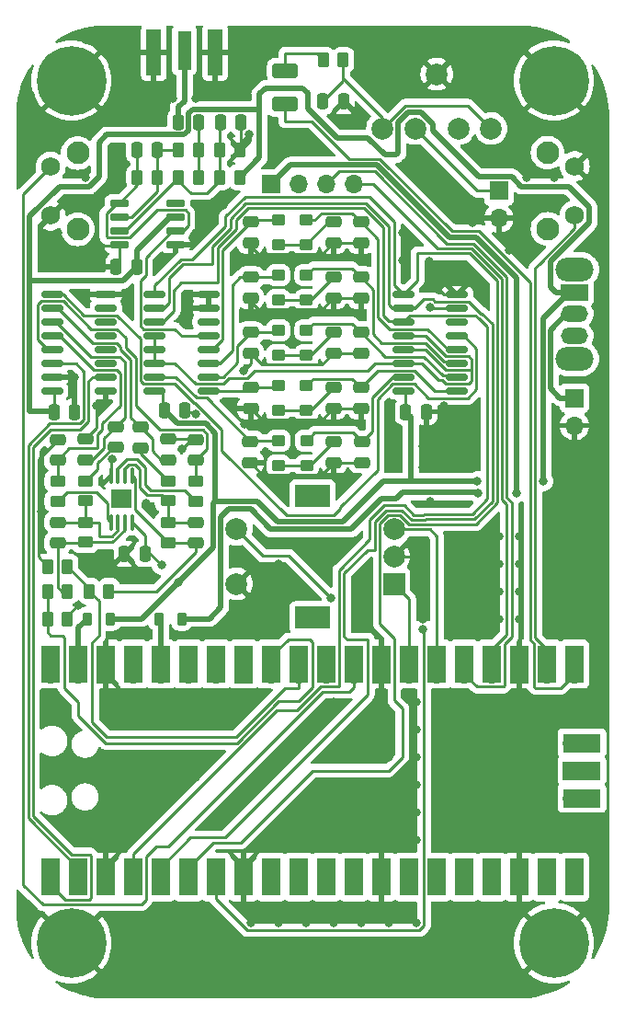
<source format=gbr>
G04 #@! TF.GenerationSoftware,KiCad,Pcbnew,7.0.5-unknown-202306101748~6fbdf8f0e2~ubuntu22.04.1*
G04 #@! TF.CreationDate,2024-07-28T12:56:51+01:00*
G04 #@! TF.ProjectId,pico_rx,7069636f-5f72-4782-9e6b-696361645f70,rev?*
G04 #@! TF.SameCoordinates,Original*
G04 #@! TF.FileFunction,Copper,L1,Top*
G04 #@! TF.FilePolarity,Positive*
%FSLAX46Y46*%
G04 Gerber Fmt 4.6, Leading zero omitted, Abs format (unit mm)*
G04 Created by KiCad (PCBNEW 7.0.5-unknown-202306101748~6fbdf8f0e2~ubuntu22.04.1) date 2024-07-28 12:56:51*
%MOMM*%
%LPD*%
G01*
G04 APERTURE LIST*
G04 Aperture macros list*
%AMRoundRect*
0 Rectangle with rounded corners*
0 $1 Rounding radius*
0 $2 $3 $4 $5 $6 $7 $8 $9 X,Y pos of 4 corners*
0 Add a 4 corners polygon primitive as box body*
4,1,4,$2,$3,$4,$5,$6,$7,$8,$9,$2,$3,0*
0 Add four circle primitives for the rounded corners*
1,1,$1+$1,$2,$3*
1,1,$1+$1,$4,$5*
1,1,$1+$1,$6,$7*
1,1,$1+$1,$8,$9*
0 Add four rect primitives between the rounded corners*
20,1,$1+$1,$2,$3,$4,$5,0*
20,1,$1+$1,$4,$5,$6,$7,0*
20,1,$1+$1,$6,$7,$8,$9,0*
20,1,$1+$1,$8,$9,$2,$3,0*%
G04 Aperture macros list end*
G04 #@! TA.AperFunction,SMDPad,CuDef*
%ADD10RoundRect,0.250000X-0.250000X-0.475000X0.250000X-0.475000X0.250000X0.475000X-0.250000X0.475000X0*%
G04 #@! TD*
G04 #@! TA.AperFunction,SMDPad,CuDef*
%ADD11RoundRect,0.250000X0.262500X0.450000X-0.262500X0.450000X-0.262500X-0.450000X0.262500X-0.450000X0*%
G04 #@! TD*
G04 #@! TA.AperFunction,SMDPad,CuDef*
%ADD12RoundRect,0.250000X0.475000X-0.250000X0.475000X0.250000X-0.475000X0.250000X-0.475000X-0.250000X0*%
G04 #@! TD*
G04 #@! TA.AperFunction,SMDPad,CuDef*
%ADD13RoundRect,0.250000X0.350000X-0.275000X0.350000X0.275000X-0.350000X0.275000X-0.350000X-0.275000X0*%
G04 #@! TD*
G04 #@! TA.AperFunction,SMDPad,CuDef*
%ADD14RoundRect,0.250000X-0.262500X-0.450000X0.262500X-0.450000X0.262500X0.450000X-0.262500X0.450000X0*%
G04 #@! TD*
G04 #@! TA.AperFunction,ComponentPad*
%ADD15C,6.400000*%
G04 #@! TD*
G04 #@! TA.AperFunction,SMDPad,CuDef*
%ADD16RoundRect,0.250000X-0.475000X0.250000X-0.475000X-0.250000X0.475000X-0.250000X0.475000X0.250000X0*%
G04 #@! TD*
G04 #@! TA.AperFunction,ComponentPad*
%ADD17C,2.100000*%
G04 #@! TD*
G04 #@! TA.AperFunction,ComponentPad*
%ADD18C,1.750000*%
G04 #@! TD*
G04 #@! TA.AperFunction,SMDPad,CuDef*
%ADD19RoundRect,0.100000X-0.100000X0.625000X-0.100000X-0.625000X0.100000X-0.625000X0.100000X0.625000X0*%
G04 #@! TD*
G04 #@! TA.AperFunction,SMDPad,CuDef*
%ADD20R,1.880000X1.680000*%
G04 #@! TD*
G04 #@! TA.AperFunction,SMDPad,CuDef*
%ADD21RoundRect,0.250000X-0.450000X0.262500X-0.450000X-0.262500X0.450000X-0.262500X0.450000X0.262500X0*%
G04 #@! TD*
G04 #@! TA.AperFunction,ComponentPad*
%ADD22O,1.700000X1.700000*%
G04 #@! TD*
G04 #@! TA.AperFunction,SMDPad,CuDef*
%ADD23R,1.700000X3.500000*%
G04 #@! TD*
G04 #@! TA.AperFunction,ComponentPad*
%ADD24R,1.700000X1.700000*%
G04 #@! TD*
G04 #@! TA.AperFunction,SMDPad,CuDef*
%ADD25R,3.500000X1.700000*%
G04 #@! TD*
G04 #@! TA.AperFunction,SMDPad,CuDef*
%ADD26RoundRect,0.250000X-0.350000X0.275000X-0.350000X-0.275000X0.350000X-0.275000X0.350000X0.275000X0*%
G04 #@! TD*
G04 #@! TA.AperFunction,SMDPad,CuDef*
%ADD27RoundRect,0.250000X0.925000X-0.412500X0.925000X0.412500X-0.925000X0.412500X-0.925000X-0.412500X0*%
G04 #@! TD*
G04 #@! TA.AperFunction,SMDPad,CuDef*
%ADD28RoundRect,0.250000X0.450000X-0.262500X0.450000X0.262500X-0.450000X0.262500X-0.450000X-0.262500X0*%
G04 #@! TD*
G04 #@! TA.AperFunction,SMDPad,CuDef*
%ADD29RoundRect,0.250000X0.250000X0.475000X-0.250000X0.475000X-0.250000X-0.475000X0.250000X-0.475000X0*%
G04 #@! TD*
G04 #@! TA.AperFunction,ComponentPad*
%ADD30R,2.000000X2.000000*%
G04 #@! TD*
G04 #@! TA.AperFunction,ComponentPad*
%ADD31C,2.000000*%
G04 #@! TD*
G04 #@! TA.AperFunction,ComponentPad*
%ADD32R,3.200000X2.000000*%
G04 #@! TD*
G04 #@! TA.AperFunction,SMDPad,CuDef*
%ADD33RoundRect,0.150000X-0.725000X-0.150000X0.725000X-0.150000X0.725000X0.150000X-0.725000X0.150000X0*%
G04 #@! TD*
G04 #@! TA.AperFunction,SMDPad,CuDef*
%ADD34RoundRect,0.150000X0.825000X0.150000X-0.825000X0.150000X-0.825000X-0.150000X0.825000X-0.150000X0*%
G04 #@! TD*
G04 #@! TA.AperFunction,SMDPad,CuDef*
%ADD35RoundRect,0.218750X-0.218750X-0.381250X0.218750X-0.381250X0.218750X0.381250X-0.218750X0.381250X0*%
G04 #@! TD*
G04 #@! TA.AperFunction,SMDPad,CuDef*
%ADD36R,1.270000X3.600000*%
G04 #@! TD*
G04 #@! TA.AperFunction,SMDPad,CuDef*
%ADD37R,1.350000X4.200000*%
G04 #@! TD*
G04 #@! TA.AperFunction,ComponentPad*
%ADD38O,3.500000X2.200000*%
G04 #@! TD*
G04 #@! TA.AperFunction,ComponentPad*
%ADD39R,2.500000X1.500000*%
G04 #@! TD*
G04 #@! TA.AperFunction,ComponentPad*
%ADD40O,2.500000X1.500000*%
G04 #@! TD*
G04 #@! TA.AperFunction,ViaPad*
%ADD41C,0.800000*%
G04 #@! TD*
G04 #@! TA.AperFunction,Conductor*
%ADD42C,0.250000*%
G04 #@! TD*
G04 #@! TA.AperFunction,Conductor*
%ADD43C,0.500000*%
G04 #@! TD*
G04 APERTURE END LIST*
D10*
X121026000Y-109220000D03*
X119126000Y-109220000D03*
D11*
X113307500Y-114300000D03*
X111482500Y-114300000D03*
D12*
X129600000Y-140550000D03*
X129600000Y-138650000D03*
X121920000Y-130490000D03*
X121920000Y-128590000D03*
D13*
X124460000Y-135770000D03*
X124460000Y-133470000D03*
D14*
X103227500Y-152400000D03*
X105052500Y-152400000D03*
D15*
X105410000Y-105410000D03*
D12*
X121920000Y-120330000D03*
X121920000Y-118430000D03*
D16*
X104140000Y-146050000D03*
X104140000Y-147950000D03*
D17*
X105992500Y-119095000D03*
X105992500Y-112085000D03*
D18*
X103502500Y-117845000D03*
X103502500Y-113345000D03*
D12*
X132080000Y-135570000D03*
X132080000Y-133670000D03*
D19*
X110995000Y-141775000D03*
X110345000Y-141775000D03*
X109695000Y-141775000D03*
X109045000Y-141775000D03*
X109045000Y-146075000D03*
X109695000Y-146075000D03*
X110345000Y-146075000D03*
X110995000Y-146075000D03*
D20*
X110020000Y-143925000D03*
D21*
X114300000Y-146125000D03*
X114300000Y-147950000D03*
D22*
X103505000Y-177800000D03*
D23*
X103505000Y-178700000D03*
D22*
X106045000Y-177800000D03*
D23*
X106045000Y-178700000D03*
D24*
X108585000Y-177800000D03*
D23*
X108585000Y-178700000D03*
D22*
X111125000Y-177800000D03*
D23*
X111125000Y-178700000D03*
D22*
X113665000Y-177800000D03*
D23*
X113665000Y-178700000D03*
D22*
X116205000Y-177800000D03*
D23*
X116205000Y-178700000D03*
D22*
X118745000Y-177800000D03*
D23*
X118745000Y-178700000D03*
D24*
X121285000Y-177800000D03*
D23*
X121285000Y-178700000D03*
D22*
X123825000Y-177800000D03*
D23*
X123825000Y-178700000D03*
D22*
X126365000Y-177800000D03*
D23*
X126365000Y-178700000D03*
D22*
X128905000Y-177800000D03*
D23*
X128905000Y-178700000D03*
D22*
X131445000Y-177800000D03*
D23*
X131445000Y-178700000D03*
D24*
X133985000Y-177800000D03*
D23*
X133985000Y-178700000D03*
D22*
X136525000Y-177800000D03*
D23*
X136525000Y-178700000D03*
D22*
X139065000Y-177800000D03*
D23*
X139065000Y-178700000D03*
D22*
X141605000Y-177800000D03*
D23*
X141605000Y-178700000D03*
D22*
X144145000Y-177800000D03*
D23*
X144145000Y-178700000D03*
D24*
X146685000Y-177800000D03*
D23*
X146685000Y-178700000D03*
D22*
X149225000Y-177800000D03*
D23*
X149225000Y-178700000D03*
D22*
X151765000Y-177800000D03*
D23*
X151765000Y-178700000D03*
D22*
X151765000Y-160020000D03*
D23*
X151765000Y-159120000D03*
D22*
X149225000Y-160020000D03*
D23*
X149225000Y-159120000D03*
D24*
X146685000Y-160020000D03*
D23*
X146685000Y-159120000D03*
D22*
X144145000Y-160020000D03*
D23*
X144145000Y-159120000D03*
D22*
X141605000Y-160020000D03*
D23*
X141605000Y-159120000D03*
D22*
X139065000Y-160020000D03*
D23*
X139065000Y-159120000D03*
D22*
X136525000Y-160020000D03*
D23*
X136525000Y-159120000D03*
D24*
X133985000Y-160020000D03*
D23*
X133985000Y-159120000D03*
D22*
X131445000Y-160020000D03*
D23*
X131445000Y-159120000D03*
D22*
X128905000Y-160020000D03*
D23*
X128905000Y-159120000D03*
D22*
X126365000Y-160020000D03*
D23*
X126365000Y-159120000D03*
D22*
X123825000Y-160020000D03*
D23*
X123825000Y-159120000D03*
D24*
X121285000Y-160020000D03*
D23*
X121285000Y-159120000D03*
D22*
X118745000Y-160020000D03*
D23*
X118745000Y-159120000D03*
D22*
X116205000Y-160020000D03*
D23*
X116205000Y-159120000D03*
D22*
X113665000Y-160020000D03*
D23*
X113665000Y-159120000D03*
D22*
X111125000Y-160020000D03*
D23*
X111125000Y-159120000D03*
D24*
X108585000Y-160020000D03*
D23*
X108585000Y-159120000D03*
D22*
X106045000Y-160020000D03*
D23*
X106045000Y-159120000D03*
D22*
X103505000Y-160020000D03*
D23*
X103505000Y-159120000D03*
D22*
X151535000Y-171450000D03*
D25*
X152435000Y-171450000D03*
D24*
X151535000Y-168910000D03*
D25*
X152435000Y-168910000D03*
D22*
X151535000Y-166370000D03*
D25*
X152435000Y-166370000D03*
D26*
X127065000Y-123310000D03*
X127065000Y-125610000D03*
D16*
X116840000Y-138430000D03*
X116840000Y-140330000D03*
D15*
X149860000Y-184785000D03*
D27*
X125095000Y-107582500D03*
X125095000Y-104507500D03*
D12*
X132080000Y-120330000D03*
X132080000Y-118430000D03*
D15*
X105410000Y-184785000D03*
D14*
X103227500Y-150140000D03*
X105052500Y-150140000D03*
D26*
X127065000Y-133470000D03*
X127065000Y-135770000D03*
D14*
X107037500Y-152400000D03*
X108862500Y-152400000D03*
D28*
X104140000Y-144102500D03*
X104140000Y-142277500D03*
D21*
X106680000Y-146082500D03*
X106680000Y-147907500D03*
D29*
X113345000Y-111760000D03*
X111445000Y-111760000D03*
D30*
X135128000Y-151725000D03*
D31*
X135128000Y-146725000D03*
X135128000Y-149225000D03*
D32*
X127628000Y-154825000D03*
X127628000Y-143625000D03*
D31*
X120628000Y-146725000D03*
X120628000Y-151725000D03*
D13*
X124460000Y-120530000D03*
X124460000Y-118230000D03*
D16*
X116840000Y-146050000D03*
X116840000Y-147950000D03*
D33*
X109825000Y-116695000D03*
X109825000Y-117965000D03*
X109825000Y-119235000D03*
X109825000Y-120505000D03*
X114975000Y-120505000D03*
X114975000Y-119235000D03*
X114975000Y-117965000D03*
X114975000Y-116695000D03*
D26*
X127100000Y-138550000D03*
X127100000Y-140850000D03*
D14*
X128627500Y-103505000D03*
X130452500Y-103505000D03*
D31*
X139065000Y-104830000D03*
X144065000Y-109830000D03*
X141065000Y-109830000D03*
X134065000Y-109830000D03*
X137065000Y-109830000D03*
D14*
X119102500Y-111760000D03*
X120927500Y-111760000D03*
D34*
X118045000Y-133985000D03*
X118045000Y-132715000D03*
X118045000Y-131445000D03*
X118045000Y-130175000D03*
X118045000Y-128905000D03*
X118045000Y-127635000D03*
X118045000Y-126365000D03*
X118045000Y-125095000D03*
X113095000Y-125095000D03*
X113095000Y-126365000D03*
X113095000Y-127635000D03*
X113095000Y-128905000D03*
X113095000Y-130175000D03*
X113095000Y-131445000D03*
X113095000Y-132715000D03*
X113095000Y-133985000D03*
D12*
X132200000Y-140550000D03*
X132200000Y-138650000D03*
X121920000Y-135570000D03*
X121920000Y-133670000D03*
D13*
X124500000Y-140850000D03*
X124500000Y-138550000D03*
D16*
X114300000Y-138425000D03*
X114300000Y-140325000D03*
D24*
X123825000Y-114935000D03*
D22*
X126365000Y-114935000D03*
X128905000Y-114935000D03*
X131445000Y-114935000D03*
D24*
X151765000Y-134620000D03*
D22*
X151765000Y-137160000D03*
D35*
X113445000Y-154940000D03*
X115570000Y-154940000D03*
D12*
X129540000Y-125410000D03*
X129540000Y-123510000D03*
D29*
X117155000Y-109220000D03*
X115255000Y-109220000D03*
D13*
X124460000Y-130690000D03*
X124460000Y-128390000D03*
D36*
X115824000Y-102616000D03*
D37*
X118649000Y-102816000D03*
X112999000Y-102816000D03*
D28*
X114300000Y-144097500D03*
X114300000Y-142272500D03*
D17*
X149277500Y-112045000D03*
X149277500Y-119055000D03*
D18*
X151767500Y-113295000D03*
X151767500Y-117795000D03*
D12*
X132080000Y-130490000D03*
X132080000Y-128590000D03*
D15*
X149860000Y-105410000D03*
D12*
X129540000Y-130490000D03*
X129540000Y-128590000D03*
X121900000Y-140550000D03*
X121900000Y-138650000D03*
D34*
X140950000Y-133985000D03*
X140950000Y-132715000D03*
X140950000Y-131445000D03*
X140950000Y-130175000D03*
X140950000Y-128905000D03*
X140950000Y-127635000D03*
X140950000Y-126365000D03*
X140950000Y-125095000D03*
X136000000Y-125095000D03*
X136000000Y-126365000D03*
X136000000Y-127635000D03*
X136000000Y-128905000D03*
X136000000Y-130175000D03*
X136000000Y-131445000D03*
X136000000Y-132715000D03*
X136000000Y-133985000D03*
D26*
X127000000Y-118230000D03*
X127000000Y-120530000D03*
X127065000Y-128390000D03*
X127065000Y-130690000D03*
D12*
X129540000Y-135570000D03*
X129540000Y-133670000D03*
D10*
X136210000Y-135890000D03*
X138110000Y-135890000D03*
D35*
X106887500Y-154940000D03*
X109012500Y-154940000D03*
D28*
X106680000Y-144097500D03*
X106680000Y-142272500D03*
D11*
X105052500Y-154940000D03*
X103227500Y-154940000D03*
D12*
X121920000Y-125410000D03*
X121920000Y-123510000D03*
D38*
X151765000Y-122805000D03*
X151765000Y-131005000D03*
D39*
X151765000Y-124905000D03*
D40*
X151765000Y-126905000D03*
X151765000Y-128905000D03*
D12*
X109474000Y-137275000D03*
X109474000Y-139175000D03*
D16*
X104140000Y-138430000D03*
X104140000Y-140330000D03*
D28*
X116840000Y-144102500D03*
X116840000Y-142277500D03*
D13*
X124460000Y-125610000D03*
X124460000Y-123310000D03*
D24*
X144780000Y-115565000D03*
D22*
X144780000Y-118105000D03*
D16*
X106680000Y-138425000D03*
X106680000Y-140325000D03*
D11*
X117117500Y-111760000D03*
X115292500Y-111760000D03*
D29*
X112202000Y-148971000D03*
X110302000Y-148971000D03*
D34*
X108585000Y-133985000D03*
X108585000Y-132715000D03*
X108585000Y-131445000D03*
X108585000Y-130175000D03*
X108585000Y-128905000D03*
X108585000Y-127635000D03*
X108585000Y-126365000D03*
X108585000Y-125095000D03*
X103635000Y-125095000D03*
X103635000Y-126365000D03*
X103635000Y-127635000D03*
X103635000Y-128905000D03*
X103635000Y-130175000D03*
X103635000Y-131445000D03*
X103635000Y-132715000D03*
X103635000Y-133985000D03*
D10*
X128590000Y-107315000D03*
X130490000Y-107315000D03*
X113980000Y-135800000D03*
X115880000Y-135800000D03*
X103825000Y-135890000D03*
X105725000Y-135890000D03*
D12*
X129540000Y-120330000D03*
X129540000Y-118430000D03*
X111790000Y-139200000D03*
X111790000Y-137300000D03*
X132080000Y-125410000D03*
X132080000Y-123510000D03*
D14*
X115292500Y-114300000D03*
X117117500Y-114300000D03*
D29*
X111440000Y-122555000D03*
X109540000Y-122555000D03*
D11*
X120927500Y-114300000D03*
X119102500Y-114300000D03*
D41*
X115570000Y-139319000D03*
X121793000Y-110363000D03*
X109180000Y-140274500D03*
X107760000Y-135370000D03*
X115269623Y-151569623D03*
X148900000Y-142300000D03*
X113700000Y-150000000D03*
X142792000Y-142271968D03*
X130175000Y-101600000D03*
X119380000Y-162560000D03*
X116041000Y-125861653D03*
X144780000Y-162560000D03*
X109220000Y-109220000D03*
X121343885Y-137068578D03*
X114300000Y-162560000D03*
X132080000Y-172720000D03*
X137160000Y-170180000D03*
X137160000Y-167640000D03*
X111760000Y-187960000D03*
X111760000Y-164465000D03*
X127000000Y-182880000D03*
X147320000Y-121920000D03*
X132080000Y-175260000D03*
X111760000Y-169545000D03*
X119380000Y-172720000D03*
X127635000Y-149225000D03*
X134620000Y-187960000D03*
X137160000Y-162560000D03*
X138430000Y-126275500D03*
X147320000Y-116840000D03*
X144780000Y-187960000D03*
X117475000Y-156210000D03*
X109220000Y-149860000D03*
X149860000Y-167640000D03*
X138430000Y-144145000D03*
X119380000Y-185420000D03*
X149860000Y-165100000D03*
X152400000Y-175260000D03*
X104140000Y-119380000D03*
X134620000Y-165100000D03*
X127000000Y-185420000D03*
X146685000Y-154940000D03*
X139700000Y-187960000D03*
X144780000Y-101600000D03*
X152400000Y-142240000D03*
X121285000Y-101600000D03*
X111760000Y-109220000D03*
X149860000Y-162560000D03*
X113665000Y-121920000D03*
X142240000Y-182880000D03*
X109220000Y-182880000D03*
X147320000Y-114300000D03*
X104140000Y-162560000D03*
X152400000Y-154940000D03*
X144780000Y-154940000D03*
X144780000Y-170180000D03*
X137160000Y-175260000D03*
X147320000Y-175260000D03*
X139700000Y-185420000D03*
X149860000Y-152400000D03*
X114300000Y-185420000D03*
X139700000Y-165100000D03*
X116845755Y-136135000D03*
X135890000Y-121920000D03*
X144780000Y-175260000D03*
X144780000Y-167640000D03*
X127000000Y-175260000D03*
X134620000Y-101600000D03*
X111760000Y-167640000D03*
X109220000Y-164465000D03*
X127000000Y-101600000D03*
X109220000Y-162560000D03*
X149860000Y-154940000D03*
X137795000Y-149860000D03*
X137795000Y-154940000D03*
X137160000Y-172720000D03*
X129540000Y-175260000D03*
X138400856Y-122025000D03*
X144780000Y-172720000D03*
X121285000Y-121920000D03*
X149860000Y-149860000D03*
X149860000Y-144780000D03*
X132080000Y-153035000D03*
X114300000Y-187960000D03*
X129540000Y-167640000D03*
X116840000Y-116840000D03*
X137160000Y-182880000D03*
X142240000Y-104140000D03*
X121285000Y-127000000D03*
X106680000Y-175260000D03*
X147320000Y-109220000D03*
X152400000Y-162560000D03*
X142240000Y-165100000D03*
X106680000Y-109220000D03*
X132080000Y-182880000D03*
X144780000Y-149860000D03*
X137160000Y-187960000D03*
X129540000Y-172720000D03*
X147320000Y-167640000D03*
X134620000Y-185420000D03*
X147320000Y-101600000D03*
X137160000Y-185420000D03*
X119380000Y-116840000D03*
X137160000Y-111760000D03*
X149860000Y-172720000D03*
X134620000Y-104140000D03*
X127000000Y-187960000D03*
X114300000Y-182880000D03*
X152400000Y-144780000D03*
X109220000Y-187960000D03*
X139700000Y-167640000D03*
X129540000Y-182880000D03*
X124460000Y-187960000D03*
X127000000Y-165100000D03*
X124460000Y-182880000D03*
X132080000Y-165100000D03*
X142240000Y-172720000D03*
X123825000Y-101600000D03*
X116840000Y-119380000D03*
X137160000Y-104140000D03*
X149860000Y-147320000D03*
X121285000Y-106680000D03*
X149860000Y-170180000D03*
X119380000Y-182880000D03*
X111760000Y-182880000D03*
X137795000Y-139065000D03*
X139700000Y-101600000D03*
X121920000Y-187960000D03*
X134620000Y-172720000D03*
X144780000Y-185420000D03*
X102670000Y-145080000D03*
X142240000Y-187960000D03*
X152400000Y-152400000D03*
X146685000Y-147320000D03*
X109220000Y-175260000D03*
X140335000Y-140970000D03*
X116840000Y-164465000D03*
X140335000Y-137160000D03*
X116840000Y-162560000D03*
X101600000Y-106680000D03*
X116840000Y-187960000D03*
X144780000Y-104140000D03*
X109220000Y-106680000D03*
X114710000Y-107070000D03*
X149860000Y-114300000D03*
X139700000Y-172720000D03*
X144780000Y-111760000D03*
X147320000Y-172720000D03*
X106680000Y-116840000D03*
X109855000Y-111760000D03*
X129540000Y-162560000D03*
X106045000Y-153670000D03*
X121920000Y-182880000D03*
X114300000Y-169545000D03*
X135890000Y-119380000D03*
X106680000Y-101600000D03*
X142240000Y-170180000D03*
X131200000Y-109200000D03*
X139700000Y-114300000D03*
X144780000Y-165100000D03*
X134620000Y-170180000D03*
X142240000Y-175260000D03*
X132080000Y-170180000D03*
X104140000Y-121920000D03*
X110744000Y-125222000D03*
X109220000Y-169545000D03*
X127000000Y-172720000D03*
X106680000Y-121920000D03*
X119380000Y-164465000D03*
X116840000Y-182880000D03*
X116840000Y-167640000D03*
X137795000Y-140970000D03*
X147320000Y-162560000D03*
X111760000Y-185420000D03*
X129540000Y-187960000D03*
X142240000Y-101600000D03*
X124460000Y-175260000D03*
X124460000Y-149860000D03*
X112294259Y-144288731D03*
X149860000Y-116840000D03*
X105660000Y-132730000D03*
X139700000Y-175260000D03*
X152400000Y-147320000D03*
X121285000Y-104140000D03*
X111760000Y-162560000D03*
X132080000Y-167640000D03*
X144780000Y-147320000D03*
X104140000Y-164465000D03*
X121285000Y-132080000D03*
X144780000Y-106680000D03*
X119380000Y-187960000D03*
X132080000Y-185420000D03*
X142240000Y-116840000D03*
X109220000Y-167640000D03*
X144780000Y-152400000D03*
X149860000Y-175260000D03*
X139700000Y-182880000D03*
X116880000Y-107040000D03*
X132080000Y-187960000D03*
X135255000Y-139065000D03*
X137160000Y-101600000D03*
X139700000Y-135345000D03*
X138430000Y-123825000D03*
X121920000Y-185420000D03*
X142240000Y-185420000D03*
X129540000Y-185420000D03*
X109220000Y-104140000D03*
X134620000Y-167640000D03*
X142361624Y-118525000D03*
X147320000Y-170180000D03*
X127000000Y-111760000D03*
X106426000Y-125222000D03*
X101600000Y-109220000D03*
X134620000Y-182880000D03*
X114300000Y-167640000D03*
X109220000Y-101600000D03*
X111290000Y-150580000D03*
X135255000Y-140970000D03*
X146685000Y-152400000D03*
X146685000Y-149860000D03*
X147320000Y-165100000D03*
X106680000Y-114300000D03*
X137160000Y-165100000D03*
X142240000Y-111760000D03*
X123520000Y-142330000D03*
X137795000Y-152400000D03*
X124460000Y-167640000D03*
X114300000Y-164465000D03*
X152400000Y-149860000D03*
X137548171Y-114746088D03*
X139821041Y-116718959D03*
X139700000Y-162560000D03*
X139700000Y-170180000D03*
X152400000Y-109220000D03*
X116840000Y-169545000D03*
X104140000Y-109220000D03*
X111760000Y-106680000D03*
X129540000Y-170180000D03*
X124460000Y-185420000D03*
X121920000Y-170180000D03*
X116840000Y-185420000D03*
X101600000Y-111760000D03*
X134620000Y-175260000D03*
X144780000Y-182880000D03*
X145712221Y-120987778D03*
X109855000Y-114300000D03*
X140335000Y-139065000D03*
X142240000Y-167640000D03*
X129355500Y-153035000D03*
X137795000Y-155939503D03*
X146400000Y-143400000D03*
X142900000Y-143400000D03*
D42*
X116840000Y-138430000D02*
X116459000Y-138430000D01*
X116459000Y-138430000D02*
X115570000Y-139319000D01*
X120927500Y-111760000D02*
X120927500Y-111228500D01*
X120927500Y-111228500D02*
X121793000Y-110363000D01*
X121026000Y-109220000D02*
X121026000Y-111661500D01*
X121026000Y-111661500D02*
X120927500Y-111760000D01*
X109045000Y-141775000D02*
X109045000Y-140409500D01*
X109045000Y-140409500D02*
X109180000Y-140274500D01*
X107470000Y-132070000D02*
X104305000Y-128905000D01*
X109586751Y-132070000D02*
X107470000Y-132070000D01*
X108210000Y-136986396D02*
X109885000Y-135311396D01*
X104305000Y-128905000D02*
X103635000Y-128905000D01*
X107770000Y-137971396D02*
X108210000Y-137531396D01*
X107760000Y-135370000D02*
X107760000Y-137345000D01*
X109885000Y-132368249D02*
X109586751Y-132070000D01*
X107770000Y-139250000D02*
X107770000Y-137971396D01*
X104140000Y-140330000D02*
X105220000Y-139250000D01*
X108210000Y-137531396D02*
X108210000Y-136986396D01*
X109885000Y-135311396D02*
X109885000Y-132368249D01*
X105220000Y-139250000D02*
X107770000Y-139250000D01*
X107760000Y-137345000D02*
X106680000Y-138425000D01*
X109474000Y-137275000D02*
X110335000Y-136414000D01*
X110335000Y-136414000D02*
X110335000Y-131290000D01*
X110335000Y-131290000D02*
X109865000Y-130820000D01*
X109865000Y-130820000D02*
X107196751Y-130820000D01*
X107196751Y-130820000D02*
X104011751Y-127635000D01*
X104011751Y-127635000D02*
X103635000Y-127635000D01*
X108424000Y-138325000D02*
X109474000Y-137275000D01*
X108424000Y-139232396D02*
X108424000Y-138325000D01*
X107331396Y-140325000D02*
X108424000Y-139232396D01*
X106680000Y-140325000D02*
X107331396Y-140325000D01*
X104140000Y-142277500D02*
X104140000Y-140330000D01*
X106213173Y-136940000D02*
X106550000Y-136603173D01*
X107000000Y-136789569D02*
X106219569Y-137570000D01*
X106219569Y-137570000D02*
X103461827Y-137570000D01*
X106550000Y-132170000D02*
X105825000Y-131445000D01*
X103420000Y-136940000D02*
X106213173Y-136940000D01*
X106550000Y-136603173D02*
X106550000Y-132170000D01*
X101420000Y-138940000D02*
X103420000Y-136940000D01*
X101420000Y-173276396D02*
X101420000Y-138940000D01*
X107000000Y-133076827D02*
X107000000Y-136789569D01*
X105825000Y-131445000D02*
X103635000Y-131445000D01*
X105943604Y-177800000D02*
X101420000Y-173276396D01*
X106045000Y-177800000D02*
X105943604Y-177800000D01*
X109220000Y-139200000D02*
X107790000Y-140630000D01*
X107790000Y-140630000D02*
X107790000Y-141162500D01*
X108585000Y-133985000D02*
X108585000Y-134545000D01*
X108585000Y-134545000D02*
X107760000Y-135370000D01*
D43*
X120927500Y-114300000D02*
X122742000Y-112485500D01*
X122742000Y-112485500D02*
X122742000Y-108038000D01*
D42*
X119102500Y-111760000D02*
X119102500Y-109309500D01*
X119102500Y-109309500D02*
X119192000Y-109220000D01*
D43*
X107950000Y-111125000D02*
X108680000Y-110395000D01*
X136670000Y-142300000D02*
X136670000Y-136350000D01*
D42*
X113795000Y-133985000D02*
X113795000Y-135700000D01*
D43*
X111440000Y-121046472D02*
X114521472Y-117965000D01*
X136670000Y-142300000D02*
X134117741Y-142300000D01*
X118664245Y-144145000D02*
X118478000Y-144331245D01*
X101540000Y-123825000D02*
X110170000Y-123825000D01*
X126720000Y-106140000D02*
X127160000Y-106580000D01*
X103815000Y-135880000D02*
X103825000Y-135890000D01*
X116205000Y-108455051D02*
X116622051Y-108038000D01*
X136670000Y-142300000D02*
X142763968Y-142300000D01*
D42*
X113795000Y-133985000D02*
X113418249Y-133985000D01*
D43*
X149551554Y-122061554D02*
X149551554Y-124441554D01*
D42*
X114130000Y-117965000D02*
X114975000Y-117965000D01*
D43*
X150015000Y-124905000D02*
X151765000Y-124905000D01*
X122555000Y-144145000D02*
X118664245Y-144145000D01*
X132736345Y-110710000D02*
X134276345Y-112250000D01*
X135515000Y-112067082D02*
X135515000Y-109229390D01*
X111440000Y-122555000D02*
X111440000Y-121046472D01*
X114521472Y-117965000D02*
X114975000Y-117965000D01*
X122742000Y-108038000D02*
X122742000Y-106658000D01*
X101540000Y-135880000D02*
X103815000Y-135880000D01*
X136670000Y-136350000D02*
X136210000Y-135890000D01*
D42*
X112671000Y-148971000D02*
X113700000Y-150000000D01*
D43*
X135515000Y-109229390D02*
X136444390Y-108300000D01*
X142763968Y-142300000D02*
X142792000Y-142271968D01*
X123260000Y-106140000D02*
X126720000Y-106140000D01*
X134276345Y-112250000D02*
X135332082Y-112250000D01*
X153092500Y-118520608D02*
X149551554Y-122061554D01*
X107950000Y-114232082D02*
X107950000Y-111125000D01*
D42*
X112202000Y-148971000D02*
X112671000Y-148971000D01*
D43*
X104323667Y-115150000D02*
X107032082Y-115150000D01*
X118478000Y-148361246D02*
X115269623Y-151569623D01*
X109012500Y-154940000D02*
X111899245Y-154940000D01*
X108680000Y-110395000D02*
X115794949Y-110395000D01*
X117778173Y-136985000D02*
X115165000Y-136985000D01*
X107032082Y-115150000D02*
X107950000Y-114232082D01*
X122742000Y-106658000D02*
X123260000Y-106140000D01*
D42*
X110995000Y-146075000D02*
X112202000Y-147282000D01*
D43*
X118478000Y-144331245D02*
X118478000Y-148361246D01*
X129880000Y-110710000D02*
X132736345Y-110710000D01*
D42*
X136210000Y-134195000D02*
X136000000Y-133985000D01*
D43*
X127160000Y-106580000D02*
X127160000Y-107990000D01*
X134117741Y-142300000D02*
X130427741Y-145990000D01*
X151210000Y-115150000D02*
X153092500Y-117032500D01*
X115165000Y-136985000D02*
X113980000Y-135800000D01*
X116205000Y-109984949D02*
X116205000Y-108455051D01*
X138700000Y-109414390D02*
X138700000Y-110000000D01*
X130427741Y-145990000D02*
X124400000Y-145990000D01*
X111899245Y-154940000D02*
X115269623Y-151569623D01*
X118664245Y-144145000D02*
X118664245Y-137871072D01*
X118664245Y-137871072D02*
X117778173Y-136985000D01*
X145995000Y-114265000D02*
X146880000Y-115150000D01*
X149551554Y-124441554D02*
X150015000Y-124905000D01*
X101540000Y-117933667D02*
X104323667Y-115150000D01*
D42*
X112202000Y-147282000D02*
X112202000Y-148971000D01*
D43*
X136444390Y-108300000D02*
X137585610Y-108300000D01*
X135332082Y-112250000D02*
X135515000Y-112067082D01*
X151765000Y-124905000D02*
X151265000Y-124905000D01*
X127160000Y-107990000D02*
X129880000Y-110710000D01*
X116622051Y-108038000D02*
X122742000Y-108038000D01*
X124400000Y-145990000D02*
X122555000Y-144145000D01*
X137585610Y-108300000D02*
X138700000Y-109414390D01*
X151265000Y-124905000D02*
X148865000Y-127305000D01*
X148865000Y-142265000D02*
X148865000Y-127305000D01*
D42*
X103825000Y-134175000D02*
X103635000Y-133985000D01*
D43*
X101540000Y-123825000D02*
X101540000Y-117933667D01*
X115794949Y-110395000D02*
X116205000Y-109984949D01*
D42*
X136210000Y-135890000D02*
X136210000Y-134195000D01*
D43*
X142965000Y-114265000D02*
X145995000Y-114265000D01*
X101540000Y-123825000D02*
X101540000Y-135880000D01*
X153092500Y-117032500D02*
X153092500Y-118520608D01*
X138700000Y-110000000D02*
X142965000Y-114265000D01*
X110170000Y-123825000D02*
X111440000Y-122555000D01*
D42*
X103825000Y-135890000D02*
X103825000Y-134175000D01*
D43*
X146880000Y-115150000D02*
X151210000Y-115150000D01*
X148900000Y-142300000D02*
X148865000Y-142265000D01*
D42*
X105725000Y-135890000D02*
X105725000Y-136205000D01*
X140950000Y-126365000D02*
X138519500Y-126365000D01*
X109220000Y-149860000D02*
X109413000Y-149860000D01*
X121920000Y-120330000D02*
X121920000Y-121285000D01*
X105052500Y-154940000D02*
X105052500Y-154662500D01*
X122650000Y-121380000D02*
X128490000Y-121380000D01*
X122650000Y-126460000D02*
X128490000Y-126460000D01*
X138519500Y-126365000D02*
X138430000Y-126275500D01*
X121920000Y-131445000D02*
X121285000Y-132080000D01*
X129540000Y-125410000D02*
X132080000Y-125410000D01*
X121920000Y-130490000D02*
X122970000Y-131540000D01*
X121920000Y-136492463D02*
X121343885Y-137068578D01*
X102350000Y-149262500D02*
X102350000Y-145400000D01*
X102350000Y-144760000D02*
X102670000Y-145080000D01*
X121920000Y-126365000D02*
X121285000Y-127000000D01*
X115885000Y-135890000D02*
X116600755Y-135890000D01*
X123050000Y-141700000D02*
X128450000Y-141700000D01*
X129540000Y-130490000D02*
X132080000Y-130490000D01*
X121920000Y-125730000D02*
X122650000Y-126460000D01*
X123050000Y-141860000D02*
X123520000Y-142330000D01*
X121900000Y-140550000D02*
X123050000Y-141700000D01*
X137160000Y-149225000D02*
X135128000Y-149225000D01*
X105645000Y-132715000D02*
X105660000Y-132730000D01*
X121920000Y-120330000D02*
X121920000Y-120650000D01*
X128490000Y-121380000D02*
X129540000Y-120330000D01*
X121920000Y-121285000D02*
X121285000Y-121920000D01*
X123050000Y-141700000D02*
X123050000Y-141860000D01*
X102350000Y-140220000D02*
X102350000Y-144760000D01*
X116600755Y-135890000D02*
X116845755Y-136135000D01*
X109825000Y-122270000D02*
X109540000Y-122555000D01*
X139700000Y-125095000D02*
X138430000Y-123825000D01*
X122970000Y-136620000D02*
X128490000Y-136620000D01*
X140950000Y-125095000D02*
X139700000Y-125095000D01*
X129540000Y-120330000D02*
X132080000Y-120330000D01*
X105725000Y-132795000D02*
X105660000Y-132730000D01*
X109413000Y-149860000D02*
X110302000Y-148971000D01*
X121920000Y-130490000D02*
X121920000Y-131445000D01*
X111955000Y-109025000D02*
X111760000Y-109220000D01*
X121920000Y-125410000D02*
X121920000Y-125730000D01*
X103227500Y-150140000D02*
X102350000Y-149262500D01*
X105725000Y-135890000D02*
X105725000Y-132795000D01*
X105052500Y-154662500D02*
X106045000Y-153670000D01*
X121920000Y-120650000D02*
X122650000Y-121380000D01*
X103635000Y-132715000D02*
X105645000Y-132715000D01*
X121920000Y-125410000D02*
X121920000Y-126365000D01*
X122970000Y-131540000D02*
X128490000Y-131540000D01*
X121920000Y-135570000D02*
X121920000Y-136492463D01*
X129600000Y-140550000D02*
X132200000Y-140550000D01*
X114300000Y-138425000D02*
X116835000Y-138425000D01*
X129540000Y-135570000D02*
X132080000Y-135570000D01*
X121920000Y-135570000D02*
X122970000Y-136620000D01*
X104140000Y-138430000D02*
X102350000Y-140220000D01*
X102350000Y-145400000D02*
X102670000Y-145080000D01*
X128490000Y-126460000D02*
X129540000Y-125410000D01*
X128450000Y-141700000D02*
X129600000Y-140550000D01*
X109825000Y-120505000D02*
X109825000Y-122270000D01*
X128490000Y-136620000D02*
X129540000Y-135570000D01*
X128490000Y-131540000D02*
X129540000Y-130490000D01*
X137795000Y-149860000D02*
X137160000Y-149225000D01*
X118045000Y-130175000D02*
X118421751Y-130175000D01*
X118421751Y-130175000D02*
X119345000Y-129251751D01*
X119345000Y-121005000D02*
X121920000Y-118430000D01*
X124460000Y-118230000D02*
X122120000Y-118230000D01*
X119345000Y-129251751D02*
X119345000Y-121005000D01*
X122120000Y-118230000D02*
X121920000Y-118430000D01*
X119058147Y-131445000D02*
X118045000Y-131445000D01*
X121920000Y-123510000D02*
X120965000Y-123510000D01*
X124260000Y-123510000D02*
X124460000Y-123310000D01*
X120250000Y-130253147D02*
X119058147Y-131445000D01*
X120250000Y-124225000D02*
X120250000Y-130253147D01*
X121920000Y-123510000D02*
X124260000Y-123510000D01*
X120965000Y-123510000D02*
X120250000Y-124225000D01*
X124460000Y-125610000D02*
X127065000Y-125610000D01*
X127440000Y-125610000D02*
X129540000Y-123510000D01*
X127065000Y-125610000D02*
X127440000Y-125610000D01*
X140950000Y-131445000D02*
X140755000Y-131250000D01*
X127690000Y-122685000D02*
X131255000Y-122685000D01*
X133212000Y-128767000D02*
X133212000Y-124642000D01*
X138031853Y-129540000D02*
X133985000Y-129540000D01*
X140755000Y-131250000D02*
X139741853Y-131250000D01*
X127065000Y-123310000D02*
X127690000Y-122685000D01*
X133212000Y-124642000D02*
X132080000Y-123510000D01*
X133985000Y-129540000D02*
X133212000Y-128767000D01*
X139741853Y-131250000D02*
X138031853Y-129540000D01*
X131255000Y-122685000D02*
X132080000Y-123510000D01*
X127000000Y-120530000D02*
X124460000Y-120530000D01*
X129100000Y-118430000D02*
X127000000Y-120530000D01*
X129540000Y-118430000D02*
X129100000Y-118430000D01*
X120700000Y-129810000D02*
X120700000Y-131395000D01*
X119380000Y-132715000D02*
X118045000Y-132715000D01*
X121920000Y-128590000D02*
X120700000Y-129810000D01*
X120700000Y-131395000D02*
X119380000Y-132715000D01*
X121920000Y-128590000D02*
X124260000Y-128590000D01*
X124260000Y-128590000D02*
X124460000Y-128390000D01*
X127440000Y-130690000D02*
X129540000Y-128590000D01*
X127065000Y-130690000D02*
X127440000Y-130690000D01*
X124460000Y-130690000D02*
X127065000Y-130690000D01*
X137873604Y-130810000D02*
X134300000Y-130810000D01*
X139603604Y-132540000D02*
X137873604Y-130810000D01*
X140114645Y-132540000D02*
X139603604Y-132540000D01*
X140950000Y-132715000D02*
X140289645Y-132715000D01*
X131255000Y-127765000D02*
X132080000Y-128590000D01*
X127690000Y-127765000D02*
X131255000Y-127765000D01*
X127065000Y-128390000D02*
X127690000Y-127765000D01*
X140289645Y-132715000D02*
X140114645Y-132540000D01*
X134300000Y-130810000D02*
X132080000Y-128590000D01*
X121605000Y-133985000D02*
X121920000Y-133670000D01*
X118045000Y-133985000D02*
X121605000Y-133985000D01*
X121920000Y-133670000D02*
X124260000Y-133670000D01*
X124260000Y-133670000D02*
X124460000Y-133470000D01*
X128426827Y-117605000D02*
X131255000Y-117605000D01*
X131255000Y-117605000D02*
X132080000Y-118430000D01*
X133662000Y-127186396D02*
X133662000Y-120012000D01*
X127000000Y-118230000D02*
X127801827Y-118230000D01*
X138206396Y-128270000D02*
X134745604Y-128270000D01*
X140950000Y-130175000D02*
X140111396Y-130175000D01*
X133662000Y-120012000D02*
X132080000Y-118430000D01*
X127801827Y-118230000D02*
X128426827Y-117605000D01*
X134745604Y-128270000D02*
X133662000Y-127186396D01*
X140111396Y-130175000D02*
X138206396Y-128270000D01*
X127065000Y-135770000D02*
X127440000Y-135770000D01*
X127440000Y-135770000D02*
X129540000Y-133670000D01*
X124460000Y-135770000D02*
X127065000Y-135770000D01*
X140950000Y-133985000D02*
X138916751Y-133985000D01*
X137011751Y-132080000D02*
X133670000Y-132080000D01*
X133670000Y-132080000D02*
X132080000Y-133670000D01*
X138916751Y-133985000D02*
X137011751Y-132080000D01*
X127065000Y-133470000D02*
X127690000Y-132845000D01*
X131255000Y-132845000D02*
X132080000Y-133670000D01*
X127690000Y-132845000D02*
X131255000Y-132845000D01*
X109606751Y-129550000D02*
X109950000Y-129893249D01*
X110895000Y-131095000D02*
X110895000Y-136405000D01*
X109950000Y-130150000D02*
X110895000Y-131095000D01*
X104165000Y-126365000D02*
X107350000Y-129550000D01*
X107350000Y-129550000D02*
X109606751Y-129550000D01*
X110895000Y-136405000D02*
X111790000Y-137300000D01*
X112850000Y-138360000D02*
X111790000Y-137300000D01*
X109950000Y-129893249D02*
X109950000Y-130150000D01*
X114300000Y-140325000D02*
X113678604Y-140325000D01*
X103635000Y-126365000D02*
X104165000Y-126365000D01*
X113678604Y-140325000D02*
X112850000Y-139496396D01*
X112850000Y-139496396D02*
X112850000Y-138360000D01*
X117890000Y-137941827D02*
X117508173Y-137560000D01*
X107196751Y-128280000D02*
X104636751Y-125720000D01*
X117508173Y-137560000D02*
X113588173Y-137560000D01*
X116840000Y-140330000D02*
X117890000Y-139280000D01*
X110400000Y-129073249D02*
X109606751Y-128280000D01*
X117890000Y-139280000D02*
X117890000Y-137941827D01*
X109606751Y-128280000D02*
X107196751Y-128280000D01*
X116840000Y-140330000D02*
X116840000Y-141605000D01*
X116840000Y-141605000D02*
X116840000Y-142277500D01*
X111345000Y-135316827D02*
X111345000Y-130908604D01*
X113588173Y-137560000D02*
X111345000Y-135316827D01*
X104636751Y-125720000D02*
X102633249Y-125720000D01*
X110400000Y-129963604D02*
X110400000Y-129073249D01*
X102300000Y-126053249D02*
X102300000Y-129216751D01*
X102300000Y-129216751D02*
X103258249Y-130175000D01*
X102633249Y-125720000D02*
X102300000Y-126053249D01*
X111345000Y-130908604D02*
X110400000Y-129963604D01*
X103258249Y-130175000D02*
X103635000Y-130175000D01*
X107950000Y-147320000D02*
X109126041Y-147320000D01*
X104140000Y-146050000D02*
X106647500Y-146050000D01*
X106680000Y-146082500D02*
X107917500Y-146082500D01*
X106647500Y-146050000D02*
X106680000Y-146082500D01*
X107950000Y-146050000D02*
X107950000Y-147320000D01*
X107917500Y-146082500D02*
X107950000Y-146050000D01*
X109695000Y-146751041D02*
X109695000Y-146075000D01*
X106680000Y-144097500D02*
X106680000Y-146082500D01*
X109126041Y-147320000D02*
X109695000Y-146751041D01*
X111271041Y-140725000D02*
X110718959Y-140725000D01*
X116765000Y-146125000D02*
X116840000Y-146050000D01*
X114300000Y-144097500D02*
X113775153Y-143572653D01*
X110718959Y-140725000D02*
X110345000Y-141098959D01*
X111735000Y-141188959D02*
X111271041Y-140725000D01*
X111735000Y-142900000D02*
X111735000Y-141188959D01*
X114300000Y-146125000D02*
X114300000Y-144097500D01*
X113775153Y-143572653D02*
X112407653Y-143572653D01*
X110345000Y-141098959D02*
X110345000Y-141775000D01*
X112407653Y-143572653D02*
X111735000Y-142900000D01*
X114300000Y-146125000D02*
X116765000Y-146125000D01*
X117860000Y-134610000D02*
X116920000Y-134610000D01*
X124500000Y-138550000D02*
X122000000Y-138550000D01*
X115025000Y-132715000D02*
X113095000Y-132715000D01*
X121900000Y-138650000D02*
X117860000Y-134610000D01*
X122000000Y-138550000D02*
X121900000Y-138650000D01*
X116920000Y-134610000D02*
X115025000Y-132715000D01*
X109188541Y-147907500D02*
X110345000Y-146751041D01*
X110345000Y-146751041D02*
X110345000Y-146075000D01*
X106637500Y-147950000D02*
X106680000Y-147907500D01*
X104530000Y-152400000D02*
X104140000Y-152010000D01*
X109188541Y-147907500D02*
X106680000Y-147907500D01*
X105052500Y-152400000D02*
X104530000Y-152400000D01*
X104140000Y-147950000D02*
X106637500Y-147950000D01*
X104140000Y-152010000D02*
X104140000Y-147950000D01*
X116840000Y-148800000D02*
X116840000Y-147950000D01*
X116840000Y-147950000D02*
X114300000Y-147950000D01*
X113240000Y-152400000D02*
X116840000Y-148800000D01*
X111285000Y-142065000D02*
X110995000Y-141775000D01*
X114300000Y-147950000D02*
X111285000Y-144935000D01*
X108862500Y-152400000D02*
X113240000Y-152400000D01*
X111285000Y-144935000D02*
X111285000Y-142065000D01*
X142725000Y-133856751D02*
X141961751Y-134620000D01*
X141582000Y-128905000D02*
X142725000Y-130048000D01*
X112073249Y-133340000D02*
X111795000Y-133061751D01*
X119280000Y-137543940D02*
X116822887Y-135086827D01*
X116705000Y-135086827D02*
X114958173Y-133340000D01*
X134998249Y-133340000D02*
X133604000Y-134734249D01*
X109596751Y-127000000D02*
X106553147Y-127000000D01*
X129540000Y-145415000D02*
X125226827Y-145415000D01*
X138281751Y-134620000D02*
X137001751Y-133340000D01*
X104648147Y-125095000D02*
X103635000Y-125095000D01*
X130175000Y-144780000D02*
X129540000Y-145415000D01*
X133604000Y-134734249D02*
X133604000Y-141224000D01*
X111795000Y-133061751D02*
X111795000Y-129198249D01*
X114958173Y-133340000D02*
X112073249Y-133340000D01*
X130175000Y-144653000D02*
X130175000Y-144780000D01*
X137001751Y-133340000D02*
X134998249Y-133340000D01*
X133604000Y-141224000D02*
X130175000Y-144653000D01*
X140950000Y-128905000D02*
X141582000Y-128905000D01*
X111795000Y-129198249D02*
X109596751Y-127000000D01*
X141961751Y-134620000D02*
X138281751Y-134620000D01*
X116822887Y-135086827D02*
X116705000Y-135086827D01*
X142725000Y-130048000D02*
X142725000Y-133856751D01*
X125226827Y-145415000D02*
X119280000Y-139468173D01*
X119280000Y-139468173D02*
X119280000Y-137543940D01*
X106553147Y-127000000D02*
X104648147Y-125095000D01*
X104140000Y-144102500D02*
X104982500Y-143260000D01*
X108755000Y-144315000D02*
X108755000Y-145785000D01*
X107700000Y-143260000D02*
X108755000Y-144315000D01*
X104982500Y-143260000D02*
X107700000Y-143260000D01*
X108755000Y-145785000D02*
X109045000Y-146075000D01*
X112685000Y-143110000D02*
X115847500Y-143110000D01*
X109695000Y-141775000D02*
X109695000Y-141098959D01*
X112200000Y-141017563D02*
X112200000Y-142625000D01*
X111457437Y-140275000D02*
X112200000Y-141017563D01*
X115847500Y-143110000D02*
X116840000Y-144102500D01*
X110518959Y-140275000D02*
X111457437Y-140275000D01*
X112200000Y-142625000D02*
X112685000Y-143110000D01*
X109695000Y-141098959D02*
X110518959Y-140275000D01*
X135128000Y-118364000D02*
X135128000Y-124223000D01*
X135676833Y-145400000D02*
X136551833Y-146275000D01*
X137300000Y-121300000D02*
X137300000Y-123795000D01*
X144667826Y-144261362D02*
X144667826Y-144236411D01*
X135160000Y-156750000D02*
X133803000Y-155393000D01*
X144667826Y-144236411D02*
X144625000Y-144193585D01*
X142100000Y-121300000D02*
X137300000Y-121300000D01*
X121020000Y-175525000D02*
X127635000Y-168910000D01*
X134579167Y-145400000D02*
X135676833Y-145400000D01*
X113095000Y-124272208D02*
X115487208Y-121880000D01*
X135160000Y-162465000D02*
X135160000Y-156750000D01*
X133803000Y-155393000D02*
X133803000Y-146176167D01*
X116205000Y-177800000D02*
X118480000Y-175525000D01*
X144625000Y-123825000D02*
X142100000Y-121300000D01*
X135890000Y-163195000D02*
X135160000Y-162465000D01*
X134620000Y-168910000D02*
X135890000Y-167640000D01*
X144625000Y-144193585D02*
X144625000Y-123825000D01*
X142694188Y-146235000D02*
X144667826Y-144261362D01*
X119606802Y-118810406D02*
X119606802Y-117932233D01*
X119606802Y-117932233D02*
X121429035Y-116110000D01*
X136551833Y-146275000D02*
X138203604Y-146275000D01*
X132874000Y-116110000D02*
X135128000Y-118364000D01*
X137300000Y-123795000D02*
X136000000Y-125095000D01*
X118480000Y-175525000D02*
X121020000Y-175525000D01*
X121429035Y-116110000D02*
X132874000Y-116110000D01*
X133803000Y-146176167D02*
X134579167Y-145400000D01*
X115487208Y-121880000D02*
X116537208Y-121880000D01*
X116537208Y-121880000D02*
X119606802Y-118810406D01*
X138203604Y-146275000D02*
X138243604Y-146235000D01*
X135128000Y-124223000D02*
X136000000Y-125095000D01*
X138243604Y-146235000D02*
X142694188Y-146235000D01*
X113095000Y-125095000D02*
X113095000Y-124272208D01*
X127635000Y-168910000D02*
X134620000Y-168910000D01*
X135890000Y-167640000D02*
X135890000Y-163195000D01*
X116390000Y-175075000D02*
X119566396Y-175075000D01*
X142003425Y-125740000D02*
X138919805Y-125740000D01*
X143095862Y-126832437D02*
X142003425Y-125740000D01*
X113665000Y-177800000D02*
X116390000Y-175075000D01*
X134620000Y-125984000D02*
X135001000Y-126365000D01*
X142507792Y-145785000D02*
X144175000Y-144117792D01*
X133353000Y-148587000D02*
X133353000Y-145989771D01*
X138017208Y-145825000D02*
X138057208Y-145785000D01*
X132715000Y-148590000D02*
X133350000Y-148590000D01*
X134620000Y-118795431D02*
X134620000Y-125984000D01*
X132529569Y-116705000D02*
X134620000Y-118795431D01*
X118400000Y-120653604D02*
X118400000Y-122330000D01*
X118400000Y-122330000D02*
X115673604Y-122330000D01*
X130530000Y-156565000D02*
X130530000Y-150775000D01*
X132715000Y-161926396D02*
X132715000Y-156845000D01*
X137013147Y-126365000D02*
X136000000Y-126365000D01*
X121470431Y-116705000D02*
X132529569Y-116705000D01*
X130810000Y-156845000D02*
X130530000Y-156565000D01*
X120056802Y-118118629D02*
X120056802Y-118996802D01*
X137827647Y-125550500D02*
X137013147Y-126365000D01*
X135001000Y-126365000D02*
X136000000Y-126365000D01*
X133350000Y-148590000D02*
X133353000Y-148587000D01*
X115673604Y-122330000D02*
X114395000Y-123608604D01*
X114395000Y-123608604D02*
X114395000Y-125889000D01*
X132715000Y-156845000D02*
X130810000Y-156845000D01*
X138730305Y-125550500D02*
X137827647Y-125550500D01*
X113919000Y-126365000D02*
X113095000Y-126365000D01*
X143194034Y-126832437D02*
X143095862Y-126832437D01*
X144175000Y-127813403D02*
X143194034Y-126832437D01*
X121470431Y-116705000D02*
X120056802Y-118118629D01*
X119566396Y-175075000D02*
X132715000Y-161926396D01*
X120056802Y-118996802D02*
X118400000Y-120653604D01*
X144175000Y-144117792D02*
X144175000Y-127813403D01*
X138057208Y-145785000D02*
X142507792Y-145785000D01*
X114395000Y-125889000D02*
X113919000Y-126365000D01*
X133353000Y-145989771D02*
X134392771Y-144950000D01*
X135863229Y-144950000D02*
X136738229Y-145825000D01*
X130530000Y-150775000D02*
X132715000Y-148590000D01*
X138919805Y-125740000D02*
X138730305Y-125550500D01*
X136738229Y-145825000D02*
X138017208Y-145825000D01*
X134392771Y-144950000D02*
X135863229Y-144950000D01*
X132343173Y-117155000D02*
X134112000Y-118923827D01*
X114845000Y-126583396D02*
X114845000Y-124715000D01*
X113095000Y-127635000D02*
X113793396Y-127635000D01*
X136049625Y-144500000D02*
X134206375Y-144500000D01*
X130080000Y-150469625D02*
X130080000Y-161195000D01*
X114845000Y-124715000D02*
X115550000Y-124010000D01*
X121656827Y-117155000D02*
X132343173Y-117155000D01*
X135873000Y-127508000D02*
X136000000Y-127635000D01*
X142972437Y-127282437D02*
X143725000Y-128035000D01*
X136000000Y-127635000D02*
X136635000Y-127000000D01*
X120570000Y-118241827D02*
X121656827Y-117155000D01*
X143725000Y-143931396D02*
X142321396Y-145335000D01*
X118895000Y-124010000D02*
X118895000Y-120795000D01*
X126178604Y-163380000D02*
X124342919Y-163380000D01*
X120570000Y-119120000D02*
X120570000Y-118241827D01*
X118895000Y-120795000D02*
X120570000Y-119120000D01*
X142321396Y-145335000D02*
X137870812Y-145335000D01*
X142909466Y-127282437D02*
X142972437Y-127282437D01*
X130080000Y-161195000D02*
X128363604Y-161195000D01*
X124342919Y-163380000D02*
X111125000Y-176597919D01*
X137870812Y-145335000D02*
X137830812Y-145375000D01*
X132903000Y-145803375D02*
X132903000Y-147646625D01*
X134206375Y-144500000D02*
X132903000Y-145803375D01*
X115550000Y-124010000D02*
X118895000Y-124010000D01*
X134112000Y-127000000D02*
X134620000Y-127508000D01*
X134620000Y-127508000D02*
X135873000Y-127508000D01*
X137830812Y-145375000D02*
X136924625Y-145375000D01*
X136924625Y-145375000D02*
X136049625Y-144500000D01*
X143725000Y-128035000D02*
X143725000Y-143931396D01*
X113793396Y-127635000D02*
X114845000Y-126583396D01*
X134112000Y-118923827D02*
X134112000Y-127000000D01*
X136635000Y-127000000D02*
X142627029Y-127000000D01*
X111125000Y-176597919D02*
X111125000Y-177800000D01*
X132903000Y-147646625D02*
X130080000Y-150469625D01*
X142627029Y-127000000D02*
X142909466Y-127282437D01*
X128363604Y-161195000D02*
X126178604Y-163380000D01*
X104870000Y-180775000D02*
X107075000Y-180775000D01*
X107110000Y-176625000D02*
X105405000Y-176625000D01*
X107075000Y-180775000D02*
X107230000Y-180620000D01*
X103505000Y-179410000D02*
X104870000Y-180775000D01*
X101880000Y-173100000D02*
X101880000Y-139151827D01*
X107230000Y-176745000D02*
X107110000Y-176625000D01*
X101880000Y-139151827D02*
X103461827Y-137570000D01*
X103505000Y-177800000D02*
X103505000Y-179410000D01*
X107000000Y-133076827D02*
X107361827Y-132715000D01*
X107361827Y-132715000D02*
X108585000Y-132715000D01*
X105405000Y-176625000D02*
X101880000Y-173100000D01*
X107230000Y-180620000D02*
X107230000Y-176745000D01*
X141960000Y-107725000D02*
X136170000Y-107725000D01*
X134065000Y-109830000D02*
X134065000Y-108812500D01*
X134065000Y-108812500D02*
X130452500Y-105200000D01*
X144065000Y-109830000D02*
X141960000Y-107725000D01*
X128590000Y-107315000D02*
X130452500Y-105452500D01*
X130452500Y-105452500D02*
X130452500Y-105200000D01*
X130452500Y-105200000D02*
X130452500Y-103505000D01*
X136170000Y-107725000D02*
X134065000Y-109830000D01*
X124500000Y-140850000D02*
X127100000Y-140850000D01*
X127400000Y-140850000D02*
X129600000Y-138650000D01*
X127100000Y-140850000D02*
X127400000Y-140850000D01*
X129355500Y-153035000D02*
X125455500Y-149135000D01*
X121619695Y-183605000D02*
X137460305Y-183605000D01*
X137460305Y-183605000D02*
X137885000Y-183180305D01*
X123038000Y-149135000D02*
X120628000Y-146725000D01*
X118745000Y-180730305D02*
X121619695Y-183605000D01*
X125455500Y-149135000D02*
X123038000Y-149135000D01*
X137885000Y-183180305D02*
X137885000Y-156029503D01*
X118745000Y-177800000D02*
X118745000Y-180730305D01*
X137885000Y-156029503D02*
X137795000Y-155939503D01*
X134986853Y-132715000D02*
X135008249Y-132715000D01*
X127825000Y-137825000D02*
X131375000Y-137825000D01*
X131375000Y-137825000D02*
X132200000Y-138650000D01*
X127100000Y-138550000D02*
X127825000Y-137825000D01*
X133154000Y-137696000D02*
X133154000Y-134547853D01*
X132200000Y-138650000D02*
X133154000Y-137696000D01*
X133154000Y-134547853D02*
X134986853Y-132715000D01*
X142250000Y-133061751D02*
X142250000Y-132140000D01*
X139575457Y-132990000D02*
X139925457Y-133340000D01*
X139925457Y-132070000D02*
X138030457Y-130175000D01*
X139217208Y-132990000D02*
X139575457Y-132990000D01*
X142250000Y-132140000D02*
X142180000Y-132070000D01*
X139928249Y-130800000D02*
X138033249Y-128905000D01*
X141976000Y-130800000D02*
X139928249Y-130800000D01*
X133350000Y-131445000D02*
X132715000Y-132080000D01*
X119926396Y-132805000D02*
X119391396Y-133340000D01*
X141971751Y-133340000D02*
X142250000Y-133061751D01*
X142250000Y-131074000D02*
X141976000Y-130800000D01*
X137672208Y-131445000D02*
X139217208Y-132990000D01*
X116830000Y-133340000D02*
X114935000Y-131445000D01*
X119391396Y-133340000D02*
X116830000Y-133340000D01*
X142250000Y-132000000D02*
X142250000Y-131074000D01*
X114935000Y-131445000D02*
X113095000Y-131445000D01*
X139925457Y-133340000D02*
X141971751Y-133340000D01*
X138030457Y-130175000D02*
X136000000Y-130175000D01*
X138033249Y-128905000D02*
X136000000Y-128905000D01*
X142180000Y-132070000D02*
X139925457Y-132070000D01*
X121585305Y-132805000D02*
X119926396Y-132805000D01*
X136000000Y-131445000D02*
X137672208Y-131445000D01*
X113095000Y-131445000D02*
X113095000Y-128905000D01*
X142180000Y-132070000D02*
X142250000Y-132000000D01*
X122310305Y-132080000D02*
X121585305Y-132805000D01*
X132715000Y-132080000D02*
X122310305Y-132080000D01*
X136000000Y-131445000D02*
X133350000Y-131445000D01*
X128055000Y-102932500D02*
X125095000Y-102932500D01*
X128627500Y-103505000D02*
X128055000Y-102932500D01*
X125095000Y-102932500D02*
X125095000Y-104507500D01*
D43*
X113665000Y-155160000D02*
X113445000Y-154940000D01*
X113665000Y-160020000D02*
X113665000Y-155160000D01*
X106045000Y-155782500D02*
X106045000Y-160020000D01*
X106887500Y-154940000D02*
X106045000Y-155782500D01*
D42*
X142780000Y-161195000D02*
X145205000Y-161195000D01*
X145525000Y-143815488D02*
X145525000Y-123452208D01*
X142472792Y-120400000D02*
X139986828Y-120400000D01*
X141605000Y-160020000D02*
X142780000Y-161195000D01*
X145955000Y-144245488D02*
X145525000Y-143815488D01*
X145525000Y-123452208D02*
X142472792Y-120400000D01*
X145320000Y-161080000D02*
X145320000Y-157235000D01*
X130080000Y-113760000D02*
X128905000Y-114935000D01*
X145205000Y-161195000D02*
X145320000Y-161080000D01*
X133346828Y-113760000D02*
X130080000Y-113760000D01*
X139986828Y-120400000D02*
X133346828Y-113760000D01*
X145955000Y-156600000D02*
X145955000Y-144245488D01*
X145320000Y-157235000D02*
X145955000Y-156600000D01*
X142286396Y-120850000D02*
X145075000Y-123638604D01*
X133185432Y-114935000D02*
X139100432Y-120850000D01*
X145075000Y-144007189D02*
X145505000Y-144437189D01*
X145505000Y-156413604D02*
X144145000Y-157773604D01*
X144145000Y-157773604D02*
X144145000Y-160020000D01*
X145075000Y-123638604D02*
X145075000Y-144007189D01*
X139100432Y-120850000D02*
X142286396Y-120850000D01*
X131445000Y-114935000D02*
X133185432Y-114935000D01*
X145505000Y-144437189D02*
X145505000Y-156413604D01*
X140463173Y-119250000D02*
X142949137Y-119250000D01*
X142949137Y-119250000D02*
X147700000Y-124000863D01*
X148050000Y-161195000D02*
X148145000Y-161290000D01*
X125095000Y-109157500D02*
X127514327Y-109157500D01*
X150495000Y-161290000D02*
X151765000Y-160020000D01*
X148050000Y-157235000D02*
X148050000Y-161195000D01*
X133823173Y-112610000D02*
X140463173Y-119250000D01*
X127514327Y-109157500D02*
X130966827Y-112610000D01*
X125095000Y-109157500D02*
X125095000Y-107582500D01*
X148145000Y-161290000D02*
X150495000Y-161290000D01*
X147700000Y-124000863D02*
X147700000Y-156885000D01*
X130966827Y-112610000D02*
X133823173Y-112610000D01*
X147700000Y-156885000D02*
X148050000Y-157235000D01*
X136525000Y-160020000D02*
X136525000Y-153122000D01*
X136525000Y-153122000D02*
X135128000Y-151725000D01*
X138390000Y-146725000D02*
X135128000Y-146725000D01*
X138430000Y-146685000D02*
X138390000Y-146725000D01*
X139065000Y-160020000D02*
X139065000Y-147320000D01*
X139065000Y-147320000D02*
X138430000Y-146685000D01*
X114300000Y-175895000D02*
X128550000Y-161645000D01*
X102780000Y-181225000D02*
X111850000Y-181225000D01*
X100965000Y-179410000D02*
X102780000Y-181225000D01*
X113220000Y-175895000D02*
X114300000Y-175895000D01*
X112300000Y-180775000D02*
X112300000Y-176815000D01*
X103502500Y-113345000D02*
X100965000Y-115882500D01*
X128550000Y-161645000D02*
X131022081Y-161645000D01*
X111850000Y-181225000D02*
X112300000Y-180775000D01*
X112300000Y-176815000D02*
X113220000Y-175895000D01*
X131022081Y-161645000D02*
X131445000Y-161222081D01*
X131445000Y-161222081D02*
X131445000Y-160020000D01*
X100965000Y-115882500D02*
X100965000Y-179410000D01*
X151767500Y-117795000D02*
X151767500Y-119032436D01*
X148150000Y-156698604D02*
X148150000Y-122649936D01*
X149225000Y-160020000D02*
X149225000Y-157773604D01*
X151767500Y-119032436D02*
X148499968Y-122299968D01*
X148150000Y-122649936D02*
X148499968Y-122299968D01*
X149225000Y-157773604D02*
X148150000Y-156698604D01*
D43*
X131195000Y-146690000D02*
X123765000Y-146690000D01*
X123765000Y-146690000D02*
X121920000Y-144845000D01*
X142795000Y-143295000D02*
X142900000Y-143400000D01*
X133585001Y-113185000D02*
X140225001Y-119825000D01*
X118110000Y-154940000D02*
X115570000Y-154940000D01*
X140225001Y-119825000D02*
X142710965Y-119825000D01*
X125575000Y-113185000D02*
X133585001Y-113185000D01*
X146400000Y-143400000D02*
X146400000Y-123554563D01*
X121920000Y-144845000D02*
X119950000Y-144845000D01*
X135300000Y-143900000D02*
X135905000Y-143295000D01*
X119178000Y-145617000D02*
X119178000Y-153872000D01*
X135905000Y-143295000D02*
X142795000Y-143295000D01*
X119178000Y-153872000D02*
X118110000Y-154940000D01*
X119950000Y-144845000D02*
X119178000Y-145617000D01*
X125575000Y-113185000D02*
X123825000Y-114935000D01*
X142710965Y-119825000D02*
X146420264Y-123534299D01*
X133985000Y-143900000D02*
X131195000Y-146690000D01*
X133985000Y-143900000D02*
X135300000Y-143900000D01*
X150415000Y-134620000D02*
X149565000Y-133770000D01*
X151015000Y-126905000D02*
X151765000Y-126905000D01*
X149565000Y-128355000D02*
X151015000Y-126905000D01*
X150415000Y-134620000D02*
X151765000Y-134620000D01*
X149565000Y-133770000D02*
X149565000Y-128355000D01*
D42*
X142800000Y-115565000D02*
X137065000Y-109830000D01*
X144780000Y-115565000D02*
X142800000Y-115565000D01*
D43*
X115255000Y-107845000D02*
X115824000Y-107276000D01*
X115255000Y-109220000D02*
X115255000Y-107845000D01*
X115824000Y-107276000D02*
X115824000Y-102616000D01*
D42*
X117155000Y-109220000D02*
X117117500Y-109257500D01*
X117117500Y-111760000D02*
X117117500Y-114300000D01*
X117117500Y-109257500D02*
X117117500Y-111760000D01*
X110935000Y-117965000D02*
X113307500Y-115592500D01*
X113307500Y-111797500D02*
X113345000Y-111760000D01*
X109825000Y-117965000D02*
X110935000Y-117965000D01*
X113345000Y-111760000D02*
X115292500Y-111760000D01*
X113307500Y-114300000D02*
X113307500Y-111797500D01*
X113307500Y-115592500D02*
X113307500Y-114300000D01*
X112083249Y-128270000D02*
X111795000Y-127981751D01*
X112265000Y-121668249D02*
X112265000Y-123320000D01*
X115570000Y-128905000D02*
X114935000Y-128270000D01*
X111482500Y-114300000D02*
X111482500Y-115037500D01*
X111795000Y-127981751D02*
X111795000Y-123790000D01*
X118045000Y-128905000D02*
X115570000Y-128905000D01*
X114975000Y-119235000D02*
X114698249Y-119235000D01*
X114935000Y-128270000D02*
X112083249Y-128270000D01*
X115715000Y-119235000D02*
X116175000Y-118775000D01*
X114698249Y-119235000D02*
X112265000Y-121668249D01*
X108625000Y-119785000D02*
X108625000Y-117618249D01*
X115896751Y-117340000D02*
X113286751Y-117340000D01*
X114975000Y-119235000D02*
X115715000Y-119235000D01*
X111482500Y-115037500D02*
X109825000Y-116695000D01*
X113286751Y-117340000D02*
X110746751Y-119880000D01*
X112265000Y-123320000D02*
X111795000Y-123790000D01*
X111445000Y-114262500D02*
X111482500Y-114300000D01*
X116175000Y-118775000D02*
X116175000Y-117618249D01*
X108625000Y-117618249D02*
X109548249Y-116695000D01*
X108720000Y-119880000D02*
X108625000Y-119785000D01*
X110746751Y-119880000D02*
X108720000Y-119880000D01*
X116175000Y-117618249D02*
X115896751Y-117340000D01*
X111445000Y-111760000D02*
X111445000Y-114262500D01*
X115292500Y-114300000D02*
X110357500Y-119235000D01*
X115292500Y-114658896D02*
X116408604Y-115775000D01*
X119102500Y-114300000D02*
X119102500Y-111760000D01*
X119102500Y-114578896D02*
X119102500Y-114300000D01*
X116408604Y-115775000D02*
X117906396Y-115775000D01*
X117906396Y-115775000D02*
X119102500Y-114578896D01*
X110357500Y-119235000D02*
X109825000Y-119235000D01*
X115292500Y-114300000D02*
X115292500Y-114658896D01*
X103530000Y-156510000D02*
X103227500Y-156207500D01*
X123825000Y-158410000D02*
X125390000Y-156845000D01*
X124462792Y-162558604D02*
X120651396Y-166370000D01*
X123825000Y-160020000D02*
X123825000Y-158410000D01*
X103227500Y-152400000D02*
X103227500Y-154940000D01*
X126363604Y-162558604D02*
X124462792Y-162558604D01*
X106045000Y-163831396D02*
X106045000Y-162560000D01*
X103227500Y-156207500D02*
X103227500Y-154940000D01*
X127340000Y-156845000D02*
X127635000Y-157140000D01*
X104775000Y-161290000D02*
X104775000Y-156715000D01*
X125390000Y-156845000D02*
X127340000Y-156845000D01*
X127635000Y-157140000D02*
X127635000Y-161287208D01*
X104775000Y-156715000D02*
X104570000Y-156510000D01*
X104570000Y-156510000D02*
X103530000Y-156510000D01*
X120651396Y-166370000D02*
X108583604Y-166370000D01*
X106045000Y-162560000D02*
X104775000Y-161290000D01*
X127635000Y-161287208D02*
X126363604Y-162558604D01*
X108583604Y-166370000D02*
X106045000Y-163831396D01*
X107950000Y-156505000D02*
X107950000Y-153312500D01*
X125095000Y-161290000D02*
X120560000Y-165825000D01*
X126365000Y-160020000D02*
X126365000Y-161290000D01*
X107315000Y-157140000D02*
X107950000Y-156505000D01*
X107315000Y-164465000D02*
X107315000Y-157140000D01*
X107950000Y-153312500D02*
X107037500Y-152400000D01*
X126365000Y-161290000D02*
X125095000Y-161290000D01*
X120560000Y-165825000D02*
X108675000Y-165825000D01*
X107037500Y-152125000D02*
X105052500Y-150140000D01*
X108675000Y-165825000D02*
X107315000Y-164465000D01*
X107037500Y-152400000D02*
X107037500Y-152125000D01*
X106680000Y-142272500D02*
X107790000Y-141162500D01*
X111790000Y-139762500D02*
X114300000Y-142272500D01*
X111790000Y-139200000D02*
X111790000Y-139762500D01*
G04 #@! TA.AperFunction,Conductor*
G36*
X146935000Y-180950000D02*
G01*
X147582828Y-180950000D01*
X147582844Y-180949999D01*
X147642372Y-180943598D01*
X147642379Y-180943596D01*
X147777086Y-180893354D01*
X147777089Y-180893352D01*
X147880271Y-180816110D01*
X147945735Y-180791692D01*
X148014008Y-180806543D01*
X148028888Y-180816105D01*
X148132076Y-180893352D01*
X148132668Y-180893795D01*
X148132671Y-180893797D01*
X148267517Y-180944091D01*
X148267516Y-180944091D01*
X148274444Y-180944835D01*
X148327127Y-180950500D01*
X148932976Y-180950499D01*
X149000013Y-180970183D01*
X149045768Y-181022987D01*
X149055712Y-181092146D01*
X149026687Y-181155702D01*
X148967909Y-181193476D01*
X148965068Y-181194274D01*
X148715060Y-181261263D01*
X148353005Y-181400244D01*
X148007456Y-181576310D01*
X147682206Y-181787531D01*
X147424648Y-181996095D01*
X147424648Y-181996096D01*
X148915819Y-183487266D01*
X148725130Y-183650130D01*
X148562267Y-183840818D01*
X147071096Y-182349648D01*
X147071095Y-182349648D01*
X146862531Y-182607206D01*
X146651310Y-182932456D01*
X146475244Y-183278005D01*
X146336262Y-183640063D01*
X146235887Y-184014669D01*
X146235886Y-184014676D01*
X146175219Y-184397712D01*
X146154922Y-184784999D01*
X146154922Y-184785000D01*
X146175219Y-185172287D01*
X146235886Y-185555323D01*
X146235887Y-185555330D01*
X146336262Y-185929936D01*
X146475244Y-186291994D01*
X146651310Y-186637543D01*
X146862531Y-186962793D01*
X147071095Y-187220350D01*
X147071096Y-187220350D01*
X148562266Y-185729179D01*
X148725130Y-185919870D01*
X148915819Y-186082733D01*
X147424648Y-187573903D01*
X147424649Y-187573904D01*
X147682206Y-187782468D01*
X148007456Y-187993689D01*
X148353005Y-188169755D01*
X148715063Y-188308737D01*
X149089669Y-188409112D01*
X149089676Y-188409113D01*
X149472712Y-188469780D01*
X149859999Y-188490078D01*
X149860001Y-188490078D01*
X150247287Y-188469780D01*
X150630323Y-188409113D01*
X150630330Y-188409112D01*
X151004933Y-188308738D01*
X151172200Y-188244529D01*
X151241841Y-188238881D01*
X151303481Y-188271780D01*
X151337549Y-188332782D01*
X151333228Y-188402518D01*
X151291892Y-188458848D01*
X151288147Y-188461597D01*
X151215257Y-188513049D01*
X151211716Y-188515372D01*
X150733613Y-188806112D01*
X150729922Y-188808188D01*
X150233083Y-189065629D01*
X150229259Y-189067448D01*
X149716022Y-189290378D01*
X149712082Y-189291931D01*
X149184837Y-189479315D01*
X149180801Y-189480596D01*
X148641974Y-189631568D01*
X148637864Y-189632570D01*
X148090020Y-189746414D01*
X148085847Y-189747133D01*
X148080833Y-189747823D01*
X147531489Y-189823328D01*
X147527276Y-189823761D01*
X146968741Y-189861966D01*
X146965041Y-189862108D01*
X146685014Y-189864500D01*
X108584986Y-189864500D01*
X108304955Y-189862108D01*
X108301256Y-189861966D01*
X107742722Y-189823760D01*
X107738510Y-189823327D01*
X107184151Y-189747134D01*
X107179977Y-189746414D01*
X106992903Y-189707539D01*
X106632128Y-189632568D01*
X106628024Y-189631568D01*
X106225030Y-189518655D01*
X106089186Y-189480594D01*
X106085156Y-189479314D01*
X105557920Y-189291933D01*
X105553980Y-189290380D01*
X105040739Y-189067448D01*
X105036915Y-189065629D01*
X104706958Y-188894660D01*
X104540075Y-188808189D01*
X104536402Y-188806123D01*
X104058279Y-188515370D01*
X104054741Y-188513049D01*
X103981849Y-188461596D01*
X103938432Y-188406854D01*
X103931503Y-188337329D01*
X103963262Y-188275094D01*
X104023626Y-188239909D01*
X104093429Y-188242945D01*
X104097796Y-188244528D01*
X104265063Y-188308737D01*
X104639669Y-188409112D01*
X104639676Y-188409113D01*
X105022712Y-188469780D01*
X105409999Y-188490078D01*
X105410001Y-188490078D01*
X105797287Y-188469780D01*
X106180323Y-188409113D01*
X106180330Y-188409112D01*
X106554936Y-188308737D01*
X106916994Y-188169755D01*
X107262543Y-187993689D01*
X107587783Y-187782476D01*
X107587785Y-187782475D01*
X107845349Y-187573902D01*
X106354180Y-186082733D01*
X106544870Y-185919870D01*
X106707733Y-185729180D01*
X108198902Y-187220349D01*
X108407475Y-186962785D01*
X108407476Y-186962783D01*
X108618689Y-186637543D01*
X108794755Y-186291994D01*
X108933737Y-185929936D01*
X109034112Y-185555330D01*
X109034113Y-185555323D01*
X109094780Y-185172287D01*
X109115078Y-184785000D01*
X109115078Y-184784999D01*
X109094780Y-184397712D01*
X109034113Y-184014676D01*
X109034112Y-184014669D01*
X108933737Y-183640063D01*
X108794755Y-183278005D01*
X108618689Y-182932456D01*
X108407468Y-182607206D01*
X108198904Y-182349649D01*
X108198903Y-182349648D01*
X106707732Y-183840818D01*
X106544870Y-183650130D01*
X106354179Y-183487266D01*
X107845350Y-181996096D01*
X107844559Y-181980990D01*
X107860708Y-181913012D01*
X107911045Y-181864556D01*
X107968389Y-181850500D01*
X111767257Y-181850500D01*
X111782877Y-181852224D01*
X111782904Y-181851939D01*
X111790660Y-181852671D01*
X111790667Y-181852673D01*
X111859814Y-181850500D01*
X111889350Y-181850500D01*
X111896228Y-181849630D01*
X111902041Y-181849172D01*
X111948627Y-181847709D01*
X111967869Y-181842117D01*
X111986912Y-181838174D01*
X112006792Y-181835664D01*
X112050122Y-181818507D01*
X112055646Y-181816617D01*
X112059396Y-181815527D01*
X112100390Y-181803618D01*
X112117629Y-181793422D01*
X112135103Y-181784862D01*
X112153727Y-181777488D01*
X112153727Y-181777487D01*
X112153732Y-181777486D01*
X112191449Y-181750082D01*
X112196305Y-181746892D01*
X112236420Y-181723170D01*
X112250589Y-181708999D01*
X112265379Y-181696368D01*
X112281587Y-181684594D01*
X112311299Y-181648676D01*
X112315212Y-181644376D01*
X112683785Y-181275803D01*
X112696041Y-181265987D01*
X112695858Y-181265765D01*
X112701875Y-181260787D01*
X112701874Y-181260787D01*
X112701877Y-181260786D01*
X112726251Y-181234829D01*
X112749227Y-181210364D01*
X112759671Y-181199918D01*
X112770120Y-181189471D01*
X112774379Y-181183978D01*
X112778152Y-181179561D01*
X112810062Y-181145582D01*
X112819713Y-181128024D01*
X112830396Y-181111761D01*
X112842673Y-181095936D01*
X112861181Y-181053161D01*
X112863743Y-181047933D01*
X112881982Y-181014757D01*
X112931529Y-180965496D01*
X112990642Y-180950499D01*
X114562871Y-180950499D01*
X114562872Y-180950499D01*
X114622483Y-180944091D01*
X114757331Y-180893796D01*
X114860690Y-180816421D01*
X114926152Y-180792004D01*
X114994425Y-180806855D01*
X115009303Y-180816416D01*
X115112076Y-180893352D01*
X115112668Y-180893795D01*
X115112671Y-180893797D01*
X115247517Y-180944091D01*
X115247516Y-180944091D01*
X115254444Y-180944835D01*
X115307127Y-180950500D01*
X117102872Y-180950499D01*
X117162483Y-180944091D01*
X117297331Y-180893796D01*
X117400690Y-180816421D01*
X117466152Y-180792004D01*
X117534425Y-180806855D01*
X117549303Y-180816416D01*
X117652076Y-180893352D01*
X117652668Y-180893795D01*
X117652671Y-180893797D01*
X117662573Y-180897490D01*
X117787517Y-180944091D01*
X117847127Y-180950500D01*
X118075167Y-180950499D01*
X118142207Y-180970183D01*
X118187962Y-181022987D01*
X118190456Y-181028841D01*
X118192512Y-181034033D01*
X118192513Y-181034036D01*
X118219898Y-181071728D01*
X118223106Y-181076612D01*
X118246827Y-181116721D01*
X118246833Y-181116729D01*
X118260990Y-181130885D01*
X118273628Y-181145681D01*
X118285405Y-181161891D01*
X118285406Y-181161892D01*
X118321309Y-181191593D01*
X118325620Y-181195515D01*
X119737311Y-182607206D01*
X121118889Y-183988784D01*
X121128714Y-184001048D01*
X121128935Y-184000866D01*
X121133905Y-184006873D01*
X121133908Y-184006876D01*
X121133909Y-184006877D01*
X121184346Y-184054241D01*
X121205225Y-184075120D01*
X121210699Y-184079366D01*
X121215137Y-184083156D01*
X121249113Y-184115062D01*
X121249117Y-184115064D01*
X121266668Y-184124713D01*
X121282926Y-184135392D01*
X121298759Y-184147674D01*
X121320710Y-184157172D01*
X121341532Y-184166183D01*
X121346776Y-184168752D01*
X121387603Y-184191197D01*
X121407007Y-184196179D01*
X121425405Y-184202478D01*
X121443800Y-184210438D01*
X121489824Y-184217726D01*
X121495527Y-184218907D01*
X121540676Y-184230500D01*
X121560711Y-184230500D01*
X121580108Y-184232026D01*
X121599891Y-184235160D01*
X121646278Y-184230775D01*
X121652117Y-184230500D01*
X137377562Y-184230500D01*
X137393182Y-184232224D01*
X137393209Y-184231939D01*
X137400965Y-184232671D01*
X137400972Y-184232673D01*
X137470119Y-184230500D01*
X137499655Y-184230500D01*
X137506533Y-184229630D01*
X137512346Y-184229172D01*
X137558932Y-184227709D01*
X137578174Y-184222117D01*
X137597217Y-184218174D01*
X137617097Y-184215664D01*
X137660427Y-184198507D01*
X137665951Y-184196617D01*
X137669701Y-184195527D01*
X137710695Y-184183618D01*
X137727934Y-184173422D01*
X137745408Y-184164862D01*
X137764032Y-184157488D01*
X137764032Y-184157487D01*
X137764037Y-184157486D01*
X137801754Y-184130082D01*
X137806610Y-184126892D01*
X137846725Y-184103170D01*
X137860894Y-184088999D01*
X137875684Y-184076368D01*
X137891892Y-184064594D01*
X137921604Y-184028676D01*
X137925517Y-184024376D01*
X138268785Y-183681108D01*
X138281041Y-183671292D01*
X138280858Y-183671070D01*
X138286875Y-183666092D01*
X138286874Y-183666092D01*
X138286877Y-183666091D01*
X138311319Y-183640063D01*
X138334227Y-183615669D01*
X138344671Y-183605223D01*
X138355120Y-183594776D01*
X138359379Y-183589283D01*
X138363152Y-183584866D01*
X138395062Y-183550887D01*
X138404713Y-183533329D01*
X138415396Y-183517066D01*
X138427673Y-183501241D01*
X138446185Y-183458458D01*
X138448738Y-183453246D01*
X138471197Y-183412397D01*
X138476180Y-183392985D01*
X138482481Y-183374585D01*
X138490437Y-183356201D01*
X138497729Y-183310157D01*
X138498906Y-183304476D01*
X138510500Y-183259324D01*
X138510500Y-183239288D01*
X138512027Y-183219887D01*
X138515160Y-183200109D01*
X138510775Y-183153720D01*
X138510500Y-183147882D01*
X138510500Y-181074499D01*
X138530185Y-181007460D01*
X138582989Y-180961705D01*
X138634500Y-180950499D01*
X139962871Y-180950499D01*
X139962872Y-180950499D01*
X140022483Y-180944091D01*
X140157331Y-180893796D01*
X140260690Y-180816421D01*
X140326152Y-180792004D01*
X140394425Y-180806855D01*
X140409303Y-180816416D01*
X140512076Y-180893352D01*
X140512668Y-180893795D01*
X140512671Y-180893797D01*
X140647517Y-180944091D01*
X140647516Y-180944091D01*
X140654444Y-180944835D01*
X140707127Y-180950500D01*
X142502872Y-180950499D01*
X142562483Y-180944091D01*
X142697331Y-180893796D01*
X142800690Y-180816421D01*
X142866152Y-180792004D01*
X142934425Y-180806855D01*
X142949303Y-180816416D01*
X143052076Y-180893352D01*
X143052668Y-180893795D01*
X143052671Y-180893797D01*
X143187517Y-180944091D01*
X143187516Y-180944091D01*
X143194444Y-180944835D01*
X143247127Y-180950500D01*
X145042872Y-180950499D01*
X145102483Y-180944091D01*
X145237331Y-180893796D01*
X145341106Y-180816109D01*
X145406570Y-180791692D01*
X145474843Y-180806543D01*
X145489729Y-180816110D01*
X145592910Y-180893352D01*
X145592913Y-180893354D01*
X145727620Y-180943596D01*
X145727627Y-180943598D01*
X145787155Y-180949999D01*
X145787172Y-180950000D01*
X146435000Y-180950000D01*
X146435000Y-178246494D01*
X146539839Y-178294373D01*
X146648527Y-178310000D01*
X146721473Y-178310000D01*
X146830161Y-178294373D01*
X146935000Y-178246494D01*
X146935000Y-180950000D01*
G37*
G04 #@! TD.AperFunction*
G04 #@! TA.AperFunction,Conductor*
G36*
X117472581Y-100350185D02*
G01*
X117518336Y-100402989D01*
X117528280Y-100472147D01*
X117521724Y-100497833D01*
X117480403Y-100608620D01*
X117480401Y-100608627D01*
X117474000Y-100668155D01*
X117474000Y-102566000D01*
X119824000Y-102566000D01*
X119824000Y-100668172D01*
X119823999Y-100668155D01*
X119817598Y-100608627D01*
X119817596Y-100608620D01*
X119776276Y-100497833D01*
X119771292Y-100428141D01*
X119804777Y-100366818D01*
X119866101Y-100333334D01*
X119892458Y-100330500D01*
X146685014Y-100330500D01*
X146965074Y-100332890D01*
X146968741Y-100333032D01*
X147113339Y-100342922D01*
X147527287Y-100371238D01*
X147531474Y-100371668D01*
X148085875Y-100447869D01*
X148089991Y-100448578D01*
X148637891Y-100562434D01*
X148641972Y-100563429D01*
X148803259Y-100608620D01*
X149180801Y-100714402D01*
X149184821Y-100715678D01*
X149599598Y-100863090D01*
X149712082Y-100903067D01*
X149716016Y-100904617D01*
X150229266Y-101127553D01*
X150233083Y-101129369D01*
X150481502Y-101258089D01*
X150729931Y-101386815D01*
X150733601Y-101388879D01*
X151211727Y-101679633D01*
X151215257Y-101681949D01*
X151288150Y-101733403D01*
X151331568Y-101788145D01*
X151338497Y-101857670D01*
X151306738Y-101919905D01*
X151246375Y-101955090D01*
X151176571Y-101952054D01*
X151172204Y-101950471D01*
X151004936Y-101886262D01*
X150630330Y-101785887D01*
X150630323Y-101785886D01*
X150247287Y-101725219D01*
X149860001Y-101704922D01*
X149859999Y-101704922D01*
X149472712Y-101725219D01*
X149089676Y-101785886D01*
X149089669Y-101785887D01*
X148715063Y-101886262D01*
X148353005Y-102025244D01*
X148007456Y-102201310D01*
X147682206Y-102412531D01*
X147424648Y-102621095D01*
X147424648Y-102621096D01*
X148915819Y-104112266D01*
X148725130Y-104275130D01*
X148562267Y-104465818D01*
X147071096Y-102974648D01*
X147071095Y-102974648D01*
X146862531Y-103232206D01*
X146651310Y-103557456D01*
X146475244Y-103903005D01*
X146336262Y-104265063D01*
X146235887Y-104639669D01*
X146235886Y-104639676D01*
X146175219Y-105022712D01*
X146154922Y-105409999D01*
X146154922Y-105410000D01*
X146175219Y-105797287D01*
X146235886Y-106180323D01*
X146235887Y-106180330D01*
X146336262Y-106554936D01*
X146475244Y-106916994D01*
X146651310Y-107262543D01*
X146862531Y-107587793D01*
X147071095Y-107845350D01*
X147071096Y-107845350D01*
X148562266Y-106354180D01*
X148725130Y-106544870D01*
X148915818Y-106707732D01*
X147424648Y-108198903D01*
X147424649Y-108198904D01*
X147682206Y-108407468D01*
X148007456Y-108618689D01*
X148353005Y-108794755D01*
X148715063Y-108933737D01*
X149089669Y-109034112D01*
X149089676Y-109034113D01*
X149472712Y-109094780D01*
X149859999Y-109115078D01*
X149860001Y-109115078D01*
X150247287Y-109094780D01*
X150630323Y-109034113D01*
X150630330Y-109034112D01*
X151004936Y-108933737D01*
X151366994Y-108794755D01*
X151712543Y-108618689D01*
X152037783Y-108407476D01*
X152037785Y-108407475D01*
X152295350Y-108198902D01*
X150804181Y-106707732D01*
X150994870Y-106544870D01*
X151157733Y-106354180D01*
X152648902Y-107845349D01*
X152857475Y-107587785D01*
X152857476Y-107587783D01*
X153068689Y-107262543D01*
X153244755Y-106916994D01*
X153383737Y-106554936D01*
X153484112Y-106180330D01*
X153484113Y-106180323D01*
X153544780Y-105797287D01*
X153565078Y-105410000D01*
X153565078Y-105409999D01*
X153544780Y-105022712D01*
X153484113Y-104639676D01*
X153484112Y-104639669D01*
X153383737Y-104265063D01*
X153319528Y-104097796D01*
X153313880Y-104028155D01*
X153346779Y-103966516D01*
X153407781Y-103932448D01*
X153477517Y-103936769D01*
X153533847Y-103978105D01*
X153536596Y-103981849D01*
X153588049Y-104054741D01*
X153590370Y-104058279D01*
X153875655Y-104527411D01*
X153881119Y-104536395D01*
X153883189Y-104540075D01*
X153944464Y-104658331D01*
X154140629Y-105036915D01*
X154142448Y-105040739D01*
X154365380Y-105553980D01*
X154366933Y-105557920D01*
X154554314Y-106085156D01*
X154555594Y-106089186D01*
X154574676Y-106157289D01*
X154706568Y-106628024D01*
X154707568Y-106632128D01*
X154750769Y-106840019D01*
X154821414Y-107179977D01*
X154822134Y-107184151D01*
X154898327Y-107738510D01*
X154898760Y-107742722D01*
X154936966Y-108301256D01*
X154937108Y-108304955D01*
X154939500Y-108584985D01*
X154939500Y-181610014D01*
X154937279Y-181870185D01*
X154937109Y-181890039D01*
X154936966Y-181893742D01*
X154898760Y-182452276D01*
X154898327Y-182456488D01*
X154822134Y-183010847D01*
X154821414Y-183015021D01*
X154707571Y-183562860D01*
X154706568Y-183566974D01*
X154555596Y-184105806D01*
X154554314Y-184109842D01*
X154366933Y-184637078D01*
X154365380Y-184641018D01*
X154142448Y-185154259D01*
X154140629Y-185158083D01*
X153883195Y-185654912D01*
X153881119Y-185658603D01*
X153590372Y-186136716D01*
X153588049Y-186140257D01*
X153536597Y-186213147D01*
X153481855Y-186256565D01*
X153412330Y-186263494D01*
X153350095Y-186231735D01*
X153314910Y-186171372D01*
X153317946Y-186101568D01*
X153319529Y-186097200D01*
X153383738Y-185929933D01*
X153484112Y-185555330D01*
X153484113Y-185555323D01*
X153544780Y-185172287D01*
X153565078Y-184785000D01*
X153565078Y-184784999D01*
X153544780Y-184397712D01*
X153484113Y-184014676D01*
X153484112Y-184014669D01*
X153383737Y-183640063D01*
X153244755Y-183278005D01*
X153068689Y-182932456D01*
X152857468Y-182607206D01*
X152648904Y-182349649D01*
X152648903Y-182349648D01*
X151157733Y-183840818D01*
X150994870Y-183650130D01*
X150804179Y-183487265D01*
X152295350Y-181996096D01*
X152295350Y-181996095D01*
X152037793Y-181787531D01*
X151712543Y-181576310D01*
X151366994Y-181400244D01*
X151004936Y-181261262D01*
X150630330Y-181160887D01*
X150630323Y-181160886D01*
X150367310Y-181119229D01*
X150304175Y-181089300D01*
X150267244Y-181029988D01*
X150268242Y-180960126D01*
X150306852Y-180901893D01*
X150312397Y-180897490D01*
X150390674Y-180838890D01*
X150420689Y-180816421D01*
X150486153Y-180792004D01*
X150554426Y-180806855D01*
X150569303Y-180816416D01*
X150672076Y-180893352D01*
X150672668Y-180893795D01*
X150672671Y-180893797D01*
X150807517Y-180944091D01*
X150807516Y-180944091D01*
X150814444Y-180944835D01*
X150867127Y-180950500D01*
X152662872Y-180950499D01*
X152722483Y-180944091D01*
X152857331Y-180893796D01*
X152972546Y-180807546D01*
X153058796Y-180692331D01*
X153109091Y-180557483D01*
X153115500Y-180497873D01*
X153115499Y-177861675D01*
X153115735Y-177856274D01*
X153115736Y-177856269D01*
X153120659Y-177800000D01*
X153115734Y-177743720D01*
X153115499Y-177738316D01*
X153115499Y-176902129D01*
X153115498Y-176902123D01*
X153115497Y-176902116D01*
X153109091Y-176842517D01*
X153094849Y-176804333D01*
X153058797Y-176707671D01*
X153058793Y-176707664D01*
X152972547Y-176592455D01*
X152972544Y-176592452D01*
X152857335Y-176506206D01*
X152857328Y-176506202D01*
X152722482Y-176455908D01*
X152722483Y-176455908D01*
X152662883Y-176449501D01*
X152662881Y-176449500D01*
X152662873Y-176449500D01*
X152662865Y-176449500D01*
X151826677Y-176449500D01*
X151821275Y-176449264D01*
X151790849Y-176446602D01*
X151765002Y-176444341D01*
X151764999Y-176444341D01*
X151747750Y-176445849D01*
X151708722Y-176449264D01*
X151703322Y-176449500D01*
X150867129Y-176449500D01*
X150867123Y-176449501D01*
X150807516Y-176455908D01*
X150672671Y-176506202D01*
X150672668Y-176506204D01*
X150569310Y-176583578D01*
X150503845Y-176607995D01*
X150435572Y-176593143D01*
X150420689Y-176583578D01*
X150317331Y-176506204D01*
X150317328Y-176506202D01*
X150182482Y-176455908D01*
X150182483Y-176455908D01*
X150122883Y-176449501D01*
X150122881Y-176449500D01*
X150122873Y-176449500D01*
X150122865Y-176449500D01*
X149286677Y-176449500D01*
X149281275Y-176449264D01*
X149250849Y-176446602D01*
X149225002Y-176444341D01*
X149224999Y-176444341D01*
X149207750Y-176445849D01*
X149168722Y-176449264D01*
X149163322Y-176449500D01*
X148327129Y-176449500D01*
X148327123Y-176449501D01*
X148267516Y-176455908D01*
X148132671Y-176506202D01*
X148132669Y-176506204D01*
X148028894Y-176583890D01*
X147963430Y-176608307D01*
X147895157Y-176593456D01*
X147880272Y-176583890D01*
X147777088Y-176506646D01*
X147777086Y-176506645D01*
X147642379Y-176456403D01*
X147642372Y-176456401D01*
X147582844Y-176450000D01*
X146935000Y-176450000D01*
X146935000Y-177353505D01*
X146830161Y-177305627D01*
X146721473Y-177290000D01*
X146648527Y-177290000D01*
X146539839Y-177305627D01*
X146435000Y-177353505D01*
X146435000Y-176450000D01*
X145787155Y-176450000D01*
X145727627Y-176456401D01*
X145727620Y-176456403D01*
X145592913Y-176506645D01*
X145592910Y-176506647D01*
X145489727Y-176583890D01*
X145424262Y-176608307D01*
X145355989Y-176593455D01*
X145341105Y-176583889D01*
X145237335Y-176506206D01*
X145237328Y-176506202D01*
X145102482Y-176455908D01*
X145102483Y-176455908D01*
X145042883Y-176449501D01*
X145042881Y-176449500D01*
X145042873Y-176449500D01*
X145042865Y-176449500D01*
X144206677Y-176449500D01*
X144201275Y-176449264D01*
X144170849Y-176446602D01*
X144145002Y-176444341D01*
X144144999Y-176444341D01*
X144127750Y-176445849D01*
X144088722Y-176449264D01*
X144083322Y-176449500D01*
X143247129Y-176449500D01*
X143247123Y-176449501D01*
X143187516Y-176455908D01*
X143052671Y-176506202D01*
X143052668Y-176506204D01*
X142949310Y-176583578D01*
X142883845Y-176607995D01*
X142815572Y-176593143D01*
X142800689Y-176583578D01*
X142697331Y-176506204D01*
X142697328Y-176506202D01*
X142562482Y-176455908D01*
X142562483Y-176455908D01*
X142502883Y-176449501D01*
X142502881Y-176449500D01*
X142502873Y-176449500D01*
X142502865Y-176449500D01*
X141666677Y-176449500D01*
X141661275Y-176449264D01*
X141630849Y-176446602D01*
X141605002Y-176444341D01*
X141604999Y-176444341D01*
X141587750Y-176445849D01*
X141548722Y-176449264D01*
X141543322Y-176449500D01*
X140707129Y-176449500D01*
X140707123Y-176449501D01*
X140647516Y-176455908D01*
X140512671Y-176506202D01*
X140512668Y-176506204D01*
X140409310Y-176583578D01*
X140343845Y-176607995D01*
X140275572Y-176593143D01*
X140260689Y-176583578D01*
X140157331Y-176506204D01*
X140157328Y-176506202D01*
X140022482Y-176455908D01*
X140022483Y-176455908D01*
X139962883Y-176449501D01*
X139962881Y-176449500D01*
X139962873Y-176449500D01*
X139962865Y-176449500D01*
X139126677Y-176449500D01*
X139121275Y-176449264D01*
X139090849Y-176446602D01*
X139065002Y-176444341D01*
X139064999Y-176444341D01*
X139047750Y-176445849D01*
X139008722Y-176449264D01*
X139003322Y-176449500D01*
X138634500Y-176449500D01*
X138567461Y-176429815D01*
X138521706Y-176377011D01*
X138510500Y-176325500D01*
X138510500Y-171450000D01*
X150179341Y-171450000D01*
X150184024Y-171503536D01*
X150184264Y-171506271D01*
X150184500Y-171511677D01*
X150184500Y-172347870D01*
X150184501Y-172347876D01*
X150190908Y-172407483D01*
X150241202Y-172542328D01*
X150241206Y-172542335D01*
X150327452Y-172657544D01*
X150327455Y-172657547D01*
X150442664Y-172743793D01*
X150442671Y-172743797D01*
X150577517Y-172794091D01*
X150577516Y-172794091D01*
X150584444Y-172794835D01*
X150637127Y-172800500D01*
X151473322Y-172800499D01*
X151478727Y-172800734D01*
X151535000Y-172805659D01*
X151591272Y-172800734D01*
X151596678Y-172800499D01*
X154232871Y-172800499D01*
X154232872Y-172800499D01*
X154292483Y-172794091D01*
X154427331Y-172743796D01*
X154542546Y-172657546D01*
X154628796Y-172542331D01*
X154679091Y-172407483D01*
X154685500Y-172347873D01*
X154685499Y-170552128D01*
X154679091Y-170492517D01*
X154670293Y-170468929D01*
X154628797Y-170357671D01*
X154628795Y-170357668D01*
X154551421Y-170254309D01*
X154527004Y-170188848D01*
X154541855Y-170120575D01*
X154551416Y-170105696D01*
X154628796Y-170002331D01*
X154679091Y-169867483D01*
X154685500Y-169807873D01*
X154685499Y-168012128D01*
X154679091Y-167952517D01*
X154664321Y-167912917D01*
X154628797Y-167817671D01*
X154628795Y-167817668D01*
X154627469Y-167815897D01*
X154551421Y-167714309D01*
X154527004Y-167648848D01*
X154541855Y-167580575D01*
X154551416Y-167565696D01*
X154628796Y-167462331D01*
X154679091Y-167327483D01*
X154685500Y-167267873D01*
X154685499Y-165472128D01*
X154679091Y-165412517D01*
X154676945Y-165406764D01*
X154628797Y-165277671D01*
X154628793Y-165277664D01*
X154542547Y-165162455D01*
X154542544Y-165162452D01*
X154427335Y-165076206D01*
X154427328Y-165076202D01*
X154292482Y-165025908D01*
X154292483Y-165025908D01*
X154232883Y-165019501D01*
X154232881Y-165019500D01*
X154232873Y-165019500D01*
X154232865Y-165019500D01*
X151596680Y-165019500D01*
X151591278Y-165019264D01*
X151552494Y-165015871D01*
X151535001Y-165014341D01*
X151534998Y-165014341D01*
X151507715Y-165016727D01*
X151478719Y-165019264D01*
X151473319Y-165019500D01*
X150637129Y-165019500D01*
X150637123Y-165019501D01*
X150577516Y-165025908D01*
X150442671Y-165076202D01*
X150442664Y-165076206D01*
X150327455Y-165162452D01*
X150327452Y-165162455D01*
X150241206Y-165277664D01*
X150241202Y-165277671D01*
X150190908Y-165412517D01*
X150185063Y-165466889D01*
X150184501Y-165472123D01*
X150184500Y-165472135D01*
X150184500Y-166308322D01*
X150184264Y-166313723D01*
X150179341Y-166370000D01*
X150183392Y-166416310D01*
X150184264Y-166426271D01*
X150184500Y-166431677D01*
X150184500Y-167267870D01*
X150184501Y-167267876D01*
X150190908Y-167327483D01*
X150241202Y-167462328D01*
X150241203Y-167462330D01*
X150318578Y-167565689D01*
X150342995Y-167631153D01*
X150328144Y-167699426D01*
X150318578Y-167714309D01*
X150313415Y-167721208D01*
X150241203Y-167817669D01*
X150241202Y-167817671D01*
X150190908Y-167952517D01*
X150187473Y-167984474D01*
X150184501Y-168012123D01*
X150184500Y-168012135D01*
X150184500Y-169807870D01*
X150184501Y-169807876D01*
X150190908Y-169867483D01*
X150241202Y-170002328D01*
X150241203Y-170002330D01*
X150241204Y-170002331D01*
X150314005Y-170099581D01*
X150318578Y-170105689D01*
X150342995Y-170171153D01*
X150328144Y-170239426D01*
X150318578Y-170254311D01*
X150241203Y-170357669D01*
X150241202Y-170357671D01*
X150190908Y-170492517D01*
X150185026Y-170547235D01*
X150184501Y-170552123D01*
X150184500Y-170552135D01*
X150184500Y-171388322D01*
X150184264Y-171393723D01*
X150179341Y-171450000D01*
X138510500Y-171450000D01*
X138510500Y-161494499D01*
X138530185Y-161427460D01*
X138582989Y-161381705D01*
X138634500Y-161370499D01*
X139003319Y-161370499D01*
X139008724Y-161370734D01*
X139065000Y-161375659D01*
X139121275Y-161370734D01*
X139126681Y-161370499D01*
X139962871Y-161370499D01*
X139962872Y-161370499D01*
X140022483Y-161364091D01*
X140157331Y-161313796D01*
X140260690Y-161236421D01*
X140326152Y-161212004D01*
X140394425Y-161226855D01*
X140409303Y-161236416D01*
X140485727Y-161293627D01*
X140512668Y-161313795D01*
X140512671Y-161313797D01*
X140647517Y-161364091D01*
X140647516Y-161364091D01*
X140654444Y-161364835D01*
X140707127Y-161370500D01*
X141543319Y-161370499D01*
X141548724Y-161370734D01*
X141605000Y-161375659D01*
X141661275Y-161370734D01*
X141666681Y-161370499D01*
X142019546Y-161370499D01*
X142086585Y-161390184D01*
X142107227Y-161406818D01*
X142279197Y-161578788D01*
X142289022Y-161591051D01*
X142289243Y-161590869D01*
X142294214Y-161596878D01*
X142315043Y-161616437D01*
X142344635Y-161644226D01*
X142365529Y-161665120D01*
X142371011Y-161669373D01*
X142375443Y-161673157D01*
X142409418Y-161705062D01*
X142426976Y-161714714D01*
X142443233Y-161725393D01*
X142459064Y-161737673D01*
X142478737Y-161746186D01*
X142501833Y-161756182D01*
X142507077Y-161758750D01*
X142547908Y-161781197D01*
X142560523Y-161784435D01*
X142567305Y-161786177D01*
X142585719Y-161792481D01*
X142604104Y-161800438D01*
X142650157Y-161807732D01*
X142655826Y-161808906D01*
X142700981Y-161820500D01*
X142721016Y-161820500D01*
X142740413Y-161822026D01*
X142760196Y-161825160D01*
X142806583Y-161820775D01*
X142812422Y-161820500D01*
X145122257Y-161820500D01*
X145137877Y-161822224D01*
X145137904Y-161821939D01*
X145145660Y-161822671D01*
X145145667Y-161822673D01*
X145214814Y-161820500D01*
X145244350Y-161820500D01*
X145251228Y-161819630D01*
X145257041Y-161819172D01*
X145303627Y-161817709D01*
X145322869Y-161812117D01*
X145341912Y-161808174D01*
X145361792Y-161805664D01*
X145405122Y-161788507D01*
X145410646Y-161786617D01*
X145414396Y-161785527D01*
X145455390Y-161773618D01*
X145472629Y-161763422D01*
X145490103Y-161754862D01*
X145508727Y-161747488D01*
X145508727Y-161747487D01*
X145508732Y-161747486D01*
X145546449Y-161720082D01*
X145551305Y-161716892D01*
X145591420Y-161693170D01*
X145605589Y-161678999D01*
X145620379Y-161666368D01*
X145636587Y-161654594D01*
X145666299Y-161618676D01*
X145670212Y-161614376D01*
X145703786Y-161580802D01*
X145716048Y-161570980D01*
X145715865Y-161570759D01*
X145721867Y-161565792D01*
X145721877Y-161565786D01*
X145769241Y-161515348D01*
X145790120Y-161494470D01*
X145794373Y-161488986D01*
X145798150Y-161484563D01*
X145830062Y-161450582D01*
X145836608Y-161438675D01*
X145839035Y-161434261D01*
X145888582Y-161384998D01*
X145947696Y-161370000D01*
X146435000Y-161370000D01*
X146435000Y-160466494D01*
X146539839Y-160514373D01*
X146648527Y-160530000D01*
X146721473Y-160530000D01*
X146830161Y-160514373D01*
X146935000Y-160466494D01*
X146935000Y-161370000D01*
X147357305Y-161370000D01*
X147424344Y-161389685D01*
X147467003Y-161438916D01*
X147467411Y-161438675D01*
X147468736Y-161440917D01*
X147470099Y-161442489D01*
X147471108Y-161444756D01*
X147471382Y-161445391D01*
X147481580Y-161462634D01*
X147490138Y-161480103D01*
X147497514Y-161498732D01*
X147524898Y-161536423D01*
X147528106Y-161541307D01*
X147551829Y-161581420D01*
X147565994Y-161595585D01*
X147578627Y-161610376D01*
X147590404Y-161626585D01*
X147590405Y-161626586D01*
X147590406Y-161626587D01*
X147626313Y-161656291D01*
X147630628Y-161660218D01*
X147644203Y-161673795D01*
X147654022Y-161686050D01*
X147654243Y-161685868D01*
X147659213Y-161691876D01*
X147709638Y-161739229D01*
X147730523Y-161760115D01*
X147730527Y-161760118D01*
X147730529Y-161760120D01*
X147736011Y-161764373D01*
X147740443Y-161768157D01*
X147774418Y-161800062D01*
X147791976Y-161809714D01*
X147808235Y-161820395D01*
X147824064Y-161832673D01*
X147866838Y-161851182D01*
X147872056Y-161853738D01*
X147912908Y-161876197D01*
X147932316Y-161881180D01*
X147950717Y-161887480D01*
X147969104Y-161895437D01*
X148012488Y-161902308D01*
X148015119Y-161902725D01*
X148020839Y-161903909D01*
X148065981Y-161915500D01*
X148086016Y-161915500D01*
X148105414Y-161917026D01*
X148125194Y-161920159D01*
X148125195Y-161920160D01*
X148125195Y-161920159D01*
X148125196Y-161920160D01*
X148171583Y-161915775D01*
X148177422Y-161915500D01*
X150412257Y-161915500D01*
X150427877Y-161917224D01*
X150427904Y-161916939D01*
X150435660Y-161917671D01*
X150435667Y-161917673D01*
X150504814Y-161915500D01*
X150534350Y-161915500D01*
X150541228Y-161914630D01*
X150547041Y-161914172D01*
X150593627Y-161912709D01*
X150612869Y-161907117D01*
X150631912Y-161903174D01*
X150651792Y-161900664D01*
X150695122Y-161883507D01*
X150700646Y-161881617D01*
X150704396Y-161880527D01*
X150745390Y-161868618D01*
X150762629Y-161858422D01*
X150780103Y-161849862D01*
X150798727Y-161842488D01*
X150798727Y-161842487D01*
X150798732Y-161842486D01*
X150836449Y-161815082D01*
X150841305Y-161811892D01*
X150881420Y-161788170D01*
X150895589Y-161773999D01*
X150910379Y-161761368D01*
X150926587Y-161749594D01*
X150956299Y-161713676D01*
X150960212Y-161709376D01*
X151262771Y-161406818D01*
X151324094Y-161373333D01*
X151350452Y-161370499D01*
X151703319Y-161370499D01*
X151708724Y-161370734D01*
X151765000Y-161375659D01*
X151821275Y-161370734D01*
X151826681Y-161370499D01*
X152662871Y-161370499D01*
X152662872Y-161370499D01*
X152722483Y-161364091D01*
X152857331Y-161313796D01*
X152972546Y-161227546D01*
X153058796Y-161112331D01*
X153109091Y-160977483D01*
X153115500Y-160917873D01*
X153115499Y-160081675D01*
X153115735Y-160076268D01*
X153120659Y-160020000D01*
X153115734Y-159963726D01*
X153115499Y-159958321D01*
X153115499Y-157322129D01*
X153115498Y-157322123D01*
X153109091Y-157262516D01*
X153058797Y-157127671D01*
X153058793Y-157127664D01*
X152972547Y-157012455D01*
X152972544Y-157012452D01*
X152857335Y-156926206D01*
X152857328Y-156926202D01*
X152722482Y-156875908D01*
X152722483Y-156875908D01*
X152662883Y-156869501D01*
X152662881Y-156869500D01*
X152662873Y-156869500D01*
X152662864Y-156869500D01*
X150867129Y-156869500D01*
X150867123Y-156869501D01*
X150807516Y-156875908D01*
X150672671Y-156926202D01*
X150672669Y-156926203D01*
X150569311Y-157003578D01*
X150503847Y-157027995D01*
X150435574Y-157013144D01*
X150420689Y-157003578D01*
X150410730Y-156996123D01*
X150336225Y-156940348D01*
X150317330Y-156926203D01*
X150317328Y-156926202D01*
X150182482Y-156875908D01*
X150182483Y-156875908D01*
X150122883Y-156869501D01*
X150122881Y-156869500D01*
X150122873Y-156869500D01*
X150122865Y-156869500D01*
X149256848Y-156869500D01*
X149189809Y-156849815D01*
X149169167Y-156833181D01*
X148811819Y-156475832D01*
X148778334Y-156414509D01*
X148775500Y-156388151D01*
X148775500Y-143324500D01*
X148795185Y-143257461D01*
X148847989Y-143211706D01*
X148899500Y-143200500D01*
X148994644Y-143200500D01*
X148994646Y-143200500D01*
X149179803Y-143161144D01*
X149352730Y-143084151D01*
X149505871Y-142972888D01*
X149632533Y-142832216D01*
X149727179Y-142668284D01*
X149785674Y-142488256D01*
X149805460Y-142300000D01*
X149785674Y-142111744D01*
X149727179Y-141931716D01*
X149632533Y-141767784D01*
X149632113Y-141767056D01*
X149615500Y-141705056D01*
X149615500Y-135181229D01*
X149635185Y-135114190D01*
X149687989Y-135068435D01*
X149757147Y-135058491D01*
X149820703Y-135087516D01*
X149827157Y-135093525D01*
X149839279Y-135105647D01*
X149851049Y-135119268D01*
X149865389Y-135138530D01*
X149865391Y-135138532D01*
X149905409Y-135172110D01*
X149909399Y-135175766D01*
X149915227Y-135181594D01*
X149940947Y-135201931D01*
X149999788Y-135251304D01*
X150005818Y-135255270D01*
X150005785Y-135255319D01*
X150012143Y-135259369D01*
X150012175Y-135259319D01*
X150018320Y-135263109D01*
X150018323Y-135263111D01*
X150087936Y-135295572D01*
X150156567Y-135330040D01*
X150156572Y-135330041D01*
X150163361Y-135332513D01*
X150163340Y-135332570D01*
X150170455Y-135335043D01*
X150170475Y-135334986D01*
X150177330Y-135337258D01*
X150247816Y-135351811D01*
X150252558Y-135352790D01*
X150319099Y-135368561D01*
X150379789Y-135403175D01*
X150412133Y-135465107D01*
X150414500Y-135489214D01*
X150414500Y-135517868D01*
X150414501Y-135517876D01*
X150420908Y-135577483D01*
X150471202Y-135712328D01*
X150471206Y-135712335D01*
X150557452Y-135827544D01*
X150557455Y-135827547D01*
X150672664Y-135913793D01*
X150672671Y-135913797D01*
X150672674Y-135913798D01*
X150804598Y-135963002D01*
X150860531Y-136004873D01*
X150884949Y-136070337D01*
X150870098Y-136138610D01*
X150848947Y-136166865D01*
X150726886Y-136288926D01*
X150591400Y-136482420D01*
X150591399Y-136482422D01*
X150491570Y-136696507D01*
X150491567Y-136696513D01*
X150434364Y-136909999D01*
X150434364Y-136910000D01*
X151331314Y-136910000D01*
X151305507Y-136950156D01*
X151265000Y-137088111D01*
X151265000Y-137231889D01*
X151305507Y-137369844D01*
X151331314Y-137410000D01*
X150434364Y-137410000D01*
X150491567Y-137623486D01*
X150491570Y-137623492D01*
X150591399Y-137837578D01*
X150726894Y-138031082D01*
X150893917Y-138198105D01*
X151087421Y-138333600D01*
X151301507Y-138433429D01*
X151301516Y-138433433D01*
X151515000Y-138490634D01*
X151515000Y-137595501D01*
X151622685Y-137644680D01*
X151729237Y-137660000D01*
X151800763Y-137660000D01*
X151907315Y-137644680D01*
X152015000Y-137595501D01*
X152015000Y-138490633D01*
X152228483Y-138433433D01*
X152228492Y-138433429D01*
X152442578Y-138333600D01*
X152636082Y-138198105D01*
X152803105Y-138031082D01*
X152938600Y-137837578D01*
X153038429Y-137623492D01*
X153038432Y-137623486D01*
X153095636Y-137410000D01*
X152198686Y-137410000D01*
X152224493Y-137369844D01*
X152265000Y-137231889D01*
X152265000Y-137088111D01*
X152224493Y-136950156D01*
X152198686Y-136910000D01*
X153095636Y-136910000D01*
X153095635Y-136909999D01*
X153038432Y-136696513D01*
X153038429Y-136696507D01*
X152938600Y-136482422D01*
X152938599Y-136482420D01*
X152803113Y-136288926D01*
X152803108Y-136288920D01*
X152681053Y-136166865D01*
X152647568Y-136105542D01*
X152652552Y-136035850D01*
X152694424Y-135979917D01*
X152725400Y-135963002D01*
X152857331Y-135913796D01*
X152972546Y-135827546D01*
X153058796Y-135712331D01*
X153109091Y-135577483D01*
X153115500Y-135517873D01*
X153115499Y-133722128D01*
X153109091Y-133662517D01*
X153076302Y-133574606D01*
X153058797Y-133527671D01*
X153058793Y-133527664D01*
X152972547Y-133412455D01*
X152972544Y-133412452D01*
X152857335Y-133326206D01*
X152857328Y-133326202D01*
X152722482Y-133275908D01*
X152722483Y-133275908D01*
X152662883Y-133269501D01*
X152662881Y-133269500D01*
X152662873Y-133269500D01*
X152662864Y-133269500D01*
X150867129Y-133269500D01*
X150867123Y-133269501D01*
X150807516Y-133275908D01*
X150672671Y-133326202D01*
X150672664Y-133326206D01*
X150557455Y-133412452D01*
X150538766Y-133437418D01*
X150482832Y-133479288D01*
X150413140Y-133484272D01*
X150351818Y-133450786D01*
X150318333Y-133389462D01*
X150315500Y-133363106D01*
X150315500Y-132591784D01*
X150335185Y-132524745D01*
X150387989Y-132478990D01*
X150457147Y-132469046D01*
X150486949Y-132477221D01*
X150618889Y-132531873D01*
X150863852Y-132590683D01*
X151019950Y-132602968D01*
X151052116Y-132605500D01*
X151052118Y-132605500D01*
X152477884Y-132605500D01*
X152507518Y-132603167D01*
X152666148Y-132590683D01*
X152911111Y-132531873D01*
X153143859Y-132435466D01*
X153358659Y-132303836D01*
X153550224Y-132140224D01*
X153713836Y-131948659D01*
X153845466Y-131733859D01*
X153941873Y-131501111D01*
X154000683Y-131256148D01*
X154020449Y-131005000D01*
X154000683Y-130753852D01*
X153941873Y-130508889D01*
X153908189Y-130427569D01*
X153845466Y-130276140D01*
X153713839Y-130061346D01*
X153713838Y-130061343D01*
X153634556Y-129968516D01*
X153550224Y-129869776D01*
X153362593Y-129709524D01*
X153324401Y-129651018D01*
X153323903Y-129581150D01*
X153339638Y-129546925D01*
X153370635Y-129499968D01*
X153376307Y-129486699D01*
X153459100Y-129292995D01*
X153459099Y-129292995D01*
X153459103Y-129292988D01*
X153509191Y-129073537D01*
X153519290Y-128848670D01*
X153489075Y-128625613D01*
X153419517Y-128411536D01*
X153312852Y-128213319D01*
X153172508Y-128037334D01*
X153172507Y-128037333D01*
X153128489Y-127998875D01*
X153090955Y-127939943D01*
X153091241Y-127870074D01*
X153120448Y-127819803D01*
X153124779Y-127815273D01*
X153246632Y-127687825D01*
X153370635Y-127499968D01*
X153378098Y-127482509D01*
X153459100Y-127292995D01*
X153459099Y-127292995D01*
X153459103Y-127292988D01*
X153509191Y-127073537D01*
X153519290Y-126848670D01*
X153489075Y-126625613D01*
X153419517Y-126411536D01*
X153388370Y-126353656D01*
X153331342Y-126247679D01*
X153312852Y-126213319D01*
X153312850Y-126213316D01*
X153309786Y-126208675D01*
X153311388Y-126207616D01*
X153288214Y-126150853D01*
X153300971Y-126082157D01*
X153337257Y-126038962D01*
X153372546Y-126012546D01*
X153458796Y-125897331D01*
X153509091Y-125762483D01*
X153515500Y-125702873D01*
X153515499Y-124107128D01*
X153509091Y-124047517D01*
X153508979Y-124046474D01*
X153521386Y-123977715D01*
X153547486Y-123944365D01*
X153546784Y-123943663D01*
X153550217Y-123940229D01*
X153550224Y-123940224D01*
X153713836Y-123748659D01*
X153845466Y-123533859D01*
X153941873Y-123301111D01*
X154000683Y-123056148D01*
X154020449Y-122805000D01*
X154000683Y-122553852D01*
X153941873Y-122308889D01*
X153913150Y-122239546D01*
X153845466Y-122076140D01*
X153713839Y-121861346D01*
X153713838Y-121861343D01*
X153662981Y-121801798D01*
X153550224Y-121669776D01*
X153383404Y-121527298D01*
X153358656Y-121506161D01*
X153358653Y-121506160D01*
X153143859Y-121374533D01*
X152911110Y-121278126D01*
X152666150Y-121219317D01*
X152477884Y-121204500D01*
X152477882Y-121204500D01*
X151769338Y-121204500D01*
X151702299Y-121184815D01*
X151656544Y-121132011D01*
X151646600Y-121062853D01*
X151675625Y-120999297D01*
X151681657Y-120992819D01*
X152150334Y-120524142D01*
X153578142Y-119096332D01*
X153591771Y-119084555D01*
X153611030Y-119070218D01*
X153644601Y-119030209D01*
X153648261Y-119026214D01*
X153654090Y-119020386D01*
X153674441Y-118994647D01*
X153692054Y-118973657D01*
X153723802Y-118935822D01*
X153723806Y-118935813D01*
X153727774Y-118929783D01*
X153727825Y-118929816D01*
X153731872Y-118923464D01*
X153731820Y-118923432D01*
X153735612Y-118917283D01*
X153768075Y-118847666D01*
X153786762Y-118810456D01*
X153802540Y-118779041D01*
X153802542Y-118779029D01*
X153805009Y-118772254D01*
X153805067Y-118772275D01*
X153807543Y-118765154D01*
X153807486Y-118765136D01*
X153809757Y-118758281D01*
X153825292Y-118683042D01*
X153831608Y-118656395D01*
X153843000Y-118608329D01*
X153843000Y-118608318D01*
X153843838Y-118601156D01*
X153843898Y-118601163D01*
X153844664Y-118593663D01*
X153844605Y-118593658D01*
X153845234Y-118586468D01*
X153844588Y-118564282D01*
X153843000Y-118509690D01*
X153843000Y-117096205D01*
X153844309Y-117078235D01*
X153846185Y-117065427D01*
X153847789Y-117054477D01*
X153843235Y-117002431D01*
X153843000Y-116997028D01*
X153843000Y-116988797D01*
X153843000Y-116988791D01*
X153839193Y-116956224D01*
X153836447Y-116924835D01*
X153832499Y-116879701D01*
X153831039Y-116872629D01*
X153831097Y-116872616D01*
X153829465Y-116865257D01*
X153829406Y-116865272D01*
X153827741Y-116858251D01*
X153827741Y-116858245D01*
X153801474Y-116786076D01*
X153777314Y-116713166D01*
X153777313Y-116713165D01*
X153777313Y-116713163D01*
X153774264Y-116706624D01*
X153774317Y-116706599D01*
X153771031Y-116699811D01*
X153770979Y-116699838D01*
X153767736Y-116693382D01*
X153765477Y-116689948D01*
X153725534Y-116629216D01*
X153685212Y-116563844D01*
X153685210Y-116563842D01*
X153680734Y-116558181D01*
X153680780Y-116558143D01*
X153676019Y-116552299D01*
X153675974Y-116552338D01*
X153671334Y-116546808D01*
X153615482Y-116494113D01*
X151974587Y-114853219D01*
X151941102Y-114791896D01*
X151946086Y-114722204D01*
X151987958Y-114666271D01*
X152041860Y-114643229D01*
X152106199Y-114632493D01*
X152321719Y-114558504D01*
X152321730Y-114558499D01*
X152522133Y-114450047D01*
X152548482Y-114429537D01*
X152548482Y-114429536D01*
X151895615Y-113776669D01*
X151908392Y-113774833D01*
X152037869Y-113715702D01*
X152145443Y-113622489D01*
X152222398Y-113502745D01*
X152246548Y-113420495D01*
X152900625Y-114074571D01*
X152980920Y-113951669D01*
X153072454Y-113742993D01*
X153128394Y-113522093D01*
X153128396Y-113522085D01*
X153147212Y-113295006D01*
X153147212Y-113294993D01*
X153128396Y-113067914D01*
X153128394Y-113067906D01*
X153072454Y-112847006D01*
X152980920Y-112638330D01*
X152900624Y-112515427D01*
X152246548Y-113169504D01*
X152222398Y-113087255D01*
X152145443Y-112967511D01*
X152037869Y-112874298D01*
X151908392Y-112815167D01*
X151895616Y-112813330D01*
X152548483Y-112160462D01*
X152548483Y-112160461D01*
X152522132Y-112139952D01*
X152522127Y-112139949D01*
X152321730Y-112031500D01*
X152321719Y-112031495D01*
X152106201Y-111957507D01*
X151881435Y-111920000D01*
X151653565Y-111920000D01*
X151428798Y-111957507D01*
X151213280Y-112031495D01*
X151213268Y-112031500D01*
X151014993Y-112138800D01*
X150946664Y-112153395D01*
X150881292Y-112128732D01*
X150839632Y-112072641D01*
X150832359Y-112039480D01*
X150813646Y-111801698D01*
X150756672Y-111564388D01*
X150756669Y-111564380D01*
X150663277Y-111338910D01*
X150535762Y-111130826D01*
X150535761Y-111130823D01*
X150465300Y-111048324D01*
X150377259Y-110945241D01*
X150238510Y-110826738D01*
X150191676Y-110786738D01*
X150191673Y-110786737D01*
X149983589Y-110659222D01*
X149758118Y-110565830D01*
X149758121Y-110565830D01*
X149607655Y-110529706D01*
X149520802Y-110508854D01*
X149520800Y-110508853D01*
X149520797Y-110508853D01*
X149277500Y-110489706D01*
X149034202Y-110508853D01*
X149034197Y-110508854D01*
X149034198Y-110508854D01*
X148816786Y-110561051D01*
X148796880Y-110565830D01*
X148571410Y-110659222D01*
X148363326Y-110786737D01*
X148363323Y-110786738D01*
X148177741Y-110945241D01*
X148019238Y-111130823D01*
X148019237Y-111130826D01*
X147891722Y-111338910D01*
X147798330Y-111564380D01*
X147741353Y-111801702D01*
X147722206Y-112045000D01*
X147741353Y-112288297D01*
X147741353Y-112288300D01*
X147741354Y-112288302D01*
X147793615Y-112505983D01*
X147798330Y-112525619D01*
X147891722Y-112751089D01*
X148019237Y-112959173D01*
X148019238Y-112959176D01*
X148068041Y-113016317D01*
X148177741Y-113144759D01*
X148309495Y-113257287D01*
X148363323Y-113303261D01*
X148363326Y-113303262D01*
X148571410Y-113430777D01*
X148796881Y-113524169D01*
X148796878Y-113524169D01*
X148796884Y-113524170D01*
X148796888Y-113524172D01*
X149034198Y-113581146D01*
X149277500Y-113600294D01*
X149520802Y-113581146D01*
X149758112Y-113524172D01*
X149983589Y-113430777D01*
X150191679Y-113303259D01*
X150191689Y-113303249D01*
X150195615Y-113300399D01*
X150196290Y-113301328D01*
X150255097Y-113274969D01*
X150324184Y-113285397D01*
X150376666Y-113331521D01*
X150395459Y-113387588D01*
X150406603Y-113522084D01*
X150406605Y-113522093D01*
X150462545Y-113742993D01*
X150554079Y-113951669D01*
X150678713Y-114142438D01*
X150723894Y-114191517D01*
X150754817Y-114254171D01*
X150746957Y-114323597D01*
X150702810Y-114377753D01*
X150636393Y-114399444D01*
X150632665Y-114399500D01*
X147242230Y-114399500D01*
X147175191Y-114379815D01*
X147154549Y-114363181D01*
X146570729Y-113779361D01*
X146558949Y-113765730D01*
X146551482Y-113755701D01*
X146544612Y-113746472D01*
X146540466Y-113742993D01*
X146504587Y-113712886D01*
X146500612Y-113709244D01*
X146497690Y-113706322D01*
X146494780Y-113703411D01*
X146469040Y-113683059D01*
X146418075Y-113640294D01*
X146410214Y-113633698D01*
X146410213Y-113633697D01*
X146410209Y-113633694D01*
X146404180Y-113629729D01*
X146404212Y-113629680D01*
X146397853Y-113625628D01*
X146397822Y-113625679D01*
X146391680Y-113621891D01*
X146391678Y-113621890D01*
X146391677Y-113621889D01*
X146352474Y-113603608D01*
X146322058Y-113589424D01*
X146273056Y-113564815D01*
X146253433Y-113554960D01*
X146253431Y-113554959D01*
X146253430Y-113554959D01*
X146246645Y-113552489D01*
X146246665Y-113552433D01*
X146239549Y-113549959D01*
X146239531Y-113550015D01*
X146232671Y-113547742D01*
X146204841Y-113541996D01*
X146157434Y-113532207D01*
X146108472Y-113520603D01*
X146082719Y-113514499D01*
X146075547Y-113513661D01*
X146075553Y-113513601D01*
X146068055Y-113512835D01*
X146068050Y-113512895D01*
X146060860Y-113512265D01*
X145984083Y-113514500D01*
X143327229Y-113514500D01*
X143260190Y-113494815D01*
X143239548Y-113478181D01*
X141276146Y-111514778D01*
X141242661Y-111453455D01*
X141247645Y-111383763D01*
X141289517Y-111327830D01*
X141343417Y-111304788D01*
X141434614Y-111289571D01*
X141669810Y-111208828D01*
X141888509Y-111090474D01*
X142084744Y-110937738D01*
X142253164Y-110754785D01*
X142389173Y-110546607D01*
X142451443Y-110404644D01*
X142496400Y-110351158D01*
X142563136Y-110330468D01*
X142630464Y-110349143D01*
X142677007Y-110401253D01*
X142678556Y-110404644D01*
X142740826Y-110546606D01*
X142876833Y-110754782D01*
X142876836Y-110754785D01*
X143045256Y-110937738D01*
X143241491Y-111090474D01*
X143460190Y-111208828D01*
X143695386Y-111289571D01*
X143940665Y-111330500D01*
X144189335Y-111330500D01*
X144434614Y-111289571D01*
X144669810Y-111208828D01*
X144888509Y-111090474D01*
X145084744Y-110937738D01*
X145253164Y-110754785D01*
X145389173Y-110546607D01*
X145489063Y-110318881D01*
X145550108Y-110077821D01*
X145550494Y-110073160D01*
X145570643Y-109830005D01*
X145570643Y-109829994D01*
X145550109Y-109582187D01*
X145550107Y-109582175D01*
X145489063Y-109341118D01*
X145389173Y-109113393D01*
X145253166Y-108905217D01*
X145143796Y-108786410D01*
X145084744Y-108722262D01*
X144888509Y-108569526D01*
X144888507Y-108569525D01*
X144888506Y-108569524D01*
X144669811Y-108451172D01*
X144669802Y-108451169D01*
X144434616Y-108370429D01*
X144189335Y-108329500D01*
X143940665Y-108329500D01*
X143695386Y-108370428D01*
X143615711Y-108397780D01*
X143545912Y-108400929D01*
X143487769Y-108368179D01*
X142975506Y-107855916D01*
X142460803Y-107341212D01*
X142450980Y-107328950D01*
X142450759Y-107329134D01*
X142445786Y-107323123D01*
X142395364Y-107275773D01*
X142382134Y-107262543D01*
X142374475Y-107254883D01*
X142368986Y-107250625D01*
X142364561Y-107246847D01*
X142330582Y-107214938D01*
X142330580Y-107214936D01*
X142330577Y-107214935D01*
X142313029Y-107205288D01*
X142296763Y-107194604D01*
X142280936Y-107182327D01*
X142280935Y-107182326D01*
X142280933Y-107182325D01*
X142238168Y-107163818D01*
X142232922Y-107161248D01*
X142192093Y-107138803D01*
X142192092Y-107138802D01*
X142172693Y-107133822D01*
X142154281Y-107127518D01*
X142135898Y-107119562D01*
X142135892Y-107119560D01*
X142089874Y-107112272D01*
X142084152Y-107111087D01*
X142039021Y-107099500D01*
X142039019Y-107099500D01*
X142018984Y-107099500D01*
X141999586Y-107097973D01*
X141992162Y-107096797D01*
X141979805Y-107094840D01*
X141979804Y-107094840D01*
X141933416Y-107099225D01*
X141927578Y-107099500D01*
X136252743Y-107099500D01*
X136237122Y-107097775D01*
X136237095Y-107098061D01*
X136229333Y-107097326D01*
X136160172Y-107099500D01*
X136130649Y-107099500D01*
X136123778Y-107100367D01*
X136117959Y-107100825D01*
X136071374Y-107102289D01*
X136071368Y-107102290D01*
X136052126Y-107107880D01*
X136033087Y-107111823D01*
X136013217Y-107114334D01*
X136013203Y-107114337D01*
X135969883Y-107131488D01*
X135964358Y-107133380D01*
X135919613Y-107146380D01*
X135919610Y-107146381D01*
X135902366Y-107156579D01*
X135884905Y-107165133D01*
X135866274Y-107172510D01*
X135866262Y-107172517D01*
X135828570Y-107199902D01*
X135823687Y-107203109D01*
X135783580Y-107226829D01*
X135769414Y-107240995D01*
X135754624Y-107253627D01*
X135738414Y-107265404D01*
X135738411Y-107265407D01*
X135708710Y-107301309D01*
X135704777Y-107305631D01*
X134661786Y-108348621D01*
X134600463Y-108382106D01*
X134530771Y-108377122D01*
X134495069Y-108356488D01*
X134488696Y-108351216D01*
X134484382Y-108347291D01*
X131114318Y-104977227D01*
X131080833Y-104915904D01*
X131077999Y-104889546D01*
X131077999Y-104830005D01*
X137559859Y-104830005D01*
X137580385Y-105077729D01*
X137580387Y-105077738D01*
X137641412Y-105318717D01*
X137741266Y-105546364D01*
X137841564Y-105699882D01*
X138502226Y-105039219D01*
X138540901Y-105132588D01*
X138637075Y-105257925D01*
X138762412Y-105354099D01*
X138855779Y-105392772D01*
X138194942Y-106053609D01*
X138241768Y-106090055D01*
X138241770Y-106090056D01*
X138460385Y-106208364D01*
X138460396Y-106208369D01*
X138695506Y-106289083D01*
X138940707Y-106330000D01*
X139189293Y-106330000D01*
X139434493Y-106289083D01*
X139669603Y-106208369D01*
X139669614Y-106208364D01*
X139888228Y-106090057D01*
X139888231Y-106090055D01*
X139935056Y-106053609D01*
X139274220Y-105392773D01*
X139367588Y-105354099D01*
X139492925Y-105257925D01*
X139589099Y-105132589D01*
X139627773Y-105039219D01*
X140288434Y-105699882D01*
X140388731Y-105546369D01*
X140488587Y-105318717D01*
X140549612Y-105077738D01*
X140549614Y-105077729D01*
X140570141Y-104830005D01*
X140570141Y-104829994D01*
X140549614Y-104582270D01*
X140549612Y-104582261D01*
X140488587Y-104341282D01*
X140388731Y-104113630D01*
X140288434Y-103960116D01*
X139627772Y-104620778D01*
X139589099Y-104527412D01*
X139492925Y-104402075D01*
X139367588Y-104305901D01*
X139274220Y-104267227D01*
X139935057Y-103606390D01*
X139935056Y-103606389D01*
X139888229Y-103569943D01*
X139669614Y-103451635D01*
X139669603Y-103451630D01*
X139434493Y-103370916D01*
X139189293Y-103330000D01*
X138940707Y-103330000D01*
X138695506Y-103370916D01*
X138460396Y-103451630D01*
X138460390Y-103451632D01*
X138241761Y-103569949D01*
X138194942Y-103606388D01*
X138194942Y-103606390D01*
X138855779Y-104267227D01*
X138762412Y-104305901D01*
X138637075Y-104402075D01*
X138540901Y-104527411D01*
X138502227Y-104620779D01*
X137841564Y-103960116D01*
X137741267Y-104113632D01*
X137641412Y-104341282D01*
X137580387Y-104582261D01*
X137580385Y-104582270D01*
X137559859Y-104829994D01*
X137559859Y-104830005D01*
X131077999Y-104830005D01*
X131077999Y-104829994D01*
X131077999Y-104682084D01*
X131097684Y-104615048D01*
X131136902Y-104576548D01*
X131183656Y-104547712D01*
X131307712Y-104423656D01*
X131399814Y-104274334D01*
X131454999Y-104107797D01*
X131465500Y-104005009D01*
X131465499Y-103004992D01*
X131462399Y-102974649D01*
X131454999Y-102902203D01*
X131454998Y-102902200D01*
X131419164Y-102794061D01*
X131399814Y-102735666D01*
X131307712Y-102586344D01*
X131183656Y-102462288D01*
X131034334Y-102370186D01*
X130867797Y-102315001D01*
X130867795Y-102315000D01*
X130765010Y-102304500D01*
X130139998Y-102304500D01*
X130139980Y-102304501D01*
X130037203Y-102315000D01*
X130037200Y-102315001D01*
X129870668Y-102370185D01*
X129870663Y-102370187D01*
X129721342Y-102462289D01*
X129627681Y-102555951D01*
X129566358Y-102589436D01*
X129496666Y-102584452D01*
X129452319Y-102555951D01*
X129358657Y-102462289D01*
X129358657Y-102462288D01*
X129358656Y-102462288D01*
X129209334Y-102370186D01*
X129042797Y-102315001D01*
X129042795Y-102315000D01*
X128940010Y-102304500D01*
X128314998Y-102304500D01*
X128314980Y-102304501D01*
X128205468Y-102315689D01*
X128205314Y-102314187D01*
X128158302Y-102313234D01*
X128134023Y-102307000D01*
X128134019Y-102307000D01*
X128113984Y-102307000D01*
X128094586Y-102305473D01*
X128080695Y-102303273D01*
X128074805Y-102302340D01*
X128074804Y-102302340D01*
X128028416Y-102306725D01*
X128022578Y-102307000D01*
X125165847Y-102307000D01*
X125142615Y-102304804D01*
X125134588Y-102303273D01*
X125134586Y-102303273D01*
X125125633Y-102303836D01*
X125077275Y-102306878D01*
X125073403Y-102307000D01*
X125055643Y-102307000D01*
X125038032Y-102309225D01*
X125034164Y-102309590D01*
X125002375Y-102311590D01*
X124976859Y-102313196D01*
X124969085Y-102315722D01*
X124946320Y-102320810D01*
X124938218Y-102321833D01*
X124938205Y-102321837D01*
X124884810Y-102342977D01*
X124881154Y-102344292D01*
X124830009Y-102360912D01*
X124826556Y-102362034D01*
X124819652Y-102366415D01*
X124798880Y-102376999D01*
X124791273Y-102380011D01*
X124791262Y-102380017D01*
X124744814Y-102413763D01*
X124741595Y-102415951D01*
X124693123Y-102446713D01*
X124693120Y-102446716D01*
X124687529Y-102452670D01*
X124670029Y-102468099D01*
X124663413Y-102472905D01*
X124663412Y-102472906D01*
X124626812Y-102517146D01*
X124624238Y-102520065D01*
X124584937Y-102561917D01*
X124584935Y-102561920D01*
X124580994Y-102569089D01*
X124567889Y-102588373D01*
X124562677Y-102594673D01*
X124562674Y-102594678D01*
X124538231Y-102646621D01*
X124536464Y-102650089D01*
X124508804Y-102700403D01*
X124508803Y-102700408D01*
X124506769Y-102708328D01*
X124498870Y-102730268D01*
X124495386Y-102737672D01*
X124495384Y-102737678D01*
X124484629Y-102794061D01*
X124483779Y-102797861D01*
X124469500Y-102853476D01*
X124469500Y-102861652D01*
X124467305Y-102884882D01*
X124465772Y-102892915D01*
X124469377Y-102950202D01*
X124469499Y-102954095D01*
X124469500Y-103220500D01*
X124449816Y-103287539D01*
X124397012Y-103333294D01*
X124345501Y-103344500D01*
X124119999Y-103344500D01*
X124119980Y-103344501D01*
X124017203Y-103355000D01*
X124017200Y-103355001D01*
X123850668Y-103410185D01*
X123850663Y-103410187D01*
X123701342Y-103502289D01*
X123577289Y-103626342D01*
X123485187Y-103775663D01*
X123485185Y-103775668D01*
X123457349Y-103859670D01*
X123430001Y-103942203D01*
X123430001Y-103942204D01*
X123430000Y-103942204D01*
X123419500Y-104044983D01*
X123419500Y-104970001D01*
X123419501Y-104970019D01*
X123430000Y-105072796D01*
X123430001Y-105072799D01*
X123480932Y-105226496D01*
X123483334Y-105296324D01*
X123447602Y-105356366D01*
X123385082Y-105387559D01*
X123363226Y-105389500D01*
X123323705Y-105389500D01*
X123305735Y-105388191D01*
X123281972Y-105384710D01*
X123236883Y-105388656D01*
X123229931Y-105389264D01*
X123224530Y-105389500D01*
X123216289Y-105389500D01*
X123194579Y-105392037D01*
X123183724Y-105393306D01*
X123168419Y-105394645D01*
X123107199Y-105400001D01*
X123100132Y-105401460D01*
X123100120Y-105401404D01*
X123092763Y-105403035D01*
X123092777Y-105403092D01*
X123085743Y-105404759D01*
X123013575Y-105431025D01*
X122940675Y-105455181D01*
X122934126Y-105458236D01*
X122934101Y-105458183D01*
X122927308Y-105461471D01*
X122927334Y-105461523D01*
X122920880Y-105464764D01*
X122856708Y-105506971D01*
X122791347Y-105547285D01*
X122785683Y-105551765D01*
X122785647Y-105551719D01*
X122779798Y-105556484D01*
X122779835Y-105556528D01*
X122774310Y-105561164D01*
X122774304Y-105561169D01*
X122774304Y-105561170D01*
X122749092Y-105587893D01*
X122721599Y-105617033D01*
X122256358Y-106082272D01*
X122242729Y-106094051D01*
X122223468Y-106108390D01*
X122189898Y-106148397D01*
X122186253Y-106152376D01*
X122180409Y-106158222D01*
X122160059Y-106183959D01*
X122110695Y-106242789D01*
X122106729Y-106248819D01*
X122106682Y-106248788D01*
X122102630Y-106255147D01*
X122102679Y-106255177D01*
X122098889Y-106261321D01*
X122066424Y-106330941D01*
X122031960Y-106399566D01*
X122029488Y-106406357D01*
X122029432Y-106406336D01*
X122026960Y-106413450D01*
X122027015Y-106413469D01*
X122024742Y-106420327D01*
X122016975Y-106457946D01*
X122009207Y-106495565D01*
X121997522Y-106544870D01*
X121991498Y-106570286D01*
X121990661Y-106577454D01*
X121990601Y-106577447D01*
X121989835Y-106584945D01*
X121989895Y-106584951D01*
X121989265Y-106592140D01*
X121991500Y-106668916D01*
X121991500Y-107163500D01*
X121971815Y-107230539D01*
X121919011Y-107276294D01*
X121867500Y-107287500D01*
X116698500Y-107287500D01*
X116631461Y-107267815D01*
X116585706Y-107215011D01*
X116574500Y-107163500D01*
X116574500Y-104993195D01*
X116594185Y-104926156D01*
X116646989Y-104880401D01*
X116655145Y-104877021D01*
X116701331Y-104859796D01*
X116816546Y-104773546D01*
X116902796Y-104658331D01*
X116953091Y-104523483D01*
X116959500Y-104463873D01*
X116959500Y-103066000D01*
X117474000Y-103066000D01*
X117474000Y-104963844D01*
X117480401Y-105023372D01*
X117480403Y-105023379D01*
X117530645Y-105158086D01*
X117530649Y-105158093D01*
X117616809Y-105273187D01*
X117616812Y-105273190D01*
X117731906Y-105359350D01*
X117731913Y-105359354D01*
X117866620Y-105409596D01*
X117866627Y-105409598D01*
X117926155Y-105415999D01*
X117926172Y-105416000D01*
X118399000Y-105416000D01*
X118898999Y-105416000D01*
X119371828Y-105416000D01*
X119371844Y-105415999D01*
X119431372Y-105409598D01*
X119431379Y-105409596D01*
X119566086Y-105359354D01*
X119566093Y-105359350D01*
X119681187Y-105273190D01*
X119681190Y-105273187D01*
X119767350Y-105158093D01*
X119767354Y-105158086D01*
X119817596Y-105023379D01*
X119817598Y-105023372D01*
X119823999Y-104963844D01*
X119824000Y-104963827D01*
X119824000Y-103066000D01*
X118899000Y-103066000D01*
X118898999Y-105416000D01*
X118399000Y-105416000D01*
X118399000Y-103066000D01*
X117474000Y-103066000D01*
X116959500Y-103066000D01*
X116959499Y-100768128D01*
X116953091Y-100708517D01*
X116938043Y-100668172D01*
X116902797Y-100573671D01*
X116902793Y-100573664D01*
X116869216Y-100528811D01*
X116844798Y-100463347D01*
X116859649Y-100395074D01*
X116909054Y-100345668D01*
X116968482Y-100330500D01*
X117405542Y-100330500D01*
X117472581Y-100350185D01*
G37*
G04 #@! TD.AperFunction*
G04 #@! TA.AperFunction,Conductor*
G36*
X100533540Y-179864861D02*
G01*
X100541309Y-179871288D01*
X100545620Y-179875210D01*
X101462102Y-180791692D01*
X102279194Y-181608784D01*
X102289019Y-181621048D01*
X102289240Y-181620866D01*
X102294210Y-181626873D01*
X102294213Y-181626876D01*
X102294214Y-181626877D01*
X102344651Y-181674241D01*
X102365530Y-181695120D01*
X102371004Y-181699366D01*
X102375442Y-181703156D01*
X102409418Y-181735062D01*
X102409422Y-181735064D01*
X102426973Y-181744713D01*
X102443231Y-181755392D01*
X102459064Y-181767674D01*
X102481015Y-181777172D01*
X102501837Y-181786183D01*
X102507081Y-181788752D01*
X102547908Y-181811197D01*
X102567312Y-181816179D01*
X102585710Y-181822478D01*
X102604105Y-181830438D01*
X102650129Y-181837726D01*
X102655832Y-181838907D01*
X102700981Y-181850500D01*
X102721016Y-181850500D01*
X102740413Y-181852026D01*
X102760196Y-181855160D01*
X102806583Y-181850775D01*
X102812422Y-181850500D01*
X102851610Y-181850500D01*
X102918649Y-181870185D01*
X102964404Y-181922989D01*
X102975440Y-181980990D01*
X102974648Y-181996096D01*
X104465818Y-183487267D01*
X104275130Y-183650130D01*
X104112266Y-183840819D01*
X102621096Y-182349648D01*
X102621095Y-182349648D01*
X102412531Y-182607206D01*
X102201310Y-182932456D01*
X102025244Y-183278005D01*
X101886262Y-183640063D01*
X101785887Y-184014669D01*
X101785886Y-184014676D01*
X101725219Y-184397712D01*
X101704922Y-184784999D01*
X101704922Y-184785000D01*
X101725219Y-185172287D01*
X101785886Y-185555323D01*
X101785887Y-185555330D01*
X101886262Y-185929936D01*
X101950471Y-186097204D01*
X101956119Y-186166845D01*
X101923219Y-186228484D01*
X101862218Y-186262552D01*
X101792482Y-186258231D01*
X101736152Y-186216894D01*
X101733403Y-186213150D01*
X101681949Y-186140257D01*
X101679633Y-186136727D01*
X101388880Y-185658603D01*
X101386810Y-185654922D01*
X101129369Y-185158083D01*
X101127550Y-185154259D01*
X100967158Y-184785000D01*
X100904617Y-184641016D01*
X100903067Y-184637082D01*
X100829984Y-184431446D01*
X100715678Y-184109821D01*
X100714402Y-184105801D01*
X100592696Y-183671426D01*
X100563429Y-183566972D01*
X100562434Y-183562891D01*
X100448578Y-183014991D01*
X100447869Y-183010875D01*
X100371668Y-182456474D01*
X100371237Y-182452276D01*
X100333032Y-181893741D01*
X100332890Y-181890074D01*
X100330500Y-181610014D01*
X100330500Y-179960405D01*
X100350185Y-179893366D01*
X100402989Y-179847611D01*
X100472147Y-179837667D01*
X100533540Y-179864861D01*
G37*
G04 #@! TD.AperFunction*
G04 #@! TA.AperFunction,Conductor*
G36*
X134235000Y-180950000D02*
G01*
X134882828Y-180950000D01*
X134882844Y-180949999D01*
X134942372Y-180943598D01*
X134942379Y-180943596D01*
X135077086Y-180893354D01*
X135077089Y-180893352D01*
X135180271Y-180816110D01*
X135245735Y-180791692D01*
X135314008Y-180806543D01*
X135328888Y-180816105D01*
X135432076Y-180893352D01*
X135432668Y-180893795D01*
X135432671Y-180893797D01*
X135567517Y-180944091D01*
X135567516Y-180944091D01*
X135574444Y-180944835D01*
X135627127Y-180950500D01*
X137135500Y-180950499D01*
X137202539Y-180970184D01*
X137248294Y-181022987D01*
X137259500Y-181074499D01*
X137259500Y-182855500D01*
X137239815Y-182922539D01*
X137187011Y-182968294D01*
X137135500Y-182979500D01*
X121930147Y-182979500D01*
X121863108Y-182959815D01*
X121842466Y-182943181D01*
X119913214Y-181013928D01*
X119879729Y-180952605D01*
X119884713Y-180882913D01*
X119926584Y-180826980D01*
X119941107Y-180816108D01*
X120006571Y-180791692D01*
X120074844Y-180806544D01*
X120089729Y-180816110D01*
X120192910Y-180893352D01*
X120192913Y-180893354D01*
X120327620Y-180943596D01*
X120327627Y-180943598D01*
X120387155Y-180949999D01*
X120387172Y-180950000D01*
X121035000Y-180950000D01*
X121035000Y-178246494D01*
X121139839Y-178294373D01*
X121248527Y-178310000D01*
X121321473Y-178310000D01*
X121430161Y-178294373D01*
X121535000Y-178246494D01*
X121535000Y-180950000D01*
X122182828Y-180950000D01*
X122182844Y-180949999D01*
X122242372Y-180943598D01*
X122242379Y-180943596D01*
X122377086Y-180893354D01*
X122377089Y-180893352D01*
X122480271Y-180816110D01*
X122545735Y-180791692D01*
X122614008Y-180806543D01*
X122628888Y-180816105D01*
X122732076Y-180893352D01*
X122732668Y-180893795D01*
X122732671Y-180893797D01*
X122867517Y-180944091D01*
X122867516Y-180944091D01*
X122874444Y-180944835D01*
X122927127Y-180950500D01*
X124722872Y-180950499D01*
X124782483Y-180944091D01*
X124917331Y-180893796D01*
X125020690Y-180816421D01*
X125086152Y-180792004D01*
X125154425Y-180806855D01*
X125169303Y-180816416D01*
X125272076Y-180893352D01*
X125272668Y-180893795D01*
X125272671Y-180893797D01*
X125407517Y-180944091D01*
X125407516Y-180944091D01*
X125414444Y-180944835D01*
X125467127Y-180950500D01*
X127262872Y-180950499D01*
X127322483Y-180944091D01*
X127457331Y-180893796D01*
X127560690Y-180816421D01*
X127626152Y-180792004D01*
X127694425Y-180806855D01*
X127709303Y-180816416D01*
X127812076Y-180893352D01*
X127812668Y-180893795D01*
X127812671Y-180893797D01*
X127947517Y-180944091D01*
X127947516Y-180944091D01*
X127954444Y-180944835D01*
X128007127Y-180950500D01*
X129802872Y-180950499D01*
X129862483Y-180944091D01*
X129997331Y-180893796D01*
X130100690Y-180816421D01*
X130166152Y-180792004D01*
X130234425Y-180806855D01*
X130249303Y-180816416D01*
X130352076Y-180893352D01*
X130352668Y-180893795D01*
X130352671Y-180893797D01*
X130487517Y-180944091D01*
X130487516Y-180944091D01*
X130494444Y-180944835D01*
X130547127Y-180950500D01*
X132342872Y-180950499D01*
X132402483Y-180944091D01*
X132537331Y-180893796D01*
X132641106Y-180816109D01*
X132706570Y-180791692D01*
X132774843Y-180806543D01*
X132789729Y-180816110D01*
X132892910Y-180893352D01*
X132892913Y-180893354D01*
X133027620Y-180943596D01*
X133027627Y-180943598D01*
X133087155Y-180949999D01*
X133087172Y-180950000D01*
X133735000Y-180950000D01*
X133735000Y-178246494D01*
X133839839Y-178294373D01*
X133948527Y-178310000D01*
X134021473Y-178310000D01*
X134130161Y-178294373D01*
X134235000Y-178246494D01*
X134235000Y-180950000D01*
G37*
G04 #@! TD.AperFunction*
G04 #@! TA.AperFunction,Conductor*
G36*
X108835000Y-178826000D02*
G01*
X108815315Y-178893039D01*
X108762511Y-178938794D01*
X108711000Y-178950000D01*
X108459000Y-178950000D01*
X108391961Y-178930315D01*
X108346206Y-178877511D01*
X108335000Y-178826000D01*
X108335000Y-178246494D01*
X108439839Y-178294373D01*
X108548527Y-178310000D01*
X108621473Y-178310000D01*
X108730161Y-178294373D01*
X108835000Y-178246494D01*
X108835000Y-178826000D01*
G37*
G04 #@! TD.AperFunction*
G04 #@! TA.AperFunction,Conductor*
G36*
X103448724Y-161370734D02*
G01*
X103505000Y-161375659D01*
X103561275Y-161370734D01*
X103566681Y-161370499D01*
X104049859Y-161370499D01*
X104116898Y-161390184D01*
X104162653Y-161442988D01*
X104165152Y-161448853D01*
X104181489Y-161490119D01*
X104183382Y-161495646D01*
X104196381Y-161540388D01*
X104206580Y-161557634D01*
X104215136Y-161575100D01*
X104222514Y-161593732D01*
X104234606Y-161610376D01*
X104249898Y-161631423D01*
X104253106Y-161636307D01*
X104276827Y-161676416D01*
X104276833Y-161676424D01*
X104290990Y-161690580D01*
X104303628Y-161705376D01*
X104308031Y-161711437D01*
X104315406Y-161721587D01*
X104346715Y-161747488D01*
X104351309Y-161751288D01*
X104355620Y-161755210D01*
X104869582Y-162269172D01*
X105383181Y-162782771D01*
X105416666Y-162844094D01*
X105419500Y-162870452D01*
X105419500Y-163748651D01*
X105417775Y-163764268D01*
X105418061Y-163764295D01*
X105417326Y-163772061D01*
X105419500Y-163841210D01*
X105419500Y-163870739D01*
X105419501Y-163870756D01*
X105420368Y-163877627D01*
X105420826Y-163883446D01*
X105422290Y-163930020D01*
X105422291Y-163930023D01*
X105427880Y-163949263D01*
X105431824Y-163968307D01*
X105434336Y-163988187D01*
X105451490Y-164031515D01*
X105453382Y-164037043D01*
X105466381Y-164081784D01*
X105476580Y-164099030D01*
X105485138Y-164116499D01*
X105492514Y-164135128D01*
X105519898Y-164172819D01*
X105523106Y-164177703D01*
X105546827Y-164217812D01*
X105546833Y-164217820D01*
X105560990Y-164231976D01*
X105573628Y-164246772D01*
X105585405Y-164262982D01*
X105585406Y-164262983D01*
X105621309Y-164292684D01*
X105625620Y-164296606D01*
X106113514Y-164784500D01*
X106398261Y-165069247D01*
X106431746Y-165130570D01*
X106426762Y-165200262D01*
X106384890Y-165256195D01*
X106343586Y-165276454D01*
X106337011Y-165278270D01*
X106235659Y-165305428D01*
X106228739Y-165307946D01*
X106224050Y-165309444D01*
X106223849Y-165309499D01*
X106223832Y-165309505D01*
X106129528Y-165354919D01*
X106037358Y-165397899D01*
X106032670Y-165400606D01*
X106032598Y-165400481D01*
X106021871Y-165406764D01*
X106021030Y-165407168D01*
X105938831Y-165466889D01*
X105858123Y-165523401D01*
X105857241Y-165524284D01*
X105842461Y-165536906D01*
X105838928Y-165539472D01*
X105838916Y-165539483D01*
X105800773Y-165579377D01*
X105770868Y-165610656D01*
X105748379Y-165633144D01*
X105703403Y-165678120D01*
X105703402Y-165678121D01*
X105700711Y-165681965D01*
X105688773Y-165696521D01*
X105683368Y-165702174D01*
X105665862Y-165728695D01*
X105630828Y-165781768D01*
X105577898Y-165857362D01*
X105577891Y-165857374D01*
X105574457Y-165864738D01*
X105565572Y-165880628D01*
X105559362Y-165890035D01*
X105559362Y-165890036D01*
X105532157Y-165953688D01*
X105523108Y-165974858D01*
X105519445Y-165982714D01*
X105485425Y-166055669D01*
X105485424Y-166055671D01*
X105482425Y-166066860D01*
X105476681Y-166083475D01*
X105470899Y-166097005D01*
X105470896Y-166097016D01*
X105451063Y-166183907D01*
X105428793Y-166267022D01*
X105428793Y-166267023D01*
X105427112Y-166286226D01*
X105425793Y-166294625D01*
X105420809Y-166316459D01*
X105420809Y-166316464D01*
X105416949Y-166402397D01*
X105409723Y-166484996D01*
X105409723Y-166485003D01*
X105411688Y-166507470D01*
X105411862Y-166515660D01*
X105410709Y-166541324D01*
X105410710Y-166541328D01*
X105421641Y-166622031D01*
X105421966Y-166624949D01*
X105428792Y-166702972D01*
X105428795Y-166702987D01*
X105435482Y-166727941D01*
X105437034Y-166735670D01*
X105440924Y-166764381D01*
X105440926Y-166764392D01*
X105465075Y-166838713D01*
X105465997Y-166841825D01*
X105485423Y-166914324D01*
X105485427Y-166914336D01*
X105497736Y-166940732D01*
X105500512Y-166947779D01*
X105510483Y-166978464D01*
X105545970Y-167044411D01*
X105547558Y-167047576D01*
X105577898Y-167112639D01*
X105595059Y-167137147D01*
X105596490Y-167139191D01*
X105600303Y-167145378D01*
X105617146Y-167176678D01*
X105617152Y-167176687D01*
X105661792Y-167232663D01*
X105664106Y-167235758D01*
X105695296Y-167280301D01*
X105703402Y-167291877D01*
X105703405Y-167291880D01*
X105728646Y-167317121D01*
X105733283Y-167322309D01*
X105757492Y-167352666D01*
X105808959Y-167397632D01*
X105812008Y-167400483D01*
X105858116Y-167446592D01*
X105858122Y-167446597D01*
X105858123Y-167446598D01*
X105869802Y-167454775D01*
X105890055Y-167468957D01*
X105895290Y-167473057D01*
X105927004Y-167500765D01*
X105927013Y-167500771D01*
X105982849Y-167534131D01*
X105986613Y-167536568D01*
X106037359Y-167572101D01*
X106037364Y-167572104D01*
X106055531Y-167580575D01*
X106075677Y-167589969D01*
X106081271Y-167592935D01*
X106118349Y-167615088D01*
X106120236Y-167616215D01*
X106138828Y-167623192D01*
X106178083Y-167637925D01*
X106182503Y-167639782D01*
X106235670Y-167664575D01*
X106235674Y-167664577D01*
X106266069Y-167672720D01*
X106279677Y-167676366D01*
X106285413Y-167678207D01*
X106302264Y-167684531D01*
X106330976Y-167695307D01*
X106388545Y-167705754D01*
X106393511Y-167706868D01*
X106447023Y-167721207D01*
X106495689Y-167725464D01*
X106501306Y-167726218D01*
X106552453Y-167735500D01*
X106607691Y-167735500D01*
X106613092Y-167735735D01*
X106641548Y-167738225D01*
X106664998Y-167740277D01*
X106665000Y-167740277D01*
X106717992Y-167735640D01*
X106721121Y-167735500D01*
X106721155Y-167735500D01*
X106775172Y-167730638D01*
X106882977Y-167721207D01*
X106883000Y-167721200D01*
X106883475Y-167721117D01*
X106888713Y-167720419D01*
X106889188Y-167720377D01*
X106992997Y-167691726D01*
X107094330Y-167664575D01*
X107094337Y-167664571D01*
X107101254Y-167662053D01*
X107105948Y-167660554D01*
X107106170Y-167660493D01*
X107106181Y-167660487D01*
X107106183Y-167660487D01*
X107200454Y-167615088D01*
X107210278Y-167610507D01*
X107292639Y-167572102D01*
X107292644Y-167572097D01*
X107297327Y-167569395D01*
X107297400Y-167569522D01*
X107308164Y-167563218D01*
X107308973Y-167562829D01*
X107391156Y-167503118D01*
X107471877Y-167446598D01*
X107472747Y-167445727D01*
X107487550Y-167433084D01*
X107491078Y-167430522D01*
X107508572Y-167412225D01*
X107559131Y-167359343D01*
X107626592Y-167291883D01*
X107626592Y-167291882D01*
X107626598Y-167291877D01*
X107629285Y-167288039D01*
X107641239Y-167273465D01*
X107646577Y-167267883D01*
X107646632Y-167267825D01*
X107699164Y-167188241D01*
X107752102Y-167112639D01*
X107755543Y-167105259D01*
X107764432Y-167089364D01*
X107770635Y-167079968D01*
X107806889Y-166995146D01*
X107844575Y-166914330D01*
X107847570Y-166903148D01*
X107853325Y-166886505D01*
X107856079Y-166880062D01*
X107859103Y-166872988D01*
X107864770Y-166848161D01*
X107872898Y-166812547D01*
X107907006Y-166751568D01*
X107968667Y-166718710D01*
X108038304Y-166724404D01*
X108081470Y-166752457D01*
X108082801Y-166753788D01*
X108092626Y-166766051D01*
X108092847Y-166765869D01*
X108097818Y-166771878D01*
X108112955Y-166786092D01*
X108148239Y-166819226D01*
X108169133Y-166840120D01*
X108174615Y-166844373D01*
X108179047Y-166848157D01*
X108213022Y-166880062D01*
X108230580Y-166889714D01*
X108246839Y-166900395D01*
X108262668Y-166912673D01*
X108305442Y-166931182D01*
X108310660Y-166933738D01*
X108351512Y-166956197D01*
X108370920Y-166961180D01*
X108389321Y-166967480D01*
X108407708Y-166975437D01*
X108451092Y-166982308D01*
X108453723Y-166982725D01*
X108459443Y-166983909D01*
X108504585Y-166995500D01*
X108524620Y-166995500D01*
X108544018Y-166997026D01*
X108563798Y-167000159D01*
X108563799Y-167000160D01*
X108563799Y-167000159D01*
X108563800Y-167000160D01*
X108610187Y-166995775D01*
X108616026Y-166995500D01*
X119543466Y-166995500D01*
X119610505Y-167015185D01*
X119656260Y-167067989D01*
X119666204Y-167137147D01*
X119637179Y-167200703D01*
X119631147Y-167207181D01*
X110741208Y-176097118D01*
X110728951Y-176106939D01*
X110729134Y-176107160D01*
X110723123Y-176112132D01*
X110675772Y-176162555D01*
X110654889Y-176183438D01*
X110654877Y-176183451D01*
X110650621Y-176188936D01*
X110646837Y-176193366D01*
X110614937Y-176227337D01*
X110614936Y-176227339D01*
X110605284Y-176244895D01*
X110594610Y-176261145D01*
X110582329Y-176276980D01*
X110582324Y-176276987D01*
X110563815Y-176319757D01*
X110561245Y-176325003D01*
X110538800Y-176365830D01*
X110536696Y-176371147D01*
X110493715Y-176426233D01*
X110427776Y-176449336D01*
X110421405Y-176449500D01*
X110227130Y-176449500D01*
X110227123Y-176449501D01*
X110167516Y-176455908D01*
X110032671Y-176506202D01*
X110032664Y-176506206D01*
X109917455Y-176592452D01*
X109917452Y-176592455D01*
X109831206Y-176707664D01*
X109831202Y-176707671D01*
X109780908Y-176842517D01*
X109774501Y-176902116D01*
X109774501Y-176902123D01*
X109774500Y-176902135D01*
X109774500Y-176912691D01*
X109754815Y-176979730D01*
X109738181Y-177000372D01*
X109076132Y-177662419D01*
X109053682Y-177585960D01*
X108974395Y-177462587D01*
X108863562Y-177366549D01*
X108730161Y-177305627D01*
X108621473Y-177290000D01*
X108548527Y-177290000D01*
X108439839Y-177305627D01*
X108335000Y-177353505D01*
X108335000Y-176450000D01*
X108834999Y-176450000D01*
X108834999Y-177196445D01*
X109566169Y-176465275D01*
X109542382Y-176456403D01*
X109542372Y-176456401D01*
X109482844Y-176450000D01*
X108834999Y-176450000D01*
X108335000Y-176450000D01*
X107852964Y-176450000D01*
X107785925Y-176430315D01*
X107746232Y-176389121D01*
X107728171Y-176358582D01*
X107728170Y-176358580D01*
X107728168Y-176358578D01*
X107728165Y-176358574D01*
X107714007Y-176344417D01*
X107701370Y-176329622D01*
X107689594Y-176313413D01*
X107653691Y-176283711D01*
X107649369Y-176279778D01*
X107610802Y-176241211D01*
X107600981Y-176228952D01*
X107600760Y-176229135D01*
X107595788Y-176223125D01*
X107545362Y-176175771D01*
X107524476Y-176154884D01*
X107518986Y-176150625D01*
X107514561Y-176146847D01*
X107480582Y-176114938D01*
X107480580Y-176114936D01*
X107480577Y-176114935D01*
X107463029Y-176105288D01*
X107446763Y-176094604D01*
X107430936Y-176082327D01*
X107430935Y-176082326D01*
X107430933Y-176082325D01*
X107388168Y-176063818D01*
X107382922Y-176061248D01*
X107342093Y-176038803D01*
X107342092Y-176038802D01*
X107322693Y-176033822D01*
X107304281Y-176027518D01*
X107285898Y-176019562D01*
X107285892Y-176019560D01*
X107239874Y-176012272D01*
X107234152Y-176011087D01*
X107189021Y-175999500D01*
X107189019Y-175999500D01*
X107168984Y-175999500D01*
X107149586Y-175997973D01*
X107139433Y-175996365D01*
X107129805Y-175994840D01*
X107129804Y-175994840D01*
X107083416Y-175999225D01*
X107077578Y-175999500D01*
X105715452Y-175999500D01*
X105648413Y-175979815D01*
X105627771Y-175963181D01*
X102541819Y-172877228D01*
X102508334Y-172815905D01*
X102505500Y-172789547D01*
X102505500Y-172784237D01*
X102525185Y-172717198D01*
X102577989Y-172671443D01*
X102647147Y-172661499D01*
X102705661Y-172686382D01*
X102764933Y-172732515D01*
X102847920Y-172799523D01*
X102847922Y-172799524D01*
X102850678Y-172801064D01*
X102866360Y-172811460D01*
X102866367Y-172811465D01*
X102866371Y-172811467D01*
X102866374Y-172811470D01*
X102959885Y-172862075D01*
X102960162Y-172862225D01*
X103056046Y-172915790D01*
X103058849Y-172917058D01*
X103065695Y-172920097D01*
X103065794Y-172919873D01*
X103070490Y-172921932D01*
X103070497Y-172921936D01*
X103174276Y-172957563D01*
X103280829Y-172995211D01*
X103281398Y-172995308D01*
X103286129Y-172996312D01*
X103290007Y-172997294D01*
X103290019Y-172997298D01*
X103401324Y-173015870D01*
X103401324Y-173015871D01*
X103515791Y-173035499D01*
X103515800Y-173035500D01*
X103751044Y-173035500D01*
X103751049Y-173035500D01*
X103784073Y-173029988D01*
X103807469Y-173026085D01*
X103812407Y-173025463D01*
X103872541Y-173020346D01*
X103924615Y-173006786D01*
X103930017Y-173005634D01*
X103979981Y-172997298D01*
X104037186Y-172977658D01*
X104041663Y-172976309D01*
X104103249Y-172960275D01*
X104109249Y-172957563D01*
X104114262Y-172955296D01*
X104149297Y-172939459D01*
X104154681Y-172937322D01*
X104199503Y-172921936D01*
X104255554Y-172891601D01*
X104259527Y-172889632D01*
X104268156Y-172885730D01*
X104320486Y-172862077D01*
X104359647Y-172835608D01*
X104364820Y-172832469D01*
X104403626Y-172811470D01*
X104456532Y-172770290D01*
X104459850Y-172767881D01*
X104518003Y-172728579D01*
X104549770Y-172698131D01*
X104554548Y-172694002D01*
X104586784Y-172668913D01*
X104634389Y-172617198D01*
X104637101Y-172614432D01*
X104690118Y-172563621D01*
X104714329Y-172530883D01*
X104718540Y-172525785D01*
X104743979Y-172498153D01*
X104784206Y-172436578D01*
X104786241Y-172433652D01*
X104831879Y-172371947D01*
X104848733Y-172338517D01*
X104852170Y-172332552D01*
X104870924Y-172303849D01*
X104901805Y-172233445D01*
X104903174Y-172230538D01*
X104939207Y-172159074D01*
X104949208Y-172126413D01*
X104951701Y-172119694D01*
X104964157Y-172091300D01*
X104983827Y-172013621D01*
X104984635Y-172010732D01*
X105009016Y-171931123D01*
X105012936Y-171900508D01*
X105014330Y-171893170D01*
X105021134Y-171866305D01*
X105028132Y-171781845D01*
X105039298Y-171694654D01*
X105038126Y-171667079D01*
X105038281Y-171659355D01*
X105040300Y-171635000D01*
X105038592Y-171614392D01*
X105033044Y-171547432D01*
X105031410Y-171508972D01*
X105029180Y-171456468D01*
X105024059Y-171432709D01*
X105022879Y-171424762D01*
X105021133Y-171403688D01*
X105003739Y-171335003D01*
X105409723Y-171335003D01*
X105411688Y-171357470D01*
X105411862Y-171365660D01*
X105410709Y-171391324D01*
X105410710Y-171391328D01*
X105421641Y-171472031D01*
X105421966Y-171474949D01*
X105428792Y-171552972D01*
X105428795Y-171552987D01*
X105435482Y-171577941D01*
X105437034Y-171585670D01*
X105440924Y-171614381D01*
X105440926Y-171614392D01*
X105465075Y-171688713D01*
X105465997Y-171691825D01*
X105485423Y-171764324D01*
X105485427Y-171764336D01*
X105497736Y-171790732D01*
X105500512Y-171797779D01*
X105510483Y-171828464D01*
X105545970Y-171894411D01*
X105547558Y-171897576D01*
X105577898Y-171962639D01*
X105596490Y-171989191D01*
X105600303Y-171995378D01*
X105617146Y-172026678D01*
X105617152Y-172026687D01*
X105661792Y-172082663D01*
X105664106Y-172085758D01*
X105687854Y-172119672D01*
X105703402Y-172141877D01*
X105703405Y-172141880D01*
X105728646Y-172167121D01*
X105733283Y-172172309D01*
X105757492Y-172202666D01*
X105808959Y-172247632D01*
X105812008Y-172250483D01*
X105858116Y-172296592D01*
X105858122Y-172296597D01*
X105858123Y-172296598D01*
X105868479Y-172303849D01*
X105890055Y-172318957D01*
X105895290Y-172323057D01*
X105927004Y-172350765D01*
X105927013Y-172350771D01*
X105982849Y-172384131D01*
X105986613Y-172386568D01*
X106037359Y-172422101D01*
X106037364Y-172422104D01*
X106059917Y-172432620D01*
X106075677Y-172439969D01*
X106081271Y-172442935D01*
X106118349Y-172465088D01*
X106120236Y-172466215D01*
X106134161Y-172471441D01*
X106178083Y-172487925D01*
X106182503Y-172489782D01*
X106235670Y-172514575D01*
X106235674Y-172514577D01*
X106266069Y-172522720D01*
X106279677Y-172526366D01*
X106285413Y-172528207D01*
X106292581Y-172530897D01*
X106330976Y-172545307D01*
X106388545Y-172555754D01*
X106393511Y-172556868D01*
X106447023Y-172571207D01*
X106495689Y-172575464D01*
X106501306Y-172576218D01*
X106552453Y-172585500D01*
X106607691Y-172585500D01*
X106613092Y-172585735D01*
X106641548Y-172588225D01*
X106664998Y-172590277D01*
X106665000Y-172590277D01*
X106717992Y-172585640D01*
X106721121Y-172585500D01*
X106721155Y-172585500D01*
X106775172Y-172580638D01*
X106882977Y-172571207D01*
X106883000Y-172571200D01*
X106883475Y-172571117D01*
X106888713Y-172570419D01*
X106889188Y-172570377D01*
X106992997Y-172541726D01*
X107094330Y-172514575D01*
X107094337Y-172514571D01*
X107101254Y-172512053D01*
X107105948Y-172510554D01*
X107106170Y-172510493D01*
X107106181Y-172510487D01*
X107106183Y-172510487D01*
X107200454Y-172465088D01*
X107200454Y-172465087D01*
X107292639Y-172422102D01*
X107292644Y-172422097D01*
X107297327Y-172419395D01*
X107297400Y-172419522D01*
X107308164Y-172413218D01*
X107308973Y-172412829D01*
X107391156Y-172353118D01*
X107471877Y-172296598D01*
X107472747Y-172295727D01*
X107487550Y-172283084D01*
X107491078Y-172280522D01*
X107559131Y-172209343D01*
X107626598Y-172141877D01*
X107629285Y-172138039D01*
X107641239Y-172123465D01*
X107646629Y-172117828D01*
X107646628Y-172117828D01*
X107646632Y-172117825D01*
X107699164Y-172038241D01*
X107752102Y-171962639D01*
X107755543Y-171955259D01*
X107764432Y-171939364D01*
X107770635Y-171929968D01*
X107806889Y-171845146D01*
X107844575Y-171764330D01*
X107847570Y-171753148D01*
X107853325Y-171736505D01*
X107859103Y-171722988D01*
X107878936Y-171636092D01*
X107901207Y-171552977D01*
X107902887Y-171533766D01*
X107904206Y-171525377D01*
X107904445Y-171524325D01*
X107909191Y-171503537D01*
X107913050Y-171417602D01*
X107920277Y-171335000D01*
X107918310Y-171312528D01*
X107918137Y-171304334D01*
X107919290Y-171278670D01*
X107908353Y-171197939D01*
X107908034Y-171195067D01*
X107901207Y-171117023D01*
X107894515Y-171092053D01*
X107892963Y-171084322D01*
X107889076Y-171055618D01*
X107889075Y-171055616D01*
X107889075Y-171055613D01*
X107864921Y-170981276D01*
X107863998Y-170978161D01*
X107844576Y-170905673D01*
X107844574Y-170905669D01*
X107832266Y-170879274D01*
X107829488Y-170872222D01*
X107819519Y-170841541D01*
X107819517Y-170841537D01*
X107819517Y-170841536D01*
X107798918Y-170803256D01*
X107784027Y-170775583D01*
X107782432Y-170772405D01*
X107767338Y-170740036D01*
X107752102Y-170707362D01*
X107733512Y-170680813D01*
X107729698Y-170674625D01*
X107718718Y-170654221D01*
X107712852Y-170643319D01*
X107668192Y-170587318D01*
X107665896Y-170584247D01*
X107626598Y-170528123D01*
X107601353Y-170502878D01*
X107596715Y-170497689D01*
X107572508Y-170467334D01*
X107564866Y-170460657D01*
X107521039Y-170422366D01*
X107517990Y-170419515D01*
X107471878Y-170373402D01*
X107439940Y-170351039D01*
X107434705Y-170346939D01*
X107402996Y-170319235D01*
X107402994Y-170319233D01*
X107402992Y-170319232D01*
X107347149Y-170285868D01*
X107343386Y-170283431D01*
X107292641Y-170247899D01*
X107254333Y-170230035D01*
X107248735Y-170227067D01*
X107209769Y-170203787D01*
X107209767Y-170203786D01*
X107151928Y-170182079D01*
X107147515Y-170180226D01*
X107094330Y-170155425D01*
X107094329Y-170155425D01*
X107050321Y-170143632D01*
X107044581Y-170141790D01*
X106999025Y-170124692D01*
X106941456Y-170114245D01*
X106936480Y-170113128D01*
X106882977Y-170098793D01*
X106834327Y-170094536D01*
X106828659Y-170093775D01*
X106777551Y-170084500D01*
X106777547Y-170084500D01*
X106722309Y-170084500D01*
X106716907Y-170084264D01*
X106688451Y-170081774D01*
X106665002Y-170079723D01*
X106664997Y-170079723D01*
X106612050Y-170084355D01*
X106608862Y-170084499D01*
X106608851Y-170084500D01*
X106608845Y-170084500D01*
X106562671Y-170088655D01*
X106554826Y-170089361D01*
X106447020Y-170098793D01*
X106446468Y-170098891D01*
X106441275Y-170099581D01*
X106440812Y-170099622D01*
X106440809Y-170099623D01*
X106337002Y-170128273D01*
X106235659Y-170155428D01*
X106228739Y-170157946D01*
X106224050Y-170159444D01*
X106223849Y-170159499D01*
X106223832Y-170159505D01*
X106129528Y-170204919D01*
X106037358Y-170247899D01*
X106032670Y-170250606D01*
X106032598Y-170250481D01*
X106021871Y-170256764D01*
X106021030Y-170257168D01*
X105938831Y-170316889D01*
X105858123Y-170373401D01*
X105857241Y-170374284D01*
X105842461Y-170386906D01*
X105838928Y-170389472D01*
X105838916Y-170389483D01*
X105807477Y-170422366D01*
X105770868Y-170460656D01*
X105748379Y-170483144D01*
X105703403Y-170528120D01*
X105703402Y-170528121D01*
X105700711Y-170531965D01*
X105688773Y-170546521D01*
X105683368Y-170552174D01*
X105670383Y-170571846D01*
X105630828Y-170631768D01*
X105578586Y-170706379D01*
X105577898Y-170707362D01*
X105577891Y-170707374D01*
X105574457Y-170714738D01*
X105565572Y-170730628D01*
X105559362Y-170740035D01*
X105559362Y-170740036D01*
X105523108Y-170824859D01*
X105485425Y-170905669D01*
X105485424Y-170905671D01*
X105482425Y-170916860D01*
X105476681Y-170933475D01*
X105470899Y-170947005D01*
X105470896Y-170947016D01*
X105451063Y-171033907D01*
X105428793Y-171117022D01*
X105428793Y-171117023D01*
X105427112Y-171136226D01*
X105425793Y-171144625D01*
X105420809Y-171166459D01*
X105420809Y-171166464D01*
X105416949Y-171252397D01*
X105409723Y-171334996D01*
X105409723Y-171335003D01*
X105003739Y-171335003D01*
X105003738Y-171335000D01*
X104998794Y-171315479D01*
X104978954Y-171223419D01*
X104971115Y-171203912D01*
X104968541Y-171196015D01*
X104964157Y-171178700D01*
X104926344Y-171092495D01*
X104890064Y-171002210D01*
X104880768Y-170987112D01*
X104876779Y-170979500D01*
X104870924Y-170966151D01*
X104817724Y-170884721D01*
X104765071Y-170799208D01*
X104765070Y-170799207D01*
X104765069Y-170799205D01*
X104758451Y-170791686D01*
X104747727Y-170777584D01*
X104743978Y-170771845D01*
X104675972Y-170697971D01*
X104607565Y-170620246D01*
X104602439Y-170616107D01*
X104589117Y-170603621D01*
X104586785Y-170601088D01*
X104586783Y-170601086D01*
X104505066Y-170537484D01*
X104422080Y-170470477D01*
X104422073Y-170470472D01*
X104419311Y-170468929D01*
X104403643Y-170458542D01*
X104403634Y-170458535D01*
X104403628Y-170458532D01*
X104403626Y-170458530D01*
X104309837Y-170407774D01*
X104213954Y-170354210D01*
X104213953Y-170354209D01*
X104213952Y-170354209D01*
X104211381Y-170353047D01*
X104204284Y-170349898D01*
X104204188Y-170350119D01*
X104199506Y-170348065D01*
X104095723Y-170312436D01*
X103989168Y-170274788D01*
X103989160Y-170274786D01*
X103988612Y-170274692D01*
X103983889Y-170273691D01*
X103979989Y-170272703D01*
X103868675Y-170254128D01*
X103754209Y-170234500D01*
X103754200Y-170234500D01*
X103751049Y-170234500D01*
X103518951Y-170234500D01*
X103518950Y-170234500D01*
X103462533Y-170243913D01*
X103457587Y-170244535D01*
X103455099Y-170244747D01*
X103397469Y-170249652D01*
X103397461Y-170249653D01*
X103345397Y-170263208D01*
X103339981Y-170264363D01*
X103290013Y-170272703D01*
X103232840Y-170292331D01*
X103228330Y-170293690D01*
X103166749Y-170309725D01*
X103166744Y-170309727D01*
X103120711Y-170330535D01*
X103115304Y-170332680D01*
X103070503Y-170348060D01*
X103070498Y-170348063D01*
X103014448Y-170378395D01*
X103010478Y-170380363D01*
X102949514Y-170407922D01*
X102910359Y-170434385D01*
X102905149Y-170437544D01*
X102866379Y-170458526D01*
X102866367Y-170458533D01*
X102813487Y-170499692D01*
X102810124Y-170502133D01*
X102752001Y-170541417D01*
X102751994Y-170541422D01*
X102720249Y-170571846D01*
X102715435Y-170576007D01*
X102705673Y-170583607D01*
X102640682Y-170609257D01*
X102572141Y-170595698D01*
X102521811Y-170547235D01*
X102505500Y-170485762D01*
X102505500Y-167334237D01*
X102525185Y-167267198D01*
X102577989Y-167221443D01*
X102647147Y-167211499D01*
X102705661Y-167236382D01*
X102764933Y-167282515D01*
X102847920Y-167349523D01*
X102847922Y-167349524D01*
X102850678Y-167351064D01*
X102866360Y-167361460D01*
X102866367Y-167361465D01*
X102866371Y-167361467D01*
X102866374Y-167361470D01*
X102959885Y-167412075D01*
X102960162Y-167412225D01*
X103056046Y-167465790D01*
X103058849Y-167467058D01*
X103065695Y-167470097D01*
X103065794Y-167469873D01*
X103070490Y-167471932D01*
X103070497Y-167471936D01*
X103174276Y-167507563D01*
X103280829Y-167545211D01*
X103281398Y-167545308D01*
X103286129Y-167546312D01*
X103290007Y-167547294D01*
X103290019Y-167547298D01*
X103400227Y-167565688D01*
X103401324Y-167565871D01*
X103515791Y-167585499D01*
X103515800Y-167585500D01*
X103751044Y-167585500D01*
X103751049Y-167585500D01*
X103784073Y-167579988D01*
X103807469Y-167576085D01*
X103812407Y-167575463D01*
X103872541Y-167570346D01*
X103924615Y-167556786D01*
X103930017Y-167555634D01*
X103979981Y-167547298D01*
X104037186Y-167527658D01*
X104041663Y-167526309D01*
X104103249Y-167510275D01*
X104109249Y-167507563D01*
X104119082Y-167503118D01*
X104149297Y-167489459D01*
X104154681Y-167487322D01*
X104199503Y-167471936D01*
X104255554Y-167441601D01*
X104259527Y-167439632D01*
X104268156Y-167435730D01*
X104320486Y-167412077D01*
X104359647Y-167385608D01*
X104364820Y-167382469D01*
X104403626Y-167361470D01*
X104456532Y-167320290D01*
X104459850Y-167317881D01*
X104518003Y-167278579D01*
X104549770Y-167248131D01*
X104554548Y-167244002D01*
X104586784Y-167218913D01*
X104634389Y-167167198D01*
X104637101Y-167164432D01*
X104690118Y-167113621D01*
X104714329Y-167080883D01*
X104718540Y-167075785D01*
X104743979Y-167048153D01*
X104744348Y-167047589D01*
X104775334Y-167000159D01*
X104784206Y-166986578D01*
X104786241Y-166983652D01*
X104831879Y-166921947D01*
X104848733Y-166888517D01*
X104852170Y-166882552D01*
X104870924Y-166853849D01*
X104901805Y-166783445D01*
X104903174Y-166780538D01*
X104939207Y-166709074D01*
X104949208Y-166676413D01*
X104951701Y-166669694D01*
X104964157Y-166641300D01*
X104983827Y-166563621D01*
X104984635Y-166560732D01*
X105009016Y-166481123D01*
X105012936Y-166450508D01*
X105014330Y-166443170D01*
X105021134Y-166416305D01*
X105028132Y-166331845D01*
X105039298Y-166244654D01*
X105038126Y-166217079D01*
X105038281Y-166209355D01*
X105040300Y-166185000D01*
X105040209Y-166183907D01*
X105033044Y-166097432D01*
X105029180Y-166006474D01*
X105029180Y-166006468D01*
X105024059Y-165982709D01*
X105022879Y-165974762D01*
X105021133Y-165953688D01*
X104998794Y-165865480D01*
X104997047Y-165857374D01*
X104978954Y-165773419D01*
X104971115Y-165753912D01*
X104968541Y-165746015D01*
X104964157Y-165728700D01*
X104926344Y-165642495D01*
X104890064Y-165552210D01*
X104880768Y-165537112D01*
X104876779Y-165529500D01*
X104870924Y-165516151D01*
X104817724Y-165434721D01*
X104765071Y-165349208D01*
X104765070Y-165349207D01*
X104765069Y-165349205D01*
X104758451Y-165341686D01*
X104747727Y-165327584D01*
X104743978Y-165321845D01*
X104675972Y-165247971D01*
X104607565Y-165170246D01*
X104602439Y-165166107D01*
X104589117Y-165153621D01*
X104586785Y-165151088D01*
X104586783Y-165151086D01*
X104505066Y-165087484D01*
X104422080Y-165020477D01*
X104422073Y-165020472D01*
X104419311Y-165018929D01*
X104403643Y-165008542D01*
X104403634Y-165008535D01*
X104403628Y-165008532D01*
X104403626Y-165008530D01*
X104309837Y-164957774D01*
X104213954Y-164904210D01*
X104213953Y-164904209D01*
X104213952Y-164904209D01*
X104211381Y-164903047D01*
X104204284Y-164899898D01*
X104204188Y-164900119D01*
X104199506Y-164898065D01*
X104095723Y-164862436D01*
X103989168Y-164824788D01*
X103989160Y-164824786D01*
X103988612Y-164824692D01*
X103983889Y-164823691D01*
X103979989Y-164822703D01*
X103868675Y-164804128D01*
X103754209Y-164784500D01*
X103754200Y-164784500D01*
X103751049Y-164784500D01*
X103518951Y-164784500D01*
X103518950Y-164784500D01*
X103462533Y-164793913D01*
X103457587Y-164794535D01*
X103455099Y-164794747D01*
X103397469Y-164799652D01*
X103397461Y-164799653D01*
X103345397Y-164813208D01*
X103339981Y-164814363D01*
X103290013Y-164822703D01*
X103232840Y-164842331D01*
X103228330Y-164843690D01*
X103166749Y-164859725D01*
X103166744Y-164859727D01*
X103120711Y-164880535D01*
X103115304Y-164882680D01*
X103070503Y-164898060D01*
X103070498Y-164898063D01*
X103014448Y-164928395D01*
X103010478Y-164930363D01*
X102949514Y-164957922D01*
X102910359Y-164984385D01*
X102905149Y-164987544D01*
X102866379Y-165008526D01*
X102866367Y-165008533D01*
X102813487Y-165049692D01*
X102810124Y-165052133D01*
X102752001Y-165091417D01*
X102751994Y-165091422D01*
X102720249Y-165121846D01*
X102715435Y-165126007D01*
X102705673Y-165133607D01*
X102640682Y-165159257D01*
X102572141Y-165145698D01*
X102521811Y-165097235D01*
X102505500Y-165035762D01*
X102505500Y-161494499D01*
X102525185Y-161427460D01*
X102577989Y-161381705D01*
X102629495Y-161370499D01*
X103443319Y-161370499D01*
X103448724Y-161370734D01*
G37*
G04 #@! TD.AperFunction*
G04 #@! TA.AperFunction,Conductor*
G36*
X136468724Y-161370734D02*
G01*
X136525000Y-161375659D01*
X136581275Y-161370734D01*
X136586681Y-161370499D01*
X137135500Y-161370499D01*
X137202539Y-161390184D01*
X137248294Y-161442988D01*
X137259500Y-161494499D01*
X137259500Y-176325500D01*
X137239815Y-176392539D01*
X137187011Y-176438294D01*
X137135500Y-176449500D01*
X136586677Y-176449500D01*
X136581275Y-176449264D01*
X136550849Y-176446602D01*
X136525002Y-176444341D01*
X136524999Y-176444341D01*
X136507750Y-176445849D01*
X136468722Y-176449264D01*
X136463322Y-176449500D01*
X135627129Y-176449500D01*
X135627123Y-176449501D01*
X135567516Y-176455908D01*
X135432671Y-176506202D01*
X135432669Y-176506204D01*
X135328894Y-176583890D01*
X135263430Y-176608307D01*
X135195157Y-176593456D01*
X135180272Y-176583890D01*
X135077088Y-176506646D01*
X135077086Y-176506645D01*
X134942379Y-176456403D01*
X134942372Y-176456401D01*
X134882844Y-176450000D01*
X134235000Y-176450000D01*
X134235000Y-177353505D01*
X134130161Y-177305627D01*
X134021473Y-177290000D01*
X133948527Y-177290000D01*
X133839839Y-177305627D01*
X133735000Y-177353505D01*
X133735000Y-176450000D01*
X133087155Y-176450000D01*
X133027627Y-176456401D01*
X133027620Y-176456403D01*
X132892913Y-176506645D01*
X132892910Y-176506647D01*
X132789727Y-176583890D01*
X132724262Y-176608307D01*
X132655989Y-176593455D01*
X132641105Y-176583889D01*
X132537335Y-176506206D01*
X132537328Y-176506202D01*
X132402482Y-176455908D01*
X132402483Y-176455908D01*
X132342883Y-176449501D01*
X132342881Y-176449500D01*
X132342873Y-176449500D01*
X132342865Y-176449500D01*
X131506677Y-176449500D01*
X131501275Y-176449264D01*
X131470849Y-176446602D01*
X131445002Y-176444341D01*
X131444999Y-176444341D01*
X131427750Y-176445849D01*
X131388722Y-176449264D01*
X131383322Y-176449500D01*
X130547129Y-176449500D01*
X130547123Y-176449501D01*
X130487516Y-176455908D01*
X130352671Y-176506202D01*
X130352669Y-176506203D01*
X130249311Y-176583578D01*
X130183847Y-176607995D01*
X130115574Y-176593144D01*
X130100689Y-176583578D01*
X129997330Y-176506203D01*
X129997328Y-176506202D01*
X129862482Y-176455908D01*
X129862483Y-176455908D01*
X129802883Y-176449501D01*
X129802881Y-176449500D01*
X129802873Y-176449500D01*
X129802865Y-176449500D01*
X128966677Y-176449500D01*
X128961275Y-176449264D01*
X128930849Y-176446602D01*
X128905002Y-176444341D01*
X128904999Y-176444341D01*
X128887750Y-176445849D01*
X128848722Y-176449264D01*
X128843322Y-176449500D01*
X128007129Y-176449500D01*
X128007123Y-176449501D01*
X127947516Y-176455908D01*
X127812671Y-176506202D01*
X127812669Y-176506203D01*
X127709311Y-176583578D01*
X127643847Y-176607995D01*
X127575574Y-176593144D01*
X127560689Y-176583578D01*
X127457330Y-176506203D01*
X127457328Y-176506202D01*
X127322482Y-176455908D01*
X127322483Y-176455908D01*
X127262883Y-176449501D01*
X127262881Y-176449500D01*
X127262873Y-176449500D01*
X127262865Y-176449500D01*
X126426677Y-176449500D01*
X126421275Y-176449264D01*
X126390849Y-176446602D01*
X126365002Y-176444341D01*
X126364999Y-176444341D01*
X126347750Y-176445849D01*
X126308722Y-176449264D01*
X126303322Y-176449500D01*
X125467129Y-176449500D01*
X125467123Y-176449501D01*
X125407516Y-176455908D01*
X125272671Y-176506202D01*
X125272669Y-176506203D01*
X125169311Y-176583578D01*
X125103847Y-176607995D01*
X125035574Y-176593144D01*
X125020689Y-176583578D01*
X124917330Y-176506203D01*
X124917328Y-176506202D01*
X124782482Y-176455908D01*
X124782483Y-176455908D01*
X124722883Y-176449501D01*
X124722881Y-176449500D01*
X124722873Y-176449500D01*
X124722865Y-176449500D01*
X123886677Y-176449500D01*
X123881275Y-176449264D01*
X123850849Y-176446602D01*
X123825002Y-176444341D01*
X123824999Y-176444341D01*
X123807750Y-176445849D01*
X123768722Y-176449264D01*
X123763322Y-176449500D01*
X122927129Y-176449500D01*
X122927123Y-176449501D01*
X122867516Y-176455908D01*
X122732671Y-176506202D01*
X122732664Y-176506206D01*
X122617455Y-176592452D01*
X122617452Y-176592455D01*
X122531206Y-176707664D01*
X122531202Y-176707671D01*
X122480908Y-176842517D01*
X122474501Y-176902116D01*
X122474501Y-176902123D01*
X122474500Y-176902135D01*
X122474500Y-176912691D01*
X122454815Y-176979730D01*
X122438181Y-177000372D01*
X121776132Y-177662419D01*
X121753682Y-177585960D01*
X121674395Y-177462587D01*
X121563562Y-177366549D01*
X121430161Y-177305627D01*
X121321473Y-177290000D01*
X121248527Y-177290000D01*
X121139839Y-177305627D01*
X121006438Y-177366549D01*
X120895605Y-177462587D01*
X120816318Y-177585960D01*
X120793866Y-177662419D01*
X120131818Y-177000371D01*
X120098333Y-176939048D01*
X120095499Y-176912690D01*
X120095499Y-176902129D01*
X120095498Y-176902123D01*
X120095497Y-176902116D01*
X120089091Y-176842517D01*
X120074849Y-176804333D01*
X120038797Y-176707671D01*
X120038793Y-176707664D01*
X119952547Y-176592455D01*
X119952544Y-176592452D01*
X119837335Y-176506206D01*
X119837328Y-176506202D01*
X119727599Y-176465276D01*
X120303829Y-176465276D01*
X121034999Y-177196446D01*
X121035000Y-177196445D01*
X121035000Y-176450000D01*
X121534999Y-176450000D01*
X121534999Y-177196445D01*
X122266168Y-176465275D01*
X122242382Y-176456403D01*
X122242372Y-176456401D01*
X122182844Y-176450000D01*
X121534999Y-176450000D01*
X121035000Y-176450000D01*
X120387155Y-176450000D01*
X120327626Y-176456401D01*
X120303829Y-176465276D01*
X119727599Y-176465276D01*
X119702482Y-176455908D01*
X119702483Y-176455908D01*
X119642883Y-176449501D01*
X119642881Y-176449500D01*
X119642873Y-176449500D01*
X119642865Y-176449500D01*
X118806677Y-176449500D01*
X118801275Y-176449264D01*
X118770849Y-176446602D01*
X118745002Y-176444341D01*
X118744612Y-176444341D01*
X118744446Y-176444292D01*
X118739607Y-176443869D01*
X118739692Y-176442896D01*
X118677573Y-176424656D01*
X118631818Y-176371852D01*
X118621874Y-176302694D01*
X118650899Y-176239138D01*
X118656931Y-176232660D01*
X118702772Y-176186819D01*
X118764095Y-176153334D01*
X118790453Y-176150500D01*
X120937257Y-176150500D01*
X120952877Y-176152224D01*
X120952904Y-176151939D01*
X120960660Y-176152671D01*
X120960667Y-176152673D01*
X121029814Y-176150500D01*
X121059350Y-176150500D01*
X121066228Y-176149630D01*
X121072041Y-176149172D01*
X121118627Y-176147709D01*
X121137869Y-176142117D01*
X121156912Y-176138174D01*
X121176792Y-176135664D01*
X121220122Y-176118507D01*
X121225646Y-176116617D01*
X121241080Y-176112133D01*
X121270390Y-176103618D01*
X121287629Y-176093422D01*
X121305103Y-176084862D01*
X121323727Y-176077488D01*
X121323727Y-176077487D01*
X121323732Y-176077486D01*
X121361449Y-176050082D01*
X121366305Y-176046892D01*
X121406420Y-176023170D01*
X121420589Y-176008999D01*
X121435379Y-175996368D01*
X121451587Y-175984594D01*
X121481299Y-175948676D01*
X121485212Y-175944376D01*
X127857770Y-169571819D01*
X127919094Y-169538334D01*
X127945452Y-169535500D01*
X134537257Y-169535500D01*
X134552877Y-169537224D01*
X134552904Y-169536939D01*
X134560660Y-169537671D01*
X134560667Y-169537673D01*
X134629814Y-169535500D01*
X134659350Y-169535500D01*
X134666228Y-169534630D01*
X134672041Y-169534172D01*
X134718627Y-169532709D01*
X134737869Y-169527117D01*
X134756912Y-169523174D01*
X134776792Y-169520664D01*
X134820122Y-169503507D01*
X134825646Y-169501617D01*
X134829396Y-169500527D01*
X134870390Y-169488618D01*
X134887629Y-169478422D01*
X134905103Y-169469862D01*
X134923727Y-169462488D01*
X134923727Y-169462487D01*
X134923732Y-169462486D01*
X134961449Y-169435082D01*
X134966305Y-169431892D01*
X135006420Y-169408170D01*
X135020589Y-169393999D01*
X135035379Y-169381368D01*
X135051587Y-169369594D01*
X135081299Y-169333676D01*
X135085212Y-169329376D01*
X136273787Y-168140802D01*
X136286042Y-168130986D01*
X136285859Y-168130764D01*
X136291866Y-168125792D01*
X136291877Y-168125786D01*
X136322775Y-168092882D01*
X136339227Y-168075364D01*
X136349671Y-168064918D01*
X136360120Y-168054471D01*
X136364379Y-168048978D01*
X136368152Y-168044561D01*
X136400062Y-168010582D01*
X136409713Y-167993024D01*
X136420396Y-167976761D01*
X136432673Y-167960936D01*
X136451185Y-167918153D01*
X136453738Y-167912941D01*
X136476197Y-167872092D01*
X136481180Y-167852680D01*
X136487481Y-167834280D01*
X136495437Y-167815896D01*
X136502729Y-167769852D01*
X136503906Y-167764171D01*
X136515500Y-167719019D01*
X136515500Y-167698982D01*
X136517027Y-167679582D01*
X136517537Y-167676364D01*
X136520160Y-167659804D01*
X136516040Y-167616215D01*
X136515775Y-167613415D01*
X136515500Y-167607577D01*
X136515500Y-163277742D01*
X136517224Y-163262122D01*
X136516939Y-163262096D01*
X136517673Y-163254333D01*
X136515500Y-163185174D01*
X136515500Y-163155654D01*
X136515500Y-163155650D01*
X136514631Y-163148772D01*
X136514172Y-163142943D01*
X136512709Y-163096372D01*
X136507122Y-163077144D01*
X136503174Y-163058084D01*
X136500663Y-163038204D01*
X136483512Y-162994887D01*
X136481619Y-162989358D01*
X136468618Y-162944609D01*
X136468616Y-162944606D01*
X136458423Y-162927371D01*
X136449861Y-162909894D01*
X136442487Y-162891270D01*
X136434572Y-162880376D01*
X136415079Y-162853545D01*
X136411888Y-162848686D01*
X136409172Y-162844094D01*
X136388170Y-162808580D01*
X136388168Y-162808578D01*
X136388165Y-162808574D01*
X136374006Y-162794415D01*
X136361368Y-162779619D01*
X136353458Y-162768732D01*
X136349594Y-162763413D01*
X136313688Y-162733709D01*
X136309376Y-162729786D01*
X135821819Y-162242228D01*
X135788334Y-162180905D01*
X135785500Y-162154547D01*
X135785500Y-161494499D01*
X135805185Y-161427460D01*
X135857989Y-161381705D01*
X135909500Y-161370499D01*
X136463319Y-161370499D01*
X136468724Y-161370734D01*
G37*
G04 #@! TD.AperFunction*
G04 #@! TA.AperFunction,Conductor*
G36*
X131186976Y-162257525D02*
G01*
X131243252Y-162259446D01*
X131300708Y-162299203D01*
X131327548Y-162363711D01*
X131315252Y-162432490D01*
X131291961Y-162464843D01*
X119343624Y-174413181D01*
X119282301Y-174446666D01*
X119255943Y-174449500D01*
X116929452Y-174449500D01*
X116862413Y-174429815D01*
X116816658Y-174377011D01*
X116806714Y-174307853D01*
X116835739Y-174244297D01*
X116841771Y-174237819D01*
X122722077Y-168357514D01*
X128772771Y-162306819D01*
X128834095Y-162273334D01*
X128860453Y-162270500D01*
X130939338Y-162270500D01*
X130954958Y-162272224D01*
X130954985Y-162271939D01*
X130962741Y-162272671D01*
X130962748Y-162272673D01*
X131031895Y-162270500D01*
X131061431Y-162270500D01*
X131068309Y-162269630D01*
X131074122Y-162269172D01*
X131120708Y-162267709D01*
X131139950Y-162262117D01*
X131158993Y-162258174D01*
X131178873Y-162255664D01*
X131178873Y-162255663D01*
X131186618Y-162254686D01*
X131186976Y-162257525D01*
G37*
G04 #@! TD.AperFunction*
G04 #@! TA.AperFunction,Conductor*
G36*
X134235000Y-161370000D02*
G01*
X134410500Y-161370000D01*
X134477539Y-161389685D01*
X134523294Y-161442489D01*
X134534500Y-161494000D01*
X134534500Y-162382255D01*
X134532775Y-162397872D01*
X134533061Y-162397899D01*
X134532326Y-162405665D01*
X134534500Y-162474814D01*
X134534500Y-162504343D01*
X134534501Y-162504360D01*
X134535368Y-162511231D01*
X134535826Y-162517050D01*
X134537290Y-162563624D01*
X134537291Y-162563627D01*
X134542880Y-162582867D01*
X134546824Y-162601911D01*
X134549025Y-162619332D01*
X134549336Y-162621791D01*
X134566490Y-162665119D01*
X134568382Y-162670647D01*
X134581382Y-162715390D01*
X134591114Y-162731847D01*
X134591580Y-162732634D01*
X134600138Y-162750103D01*
X134607514Y-162768732D01*
X134634898Y-162806423D01*
X134638106Y-162811307D01*
X134661827Y-162851416D01*
X134661833Y-162851424D01*
X134675990Y-162865580D01*
X134688628Y-162880376D01*
X134700405Y-162896586D01*
X134700406Y-162896587D01*
X134736309Y-162926288D01*
X134740620Y-162930210D01*
X135228182Y-163417772D01*
X135261666Y-163479093D01*
X135264500Y-163505451D01*
X135264500Y-167329547D01*
X135244815Y-167396586D01*
X135228181Y-167417228D01*
X134397228Y-168248181D01*
X134335905Y-168281666D01*
X134309547Y-168284500D01*
X127717743Y-168284500D01*
X127702122Y-168282775D01*
X127702095Y-168283061D01*
X127694333Y-168282326D01*
X127625172Y-168284500D01*
X127595650Y-168284500D01*
X127588771Y-168285368D01*
X127582958Y-168285825D01*
X127542070Y-168287110D01*
X127474446Y-168269540D01*
X127427055Y-168218199D01*
X127414944Y-168149387D01*
X127441959Y-168084951D01*
X127450485Y-168075500D01*
X133098788Y-162427197D01*
X133111042Y-162417382D01*
X133110859Y-162417160D01*
X133116866Y-162412188D01*
X133116877Y-162412182D01*
X133147775Y-162379278D01*
X133164227Y-162361760D01*
X133174671Y-162351314D01*
X133185120Y-162340867D01*
X133189379Y-162335374D01*
X133193152Y-162330957D01*
X133225062Y-162296978D01*
X133234713Y-162279420D01*
X133245396Y-162263157D01*
X133257673Y-162247332D01*
X133276185Y-162204549D01*
X133278738Y-162199337D01*
X133301197Y-162158488D01*
X133306180Y-162139076D01*
X133312481Y-162120676D01*
X133320437Y-162102292D01*
X133327729Y-162056248D01*
X133328906Y-162050567D01*
X133340500Y-162005415D01*
X133340500Y-161985379D01*
X133342027Y-161965979D01*
X133345160Y-161946200D01*
X133340773Y-161899802D01*
X133340499Y-161893981D01*
X133340499Y-161494000D01*
X133360184Y-161426961D01*
X133412988Y-161381206D01*
X133464499Y-161370000D01*
X133735000Y-161370000D01*
X133735000Y-160466494D01*
X133839839Y-160514373D01*
X133948527Y-160530000D01*
X134021473Y-160530000D01*
X134130161Y-160514373D01*
X134235000Y-160466494D01*
X134235000Y-161370000D01*
G37*
G04 #@! TD.AperFunction*
G04 #@! TA.AperFunction,Conductor*
G36*
X109738181Y-160819628D02*
G01*
X109771666Y-160880951D01*
X109774500Y-160907300D01*
X109774500Y-160917865D01*
X109774501Y-160917877D01*
X109780908Y-160977483D01*
X109831202Y-161112328D01*
X109831206Y-161112335D01*
X109917452Y-161227544D01*
X109917455Y-161227547D01*
X110032664Y-161313793D01*
X110032671Y-161313797D01*
X110167517Y-161364091D01*
X110167516Y-161364091D01*
X110174444Y-161364835D01*
X110227127Y-161370500D01*
X111063319Y-161370499D01*
X111068724Y-161370734D01*
X111125000Y-161375659D01*
X111181275Y-161370734D01*
X111186681Y-161370499D01*
X112022871Y-161370499D01*
X112022872Y-161370499D01*
X112082483Y-161364091D01*
X112217331Y-161313796D01*
X112320690Y-161236421D01*
X112386152Y-161212004D01*
X112454425Y-161226855D01*
X112469303Y-161236416D01*
X112545727Y-161293627D01*
X112572668Y-161313795D01*
X112572671Y-161313797D01*
X112707517Y-161364091D01*
X112707516Y-161364091D01*
X112714444Y-161364835D01*
X112767127Y-161370500D01*
X113603319Y-161370499D01*
X113608724Y-161370734D01*
X113665000Y-161375659D01*
X113721275Y-161370734D01*
X113726681Y-161370499D01*
X114562871Y-161370499D01*
X114562872Y-161370499D01*
X114622483Y-161364091D01*
X114757331Y-161313796D01*
X114860690Y-161236421D01*
X114926152Y-161212004D01*
X114994425Y-161226855D01*
X115009303Y-161236416D01*
X115085727Y-161293627D01*
X115112668Y-161313795D01*
X115112671Y-161313797D01*
X115247517Y-161364091D01*
X115247516Y-161364091D01*
X115254444Y-161364835D01*
X115307127Y-161370500D01*
X116143319Y-161370499D01*
X116148724Y-161370734D01*
X116205000Y-161375659D01*
X116261275Y-161370734D01*
X116266681Y-161370499D01*
X117102871Y-161370499D01*
X117102872Y-161370499D01*
X117162483Y-161364091D01*
X117297331Y-161313796D01*
X117400690Y-161236421D01*
X117466152Y-161212004D01*
X117534425Y-161226855D01*
X117549303Y-161236416D01*
X117625727Y-161293627D01*
X117652668Y-161313795D01*
X117652671Y-161313797D01*
X117787517Y-161364091D01*
X117787516Y-161364091D01*
X117794444Y-161364835D01*
X117847127Y-161370500D01*
X118683319Y-161370499D01*
X118688724Y-161370734D01*
X118745000Y-161375659D01*
X118801275Y-161370734D01*
X118806681Y-161370499D01*
X119642871Y-161370499D01*
X119642872Y-161370499D01*
X119702483Y-161364091D01*
X119837331Y-161313796D01*
X119940690Y-161236421D01*
X120006152Y-161212004D01*
X120074425Y-161226855D01*
X120089303Y-161236416D01*
X120165727Y-161293627D01*
X120192668Y-161313795D01*
X120192671Y-161313797D01*
X120327517Y-161364091D01*
X120327516Y-161364091D01*
X120334444Y-161364835D01*
X120387127Y-161370500D01*
X122182872Y-161370499D01*
X122242483Y-161364091D01*
X122377331Y-161313796D01*
X122480690Y-161236421D01*
X122546152Y-161212004D01*
X122614425Y-161226855D01*
X122629303Y-161236416D01*
X122705727Y-161293627D01*
X122732668Y-161313795D01*
X122732671Y-161313797D01*
X122867517Y-161364091D01*
X122867516Y-161364091D01*
X122874444Y-161364835D01*
X122927127Y-161370500D01*
X123763319Y-161370499D01*
X123768724Y-161370734D01*
X123825000Y-161375659D01*
X123825387Y-161375659D01*
X123825551Y-161375707D01*
X123830394Y-161376131D01*
X123830308Y-161377104D01*
X123892426Y-161395344D01*
X123938181Y-161448148D01*
X123948125Y-161517306D01*
X123919100Y-161580862D01*
X123913068Y-161587340D01*
X120337228Y-165163181D01*
X120275905Y-165196666D01*
X120249547Y-165199500D01*
X108985453Y-165199500D01*
X108918414Y-165179815D01*
X108897772Y-165163181D01*
X107976819Y-164242228D01*
X107943334Y-164180905D01*
X107940500Y-164154547D01*
X107940500Y-161494000D01*
X107960185Y-161426961D01*
X108012989Y-161381206D01*
X108064500Y-161370000D01*
X108335000Y-161370000D01*
X108335000Y-160623553D01*
X108834999Y-160623553D01*
X108834999Y-161369999D01*
X108835001Y-161370000D01*
X109482828Y-161370000D01*
X109482844Y-161369999D01*
X109542372Y-161363598D01*
X109542378Y-161363597D01*
X109566168Y-161354723D01*
X109566168Y-161354722D01*
X108834999Y-160623553D01*
X108335000Y-160623553D01*
X108335000Y-160466494D01*
X108439839Y-160514373D01*
X108548527Y-160530000D01*
X108621473Y-160530000D01*
X108730161Y-160514373D01*
X108863562Y-160453451D01*
X108974395Y-160357413D01*
X109053682Y-160234040D01*
X109076133Y-160157579D01*
X109738181Y-160819628D01*
G37*
G04 #@! TD.AperFunction*
G04 #@! TA.AperFunction,Conductor*
G36*
X112497655Y-155522473D02*
G01*
X112548367Y-155570536D01*
X112558871Y-155593852D01*
X112560461Y-155598647D01*
X112569950Y-155627284D01*
X112569955Y-155627295D01*
X112658216Y-155770387D01*
X112658219Y-155770391D01*
X112777109Y-155889281D01*
X112855599Y-155937694D01*
X112902321Y-155989640D01*
X112914500Y-156043231D01*
X112914500Y-156745500D01*
X112894815Y-156812539D01*
X112842011Y-156858294D01*
X112790505Y-156869500D01*
X112767132Y-156869500D01*
X112767123Y-156869501D01*
X112707516Y-156875908D01*
X112572671Y-156926202D01*
X112572669Y-156926203D01*
X112469311Y-157003578D01*
X112403847Y-157027995D01*
X112335574Y-157013144D01*
X112320689Y-157003578D01*
X112310730Y-156996123D01*
X112236225Y-156940348D01*
X112217330Y-156926203D01*
X112217328Y-156926202D01*
X112082482Y-156875908D01*
X112082483Y-156875908D01*
X112022883Y-156869501D01*
X112022881Y-156869500D01*
X112022873Y-156869500D01*
X112022864Y-156869500D01*
X110227129Y-156869500D01*
X110227123Y-156869501D01*
X110167516Y-156875908D01*
X110032671Y-156926202D01*
X110032669Y-156926204D01*
X109928894Y-157003890D01*
X109863430Y-157028307D01*
X109795157Y-157013456D01*
X109780272Y-157003890D01*
X109677088Y-156926646D01*
X109677086Y-156926645D01*
X109542379Y-156876403D01*
X109542372Y-156876401D01*
X109482844Y-156870000D01*
X108835000Y-156870000D01*
X108835000Y-159573505D01*
X108730161Y-159525627D01*
X108621473Y-159510000D01*
X108548527Y-159510000D01*
X108439839Y-159525627D01*
X108334999Y-159573505D01*
X108335000Y-157057853D01*
X108354685Y-156990814D01*
X108368608Y-156972969D01*
X108399241Y-156940348D01*
X108420116Y-156919474D01*
X108420116Y-156919473D01*
X108420120Y-156919470D01*
X108424373Y-156913986D01*
X108428150Y-156909563D01*
X108460062Y-156875582D01*
X108469714Y-156858023D01*
X108480389Y-156841772D01*
X108492674Y-156825936D01*
X108511186Y-156783152D01*
X108513742Y-156777935D01*
X108536197Y-156737092D01*
X108541180Y-156717680D01*
X108547477Y-156699291D01*
X108555438Y-156680895D01*
X108562729Y-156634853D01*
X108563908Y-156629162D01*
X108575500Y-156584019D01*
X108575500Y-156563982D01*
X108577027Y-156544582D01*
X108577553Y-156541263D01*
X108580160Y-156524804D01*
X108575775Y-156478415D01*
X108575500Y-156472577D01*
X108575500Y-156160412D01*
X108595185Y-156093373D01*
X108647989Y-156047618D01*
X108712101Y-156037054D01*
X108745826Y-156040500D01*
X108745831Y-156040500D01*
X109279169Y-156040500D01*
X109279174Y-156040500D01*
X109377685Y-156030436D01*
X109537287Y-155977549D01*
X109680391Y-155889281D01*
X109799281Y-155770391D01*
X109812227Y-155749401D01*
X109864174Y-155702679D01*
X109917765Y-155690500D01*
X111835540Y-155690500D01*
X111853510Y-155691809D01*
X111877268Y-155695289D01*
X111929313Y-155690735D01*
X111934715Y-155690500D01*
X111942949Y-155690500D01*
X111942954Y-155690500D01*
X111954572Y-155689141D01*
X111975521Y-155686693D01*
X111988273Y-155685577D01*
X112052042Y-155679999D01*
X112052050Y-155679996D01*
X112059111Y-155678539D01*
X112059123Y-155678598D01*
X112066488Y-155676965D01*
X112066474Y-155676906D01*
X112073491Y-155675241D01*
X112073500Y-155675241D01*
X112145668Y-155648974D01*
X112218579Y-155624814D01*
X112218588Y-155624808D01*
X112225127Y-155621760D01*
X112225153Y-155621816D01*
X112231933Y-155618533D01*
X112231906Y-155618479D01*
X112238358Y-155615238D01*
X112238362Y-155615237D01*
X112302536Y-155573028D01*
X112336008Y-155552383D01*
X112374049Y-155528920D01*
X112375397Y-155531106D01*
X112429008Y-155509457D01*
X112497655Y-155522473D01*
G37*
G04 #@! TD.AperFunction*
G04 #@! TA.AperFunction,Conductor*
G36*
X133120539Y-149235185D02*
G01*
X133166294Y-149287989D01*
X133177500Y-149339500D01*
X133177500Y-155310255D01*
X133175775Y-155325872D01*
X133176061Y-155325899D01*
X133175326Y-155333665D01*
X133177500Y-155402814D01*
X133177500Y-155432343D01*
X133177501Y-155432360D01*
X133178368Y-155439231D01*
X133178826Y-155445050D01*
X133180290Y-155491624D01*
X133180291Y-155491627D01*
X133185880Y-155510867D01*
X133189824Y-155529911D01*
X133191709Y-155544827D01*
X133192336Y-155549791D01*
X133209490Y-155593119D01*
X133211382Y-155598647D01*
X133224381Y-155643388D01*
X133234580Y-155660634D01*
X133243136Y-155678100D01*
X133246539Y-155686693D01*
X133250514Y-155696732D01*
X133277898Y-155734423D01*
X133281106Y-155739307D01*
X133304827Y-155779416D01*
X133304833Y-155779424D01*
X133318990Y-155793580D01*
X133331628Y-155808376D01*
X133343405Y-155824586D01*
X133343406Y-155824587D01*
X133379309Y-155854288D01*
X133383620Y-155858210D01*
X133806957Y-156281547D01*
X134227524Y-156702114D01*
X134261009Y-156763437D01*
X134256025Y-156833129D01*
X134235000Y-156865843D01*
X134235000Y-159573505D01*
X134130161Y-159525627D01*
X134021473Y-159510000D01*
X133948527Y-159510000D01*
X133839839Y-159525627D01*
X133735000Y-159573505D01*
X133735000Y-156870000D01*
X133459753Y-156870000D01*
X133392714Y-156850315D01*
X133346959Y-156797511D01*
X133335998Y-156753783D01*
X133334305Y-156726865D01*
X133331780Y-156719095D01*
X133326687Y-156696314D01*
X133325664Y-156688208D01*
X133304520Y-156634806D01*
X133303211Y-156631170D01*
X133285467Y-156576559D01*
X133281089Y-156569661D01*
X133270495Y-156548868D01*
X133267486Y-156541268D01*
X133233736Y-156494815D01*
X133231545Y-156491592D01*
X133223183Y-156478415D01*
X133200786Y-156443123D01*
X133194833Y-156437533D01*
X133179398Y-156420025D01*
X133174594Y-156413413D01*
X133174591Y-156413411D01*
X133174591Y-156413410D01*
X133130361Y-156376820D01*
X133127438Y-156374243D01*
X133085585Y-156334940D01*
X133085577Y-156334934D01*
X133078415Y-156330997D01*
X133059114Y-156317880D01*
X133052824Y-156312676D01*
X133000878Y-156288232D01*
X132997417Y-156286469D01*
X132947092Y-156258803D01*
X132947089Y-156258802D01*
X132947085Y-156258800D01*
X132939174Y-156256769D01*
X132917222Y-156248866D01*
X132909825Y-156245385D01*
X132909821Y-156245384D01*
X132853444Y-156234630D01*
X132849644Y-156233780D01*
X132794023Y-156219500D01*
X132794019Y-156219500D01*
X132785847Y-156219500D01*
X132762615Y-156217304D01*
X132754588Y-156215773D01*
X132754586Y-156215773D01*
X132745633Y-156216336D01*
X132697275Y-156219378D01*
X132693403Y-156219500D01*
X131279500Y-156219500D01*
X131212461Y-156199815D01*
X131166706Y-156147011D01*
X131155500Y-156095500D01*
X131155500Y-151085451D01*
X131175185Y-151018412D01*
X131191819Y-150997770D01*
X132937771Y-149251819D01*
X132999094Y-149218334D01*
X133025452Y-149215500D01*
X133053500Y-149215500D01*
X133120539Y-149235185D01*
G37*
G04 #@! TD.AperFunction*
G04 #@! TA.AperFunction,Conductor*
G36*
X147011474Y-144158416D02*
G01*
X147060169Y-144208521D01*
X147074500Y-144266389D01*
X147074500Y-156746000D01*
X147054815Y-156813039D01*
X147002011Y-156858794D01*
X146950500Y-156870000D01*
X146935000Y-156870000D01*
X146935000Y-159573505D01*
X146830161Y-159525627D01*
X146721473Y-159510000D01*
X146648527Y-159510000D01*
X146539839Y-159525627D01*
X146435000Y-159573505D01*
X146435000Y-157051690D01*
X146454685Y-156984651D01*
X146460643Y-156977015D01*
X146460476Y-156976894D01*
X146465057Y-156970586D01*
X146465062Y-156970582D01*
X146474713Y-156953026D01*
X146485389Y-156936772D01*
X146497674Y-156920936D01*
X146516186Y-156878152D01*
X146518742Y-156872935D01*
X146538901Y-156836268D01*
X146541194Y-156832098D01*
X146541194Y-156832097D01*
X146541197Y-156832092D01*
X146546180Y-156812680D01*
X146552477Y-156794291D01*
X146560438Y-156775895D01*
X146567729Y-156729853D01*
X146568908Y-156724162D01*
X146580500Y-156679019D01*
X146580500Y-156658982D01*
X146582027Y-156639582D01*
X146585160Y-156619804D01*
X146580775Y-156573415D01*
X146580500Y-156567577D01*
X146580500Y-144382664D01*
X146600185Y-144315625D01*
X146652989Y-144269870D01*
X146678718Y-144261374D01*
X146679803Y-144261144D01*
X146852730Y-144184151D01*
X146877614Y-144166071D01*
X146943419Y-144142591D01*
X147011474Y-144158416D01*
G37*
G04 #@! TD.AperFunction*
G04 #@! TA.AperFunction,Conductor*
G36*
X120092760Y-148127711D02*
G01*
X120258386Y-148184571D01*
X120503665Y-148225500D01*
X120752335Y-148225500D01*
X120997614Y-148184571D01*
X121077287Y-148157218D01*
X121147082Y-148154068D01*
X121205229Y-148186819D01*
X122537194Y-149518784D01*
X122547019Y-149531048D01*
X122547240Y-149530866D01*
X122552210Y-149536873D01*
X122552213Y-149536876D01*
X122552214Y-149536877D01*
X122602651Y-149584241D01*
X122623530Y-149605120D01*
X122629004Y-149609366D01*
X122633442Y-149613156D01*
X122667418Y-149645062D01*
X122667422Y-149645064D01*
X122684973Y-149654713D01*
X122701231Y-149665392D01*
X122717064Y-149677674D01*
X122739015Y-149687172D01*
X122759837Y-149696183D01*
X122765081Y-149698752D01*
X122805908Y-149721197D01*
X122825312Y-149726179D01*
X122843710Y-149732478D01*
X122862105Y-149740438D01*
X122908129Y-149747726D01*
X122913832Y-149748907D01*
X122958981Y-149760500D01*
X122979016Y-149760500D01*
X122998413Y-149762026D01*
X123018196Y-149765160D01*
X123064583Y-149760775D01*
X123070422Y-149760500D01*
X125145048Y-149760500D01*
X125212087Y-149780185D01*
X125232729Y-149796819D01*
X128416538Y-152980629D01*
X128450023Y-153041952D01*
X128452178Y-153055348D01*
X128466072Y-153187538D01*
X128453503Y-153256268D01*
X128405771Y-153307292D01*
X128342751Y-153324500D01*
X125980129Y-153324500D01*
X125980123Y-153324501D01*
X125920516Y-153330908D01*
X125785671Y-153381202D01*
X125785664Y-153381206D01*
X125670455Y-153467452D01*
X125670452Y-153467455D01*
X125584206Y-153582664D01*
X125584202Y-153582671D01*
X125533908Y-153717517D01*
X125527501Y-153777116D01*
X125527500Y-153777135D01*
X125527500Y-155872870D01*
X125527501Y-155872876D01*
X125533908Y-155932483D01*
X125577970Y-156050619D01*
X125582954Y-156120311D01*
X125549468Y-156181634D01*
X125488145Y-156215118D01*
X125457125Y-156216981D01*
X125457129Y-156217083D01*
X125453579Y-156217194D01*
X125450126Y-156217402D01*
X125449339Y-156217327D01*
X125380203Y-156219500D01*
X125350650Y-156219500D01*
X125349929Y-156219590D01*
X125343757Y-156220369D01*
X125337945Y-156220826D01*
X125291373Y-156222290D01*
X125291372Y-156222290D01*
X125272129Y-156227881D01*
X125253079Y-156231825D01*
X125233211Y-156234334D01*
X125233209Y-156234335D01*
X125189884Y-156251488D01*
X125184357Y-156253380D01*
X125139610Y-156266381D01*
X125139609Y-156266382D01*
X125122367Y-156276579D01*
X125104899Y-156285137D01*
X125086269Y-156292513D01*
X125086267Y-156292514D01*
X125048576Y-156319898D01*
X125043694Y-156323105D01*
X125003579Y-156346830D01*
X124989408Y-156361000D01*
X124974623Y-156373628D01*
X124970230Y-156376820D01*
X124964384Y-156381068D01*
X124958412Y-156385407D01*
X124928709Y-156421310D01*
X124924777Y-156425631D01*
X124517226Y-156833181D01*
X124455903Y-156866666D01*
X124429545Y-156869500D01*
X122927129Y-156869500D01*
X122927123Y-156869501D01*
X122867516Y-156875908D01*
X122732671Y-156926202D01*
X122732669Y-156926203D01*
X122629311Y-157003578D01*
X122563847Y-157027995D01*
X122495574Y-157013144D01*
X122480689Y-157003578D01*
X122470730Y-156996123D01*
X122396225Y-156940348D01*
X122377330Y-156926203D01*
X122377328Y-156926202D01*
X122242482Y-156875908D01*
X122242483Y-156875908D01*
X122182883Y-156869501D01*
X122182881Y-156869500D01*
X122182873Y-156869500D01*
X122182864Y-156869500D01*
X120387129Y-156869500D01*
X120387123Y-156869501D01*
X120327516Y-156875908D01*
X120192671Y-156926202D01*
X120192669Y-156926203D01*
X120089311Y-157003578D01*
X120023847Y-157027995D01*
X119955574Y-157013144D01*
X119940689Y-157003578D01*
X119930730Y-156996123D01*
X119856225Y-156940348D01*
X119837330Y-156926203D01*
X119837328Y-156926202D01*
X119702482Y-156875908D01*
X119702483Y-156875908D01*
X119642883Y-156869501D01*
X119642881Y-156869500D01*
X119642873Y-156869500D01*
X119642864Y-156869500D01*
X117847129Y-156869500D01*
X117847123Y-156869501D01*
X117787516Y-156875908D01*
X117652671Y-156926202D01*
X117652669Y-156926203D01*
X117549311Y-157003578D01*
X117483847Y-157027995D01*
X117415574Y-157013144D01*
X117400689Y-157003578D01*
X117390730Y-156996123D01*
X117316225Y-156940348D01*
X117297330Y-156926203D01*
X117297328Y-156926202D01*
X117162482Y-156875908D01*
X117162483Y-156875908D01*
X117102883Y-156869501D01*
X117102881Y-156869500D01*
X117102873Y-156869500D01*
X117102864Y-156869500D01*
X115307129Y-156869500D01*
X115307123Y-156869501D01*
X115247516Y-156875908D01*
X115112671Y-156926202D01*
X115112669Y-156926203D01*
X115009311Y-157003578D01*
X114943847Y-157027995D01*
X114875574Y-157013144D01*
X114860689Y-157003578D01*
X114850730Y-156996123D01*
X114776225Y-156940348D01*
X114757330Y-156926203D01*
X114757328Y-156926202D01*
X114622482Y-156875908D01*
X114622483Y-156875908D01*
X114562883Y-156869501D01*
X114562881Y-156869500D01*
X114562873Y-156869500D01*
X114562865Y-156869500D01*
X114539500Y-156869500D01*
X114472461Y-156849815D01*
X114426706Y-156797011D01*
X114415500Y-156745500D01*
X114415500Y-155552383D01*
X114435185Y-155485344D01*
X114487989Y-155439589D01*
X114557147Y-155429645D01*
X114620703Y-155458670D01*
X114657205Y-155513377D01*
X114685461Y-155598647D01*
X114694950Y-155627284D01*
X114694955Y-155627295D01*
X114783216Y-155770387D01*
X114783219Y-155770391D01*
X114902108Y-155889280D01*
X114902112Y-155889283D01*
X115045204Y-155977544D01*
X115045207Y-155977545D01*
X115045213Y-155977549D01*
X115204815Y-156030436D01*
X115303326Y-156040500D01*
X115303331Y-156040500D01*
X115836669Y-156040500D01*
X115836674Y-156040500D01*
X115935185Y-156030436D01*
X116094787Y-155977549D01*
X116237891Y-155889281D01*
X116356781Y-155770391D01*
X116369727Y-155749401D01*
X116421674Y-155702679D01*
X116475265Y-155690500D01*
X118046295Y-155690500D01*
X118064265Y-155691809D01*
X118088023Y-155695289D01*
X118140068Y-155690735D01*
X118145470Y-155690500D01*
X118153704Y-155690500D01*
X118153709Y-155690500D01*
X118165327Y-155689141D01*
X118186276Y-155686693D01*
X118199028Y-155685577D01*
X118262797Y-155679999D01*
X118262805Y-155679996D01*
X118269866Y-155678539D01*
X118269878Y-155678598D01*
X118277243Y-155676965D01*
X118277229Y-155676906D01*
X118284246Y-155675241D01*
X118284255Y-155675241D01*
X118356423Y-155648974D01*
X118429334Y-155624814D01*
X118429343Y-155624807D01*
X118435882Y-155621760D01*
X118435908Y-155621816D01*
X118442690Y-155618532D01*
X118442663Y-155618478D01*
X118449106Y-155615240D01*
X118449117Y-155615237D01*
X118513283Y-155573034D01*
X118578656Y-155532712D01*
X118578662Y-155532705D01*
X118584325Y-155528229D01*
X118584363Y-155528277D01*
X118590200Y-155523522D01*
X118590161Y-155523475D01*
X118595696Y-155518830D01*
X118648385Y-155462983D01*
X119294735Y-154816632D01*
X119663642Y-154447724D01*
X119677271Y-154435947D01*
X119696530Y-154421610D01*
X119730101Y-154381601D01*
X119733761Y-154377606D01*
X119739590Y-154371778D01*
X119759941Y-154346039D01*
X119767355Y-154337203D01*
X119809302Y-154287214D01*
X119809306Y-154287205D01*
X119813274Y-154281175D01*
X119813325Y-154281208D01*
X119817372Y-154274856D01*
X119817320Y-154274824D01*
X119821112Y-154268675D01*
X119853575Y-154199058D01*
X119876615Y-154153181D01*
X119888040Y-154130433D01*
X119888042Y-154130421D01*
X119890509Y-154123646D01*
X119890567Y-154123667D01*
X119893043Y-154116546D01*
X119892986Y-154116527D01*
X119895255Y-154109678D01*
X119895255Y-154109676D01*
X119895257Y-154109673D01*
X119910788Y-154034449D01*
X119928500Y-153959721D01*
X119928500Y-153959718D01*
X119929339Y-153952548D01*
X119929397Y-153952554D01*
X119930164Y-153945055D01*
X119930104Y-153945050D01*
X119930733Y-153937852D01*
X119928499Y-153861102D01*
X119928499Y-153244464D01*
X119948184Y-153177425D01*
X120000988Y-153131670D01*
X120070146Y-153121726D01*
X120092762Y-153127183D01*
X120258506Y-153184083D01*
X120503707Y-153225000D01*
X120752293Y-153225000D01*
X120997493Y-153184083D01*
X121232603Y-153103369D01*
X121232614Y-153103364D01*
X121451228Y-152985057D01*
X121451231Y-152985055D01*
X121498056Y-152948609D01*
X120760533Y-152211086D01*
X120770315Y-152209680D01*
X120901100Y-152149952D01*
X121009761Y-152055798D01*
X121087493Y-151934844D01*
X121111076Y-151854524D01*
X121851434Y-152594882D01*
X121951731Y-152441369D01*
X122051587Y-152213717D01*
X122112612Y-151972738D01*
X122112614Y-151972729D01*
X122133141Y-151725005D01*
X122133141Y-151724994D01*
X122112614Y-151477270D01*
X122112612Y-151477261D01*
X122051587Y-151236282D01*
X121951731Y-151008630D01*
X121851434Y-150855116D01*
X121111076Y-151595475D01*
X121087493Y-151515156D01*
X121009761Y-151394202D01*
X120901100Y-151300048D01*
X120770315Y-151240320D01*
X120760533Y-151238913D01*
X121498057Y-150501389D01*
X121451229Y-150464943D01*
X121232614Y-150346635D01*
X121232603Y-150346630D01*
X120997493Y-150265916D01*
X120752293Y-150225000D01*
X120503707Y-150225000D01*
X120258506Y-150265916D01*
X120092762Y-150322817D01*
X120022963Y-150325967D01*
X119962542Y-150290881D01*
X119930681Y-150228698D01*
X119928499Y-150205542D01*
X119928499Y-148244989D01*
X119948184Y-148177954D01*
X120000988Y-148132199D01*
X120070146Y-148122255D01*
X120092760Y-148127711D01*
G37*
G04 #@! TD.AperFunction*
G04 #@! TA.AperFunction,Conductor*
G36*
X144798834Y-145117457D02*
G01*
X144854767Y-145159329D01*
X144879184Y-145224793D01*
X144879500Y-145233639D01*
X144879500Y-156103150D01*
X144859815Y-156170189D01*
X144843181Y-156190831D01*
X144200830Y-156833181D01*
X144139507Y-156866666D01*
X144113149Y-156869500D01*
X143247129Y-156869500D01*
X143247123Y-156869501D01*
X143187516Y-156875908D01*
X143052671Y-156926202D01*
X143052669Y-156926203D01*
X142949311Y-157003578D01*
X142883847Y-157027995D01*
X142815574Y-157013144D01*
X142800689Y-157003578D01*
X142790730Y-156996123D01*
X142716225Y-156940348D01*
X142697330Y-156926203D01*
X142697328Y-156926202D01*
X142562482Y-156875908D01*
X142562483Y-156875908D01*
X142502883Y-156869501D01*
X142502881Y-156869500D01*
X142502873Y-156869500D01*
X142502864Y-156869500D01*
X140707129Y-156869500D01*
X140707123Y-156869501D01*
X140647516Y-156875908D01*
X140512671Y-156926202D01*
X140512669Y-156926203D01*
X140409311Y-157003578D01*
X140343847Y-157027995D01*
X140275574Y-157013144D01*
X140260689Y-157003578D01*
X140250730Y-156996123D01*
X140176225Y-156940348D01*
X140157330Y-156926203D01*
X140157328Y-156926202D01*
X140022482Y-156875908D01*
X140022483Y-156875908D01*
X139962883Y-156869501D01*
X139962881Y-156869500D01*
X139962873Y-156869500D01*
X139962865Y-156869500D01*
X139814500Y-156869500D01*
X139747461Y-156849815D01*
X139701706Y-156797011D01*
X139690500Y-156745500D01*
X139690500Y-147402742D01*
X139692224Y-147387122D01*
X139691939Y-147387095D01*
X139692673Y-147379333D01*
X139691102Y-147329321D01*
X139690500Y-147310171D01*
X139690500Y-147280650D01*
X139689631Y-147273779D01*
X139689173Y-147267952D01*
X139688476Y-147245766D01*
X139687710Y-147221373D01*
X139682119Y-147202130D01*
X139678173Y-147183078D01*
X139675664Y-147163208D01*
X139658504Y-147119867D01*
X139656624Y-147114379D01*
X139643618Y-147069610D01*
X139640216Y-147063858D01*
X139633423Y-147052371D01*
X139624857Y-147034885D01*
X139622978Y-147030138D01*
X139616607Y-146960559D01*
X139648865Y-146898581D01*
X139709509Y-146863882D01*
X139738274Y-146860500D01*
X142611445Y-146860500D01*
X142627065Y-146862224D01*
X142627092Y-146861939D01*
X142634848Y-146862671D01*
X142634855Y-146862673D01*
X142704002Y-146860500D01*
X142733538Y-146860500D01*
X142740416Y-146859630D01*
X142746229Y-146859172D01*
X142792815Y-146857709D01*
X142812057Y-146852117D01*
X142831100Y-146848174D01*
X142850980Y-146845664D01*
X142894310Y-146828507D01*
X142899834Y-146826617D01*
X142903584Y-146825527D01*
X142944578Y-146813618D01*
X142961817Y-146803422D01*
X142979291Y-146794862D01*
X142997915Y-146787488D01*
X142997915Y-146787487D01*
X142997920Y-146787486D01*
X143035637Y-146760082D01*
X143040493Y-146756892D01*
X143080608Y-146733170D01*
X143094777Y-146718999D01*
X143109567Y-146706368D01*
X143125775Y-146694594D01*
X143155487Y-146658676D01*
X143159400Y-146654376D01*
X144667820Y-145145956D01*
X144729142Y-145112473D01*
X144798834Y-145117457D01*
G37*
G04 #@! TD.AperFunction*
G04 #@! TA.AperFunction,Conductor*
G36*
X138226587Y-147370185D02*
G01*
X138247229Y-147386819D01*
X138403181Y-147542771D01*
X138436666Y-147604094D01*
X138439500Y-147630452D01*
X138439500Y-155051317D01*
X138419815Y-155118356D01*
X138367011Y-155164111D01*
X138297853Y-155174055D01*
X138254572Y-155156508D01*
X138253363Y-155158604D01*
X138247729Y-155155351D01*
X138074807Y-155078360D01*
X138074802Y-155078358D01*
X137929000Y-155047368D01*
X137889646Y-155039003D01*
X137700354Y-155039003D01*
X137686273Y-155041996D01*
X137515197Y-155078358D01*
X137515192Y-155078360D01*
X137342270Y-155155351D01*
X137336637Y-155158604D01*
X137335145Y-155156020D01*
X137281483Y-155175120D01*
X137213441Y-155159242D01*
X137164785Y-155109098D01*
X137150500Y-155051317D01*
X137150500Y-153204737D01*
X137152224Y-153189123D01*
X137151938Y-153189096D01*
X137152672Y-153181333D01*
X137150500Y-153112203D01*
X137150500Y-153082651D01*
X137150500Y-153082650D01*
X137149629Y-153075759D01*
X137149172Y-153069945D01*
X137147709Y-153023373D01*
X137142121Y-153004139D01*
X137138174Y-152985081D01*
X137137612Y-152980629D01*
X137135664Y-152965208D01*
X137118507Y-152921875D01*
X137116614Y-152916346D01*
X137103618Y-152871614D01*
X137103617Y-152871610D01*
X137093420Y-152854368D01*
X137084863Y-152836902D01*
X137077486Y-152818268D01*
X137050083Y-152780550D01*
X137046900Y-152775705D01*
X137023170Y-152735579D01*
X137023165Y-152735573D01*
X137009005Y-152721413D01*
X136996370Y-152706620D01*
X136984593Y-152690412D01*
X136948693Y-152660713D01*
X136944381Y-152656790D01*
X136664817Y-152377226D01*
X136631333Y-152315904D01*
X136628499Y-152289546D01*
X136628499Y-150677129D01*
X136628498Y-150677123D01*
X136622091Y-150617516D01*
X136571797Y-150482671D01*
X136571793Y-150482664D01*
X136502878Y-150390607D01*
X136485546Y-150367454D01*
X136370331Y-150281204D01*
X136370329Y-150281203D01*
X136369012Y-150280217D01*
X136327141Y-150224283D01*
X136322157Y-150154591D01*
X136339515Y-150113128D01*
X136451731Y-149941369D01*
X136551587Y-149713717D01*
X136612612Y-149472738D01*
X136612614Y-149472729D01*
X136633141Y-149225005D01*
X136633141Y-149224994D01*
X136612614Y-148977270D01*
X136612612Y-148977261D01*
X136551587Y-148736282D01*
X136451731Y-148508630D01*
X136351434Y-148355116D01*
X135611076Y-149095474D01*
X135587493Y-149015156D01*
X135509761Y-148894202D01*
X135401100Y-148800048D01*
X135270315Y-148740320D01*
X135260533Y-148738913D01*
X136003898Y-147995548D01*
X136014515Y-147948852D01*
X136046621Y-147911444D01*
X136147744Y-147832738D01*
X136316164Y-147649785D01*
X136452173Y-147441607D01*
X136452659Y-147440499D01*
X136459595Y-147424689D01*
X136504551Y-147371203D01*
X136571287Y-147350514D01*
X136573150Y-147350500D01*
X138159548Y-147350500D01*
X138226587Y-147370185D01*
G37*
G04 #@! TD.AperFunction*
G04 #@! TA.AperFunction,Conductor*
G36*
X106124451Y-153237076D02*
G01*
X106150537Y-153267181D01*
X106182285Y-153318652D01*
X106182288Y-153318656D01*
X106306344Y-153442712D01*
X106455666Y-153534814D01*
X106622203Y-153589999D01*
X106638696Y-153591684D01*
X106643179Y-153592142D01*
X106707871Y-153618538D01*
X106748023Y-153675719D01*
X106750886Y-153745530D01*
X106715552Y-153805807D01*
X106653239Y-153837412D01*
X106630577Y-153839500D01*
X106620818Y-153839500D01*
X106522316Y-153849563D01*
X106522315Y-153849564D01*
X106487496Y-153861102D01*
X106362715Y-153902450D01*
X106362704Y-153902455D01*
X106219612Y-153990716D01*
X106125544Y-154084784D01*
X106064220Y-154118268D01*
X105994529Y-154113284D01*
X105938596Y-154071412D01*
X105932325Y-154062199D01*
X105907319Y-154021659D01*
X105907316Y-154021655D01*
X105783345Y-153897684D01*
X105634124Y-153805643D01*
X105634119Y-153805641D01*
X105580787Y-153787969D01*
X105523342Y-153748196D01*
X105496519Y-153683681D01*
X105508834Y-153614905D01*
X105556377Y-153563705D01*
X105580784Y-153552558D01*
X105634334Y-153534814D01*
X105783656Y-153442712D01*
X105907712Y-153318656D01*
X105939462Y-153267179D01*
X105991406Y-153220458D01*
X106060368Y-153209234D01*
X106124451Y-153237076D01*
G37*
G04 #@! TD.AperFunction*
G04 #@! TA.AperFunction,Conductor*
G36*
X122271495Y-146266733D02*
G01*
X122303464Y-146289832D01*
X123189270Y-147175638D01*
X123201051Y-147189270D01*
X123215388Y-147208528D01*
X123255409Y-147242111D01*
X123259397Y-147245766D01*
X123265216Y-147251585D01*
X123265220Y-147251588D01*
X123265223Y-147251591D01*
X123290959Y-147271940D01*
X123349786Y-147321302D01*
X123349787Y-147321302D01*
X123349789Y-147321304D01*
X123355818Y-147325270D01*
X123355785Y-147325319D01*
X123362147Y-147329372D01*
X123362179Y-147329321D01*
X123368319Y-147333108D01*
X123368323Y-147333111D01*
X123403132Y-147349342D01*
X123437941Y-147365575D01*
X123484692Y-147389054D01*
X123506567Y-147400040D01*
X123506569Y-147400040D01*
X123513357Y-147402511D01*
X123513336Y-147402567D01*
X123520457Y-147405043D01*
X123520476Y-147404986D01*
X123527322Y-147407254D01*
X123527327Y-147407257D01*
X123527332Y-147407258D01*
X123527335Y-147407259D01*
X123602564Y-147422792D01*
X123602565Y-147422792D01*
X123677279Y-147440500D01*
X123677282Y-147440500D01*
X123677286Y-147440501D01*
X123684453Y-147441339D01*
X123684446Y-147441398D01*
X123691944Y-147442164D01*
X123691950Y-147442105D01*
X123699139Y-147442734D01*
X123699143Y-147442733D01*
X123699144Y-147442734D01*
X123775917Y-147440500D01*
X131131295Y-147440500D01*
X131149265Y-147441809D01*
X131173023Y-147445289D01*
X131225068Y-147440735D01*
X131230470Y-147440500D01*
X131238704Y-147440500D01*
X131238709Y-147440500D01*
X131250327Y-147439141D01*
X131271276Y-147436693D01*
X131284028Y-147435577D01*
X131347797Y-147429999D01*
X131347805Y-147429996D01*
X131354866Y-147428539D01*
X131354878Y-147428598D01*
X131362243Y-147426965D01*
X131362229Y-147426906D01*
X131369246Y-147425241D01*
X131369255Y-147425241D01*
X131441423Y-147398974D01*
X131514334Y-147374814D01*
X131514343Y-147374807D01*
X131520882Y-147371760D01*
X131520908Y-147371816D01*
X131527690Y-147368532D01*
X131527663Y-147368478D01*
X131534106Y-147365240D01*
X131534117Y-147365237D01*
X131598283Y-147323034D01*
X131663656Y-147282712D01*
X131663662Y-147282705D01*
X131669325Y-147278229D01*
X131669363Y-147278277D01*
X131675200Y-147273522D01*
X131675161Y-147273475D01*
X131680696Y-147268830D01*
X131733385Y-147212983D01*
X132065819Y-146880548D01*
X132127142Y-146847063D01*
X132196833Y-146852047D01*
X132252767Y-146893918D01*
X132277184Y-146959383D01*
X132277500Y-146968229D01*
X132277500Y-147336171D01*
X132257815Y-147403210D01*
X132241181Y-147423852D01*
X129696208Y-149968824D01*
X129683951Y-149978645D01*
X129684134Y-149978866D01*
X129678123Y-149983838D01*
X129630772Y-150034261D01*
X129609889Y-150055144D01*
X129609877Y-150055157D01*
X129605621Y-150060642D01*
X129601837Y-150065072D01*
X129569937Y-150099043D01*
X129569936Y-150099045D01*
X129560284Y-150116601D01*
X129549610Y-150132851D01*
X129537329Y-150148686D01*
X129537324Y-150148693D01*
X129518815Y-150191463D01*
X129516245Y-150196709D01*
X129493803Y-150237531D01*
X129488822Y-150256932D01*
X129482521Y-150275335D01*
X129474562Y-150293727D01*
X129474561Y-150293730D01*
X129467271Y-150339752D01*
X129466087Y-150345471D01*
X129454501Y-150390597D01*
X129454500Y-150390607D01*
X129454500Y-150410641D01*
X129452973Y-150430038D01*
X129449840Y-150449821D01*
X129452945Y-150482664D01*
X129454225Y-150496208D01*
X129454500Y-150502046D01*
X129454500Y-151950047D01*
X129434815Y-152017086D01*
X129382011Y-152062841D01*
X129312853Y-152072785D01*
X129249297Y-152043760D01*
X129242819Y-152037728D01*
X125956303Y-148751212D01*
X125946480Y-148738950D01*
X125946259Y-148739134D01*
X125941286Y-148733123D01*
X125932636Y-148725000D01*
X125890864Y-148685773D01*
X125880419Y-148675328D01*
X125869975Y-148664883D01*
X125864486Y-148660625D01*
X125860061Y-148656847D01*
X125826082Y-148624938D01*
X125826080Y-148624936D01*
X125826077Y-148624935D01*
X125808529Y-148615288D01*
X125792263Y-148604604D01*
X125776436Y-148592327D01*
X125776435Y-148592326D01*
X125776433Y-148592325D01*
X125733668Y-148573818D01*
X125728422Y-148571248D01*
X125687593Y-148548803D01*
X125687592Y-148548802D01*
X125668193Y-148543822D01*
X125649781Y-148537518D01*
X125631398Y-148529562D01*
X125631392Y-148529560D01*
X125585374Y-148522272D01*
X125579652Y-148521087D01*
X125534521Y-148509500D01*
X125534519Y-148509500D01*
X125514484Y-148509500D01*
X125495086Y-148507973D01*
X125487662Y-148506797D01*
X125475305Y-148504840D01*
X125475304Y-148504840D01*
X125428916Y-148509225D01*
X125423078Y-148509500D01*
X123348452Y-148509500D01*
X123281413Y-148489815D01*
X123260771Y-148473181D01*
X122091660Y-147304070D01*
X122058175Y-147242747D01*
X122059135Y-147185950D01*
X122113108Y-146972821D01*
X122113109Y-146972812D01*
X122133643Y-146725005D01*
X122133643Y-146724994D01*
X122113109Y-146477187D01*
X122113108Y-146477184D01*
X122113108Y-146477179D01*
X122095577Y-146407954D01*
X122098202Y-146338134D01*
X122138157Y-146280816D01*
X122202758Y-146254199D01*
X122271495Y-146266733D01*
G37*
G04 #@! TD.AperFunction*
G04 #@! TA.AperFunction,Conductor*
G36*
X111320872Y-147295800D02*
G01*
X111355702Y-147320292D01*
X111540181Y-147504771D01*
X111573666Y-147566094D01*
X111576500Y-147592453D01*
X111576499Y-147776622D01*
X111556814Y-147843661D01*
X111517599Y-147882158D01*
X111483343Y-147903288D01*
X111359289Y-148027342D01*
X111267187Y-148176663D01*
X111267185Y-148176668D01*
X111212001Y-148343201D01*
X111212000Y-148343207D01*
X111208365Y-148378787D01*
X111181967Y-148443478D01*
X111172688Y-148453863D01*
X110655552Y-148970999D01*
X110655552Y-148971000D01*
X111172689Y-149488136D01*
X111206174Y-149549459D01*
X111208366Y-149563215D01*
X111212001Y-149598798D01*
X111267185Y-149765331D01*
X111267187Y-149765336D01*
X111276346Y-149780185D01*
X111359288Y-149914656D01*
X111483344Y-150038712D01*
X111632666Y-150130814D01*
X111799203Y-150185999D01*
X111901991Y-150196500D01*
X112502008Y-150196499D01*
X112502016Y-150196498D01*
X112502019Y-150196498D01*
X112582702Y-150188256D01*
X112604797Y-150185999D01*
X112604800Y-150185997D01*
X112604804Y-150185997D01*
X112674903Y-150162768D01*
X112744731Y-150160365D01*
X112804773Y-150196096D01*
X112831839Y-150242155D01*
X112872818Y-150368278D01*
X112872821Y-150368284D01*
X112967467Y-150532216D01*
X113044272Y-150617516D01*
X113094129Y-150672888D01*
X113247265Y-150784148D01*
X113247270Y-150784151D01*
X113420192Y-150861142D01*
X113420197Y-150861144D01*
X113587774Y-150896763D01*
X113649255Y-150929955D01*
X113683032Y-150991118D01*
X113678380Y-151060833D01*
X113649674Y-151105734D01*
X113017228Y-151738181D01*
X112955905Y-151771666D01*
X112929547Y-151774500D01*
X109947017Y-151774500D01*
X109879978Y-151754815D01*
X109834223Y-151702011D01*
X109829311Y-151689505D01*
X109826713Y-151681665D01*
X109809814Y-151630666D01*
X109717712Y-151481344D01*
X109593656Y-151357288D01*
X109444334Y-151265186D01*
X109277797Y-151210001D01*
X109277795Y-151210000D01*
X109175010Y-151199500D01*
X108549998Y-151199500D01*
X108549980Y-151199501D01*
X108447203Y-151210000D01*
X108447200Y-151210001D01*
X108280668Y-151265185D01*
X108280663Y-151265187D01*
X108131342Y-151357289D01*
X108037679Y-151450951D01*
X107976356Y-151484435D01*
X107906664Y-151479450D01*
X107862318Y-151450950D01*
X107768657Y-151357289D01*
X107768656Y-151357288D01*
X107619334Y-151265186D01*
X107452797Y-151210001D01*
X107452795Y-151210000D01*
X107350016Y-151199500D01*
X107350009Y-151199500D01*
X107047952Y-151199500D01*
X106980913Y-151179815D01*
X106960271Y-151163181D01*
X106101818Y-150304727D01*
X106068333Y-150243404D01*
X106065499Y-150217046D01*
X106065499Y-150040063D01*
X109586488Y-150040063D01*
X109732875Y-150130356D01*
X109732880Y-150130358D01*
X109899302Y-150185505D01*
X109899309Y-150185506D01*
X110002019Y-150195999D01*
X110601971Y-150195999D01*
X110601987Y-150195998D01*
X110704697Y-150185505D01*
X110871119Y-150130358D01*
X110871124Y-150130356D01*
X111017510Y-150040064D01*
X111017510Y-150040062D01*
X110302000Y-149324553D01*
X109586488Y-150040062D01*
X109586488Y-150040063D01*
X106065499Y-150040063D01*
X106065499Y-149639998D01*
X106065498Y-149639981D01*
X106054999Y-149537203D01*
X106054998Y-149537200D01*
X106049090Y-149519372D01*
X105999814Y-149370666D01*
X105907712Y-149221344D01*
X105783656Y-149097288D01*
X105634334Y-149005186D01*
X105467797Y-148950001D01*
X105467795Y-148950000D01*
X105365016Y-148939500D01*
X105365009Y-148939500D01*
X105236230Y-148939500D01*
X105169191Y-148919815D01*
X105123436Y-148867011D01*
X105113492Y-148797853D01*
X105142517Y-148734297D01*
X105148549Y-148727819D01*
X105151368Y-148725000D01*
X105207712Y-148668656D01*
X105228839Y-148634402D01*
X105280787Y-148587679D01*
X105334378Y-148575500D01*
X105529126Y-148575500D01*
X105596165Y-148595185D01*
X105634664Y-148634402D01*
X105637288Y-148638656D01*
X105761344Y-148762712D01*
X105910666Y-148854814D01*
X106077203Y-148909999D01*
X106179991Y-148920500D01*
X107180008Y-148920499D01*
X107180016Y-148920498D01*
X107180019Y-148920498D01*
X107236302Y-148914748D01*
X107282797Y-148909999D01*
X107449334Y-148854814D01*
X107598656Y-148762712D01*
X107722712Y-148638656D01*
X107751549Y-148591902D01*
X107803497Y-148545179D01*
X107857088Y-148533000D01*
X109105798Y-148533000D01*
X109121418Y-148534724D01*
X109121445Y-148534439D01*
X109129204Y-148535172D01*
X109129208Y-148535173D01*
X109174106Y-148533762D01*
X109241728Y-148551329D01*
X109289120Y-148602669D01*
X109302000Y-148657700D01*
X109302000Y-149495971D01*
X109302001Y-149495989D01*
X109312493Y-149598695D01*
X109314548Y-149604896D01*
X109314549Y-149604897D01*
X110302000Y-148617447D01*
X111017510Y-147901935D01*
X110871124Y-147811643D01*
X110871119Y-147811641D01*
X110704697Y-147756494D01*
X110704690Y-147756493D01*
X110601986Y-147746000D01*
X110533992Y-147746000D01*
X110466953Y-147726315D01*
X110421198Y-147673511D01*
X110411254Y-147604353D01*
X110440279Y-147540797D01*
X110446300Y-147534329D01*
X110657311Y-147323319D01*
X110718632Y-147289836D01*
X110761171Y-147288063D01*
X110855639Y-147300500D01*
X111134360Y-147300499D01*
X111134361Y-147300499D01*
X111215360Y-147289836D01*
X111251762Y-147285044D01*
X111251762Y-147285043D01*
X111251837Y-147285034D01*
X111320872Y-147295800D01*
G37*
G04 #@! TD.AperFunction*
G04 #@! TA.AperFunction,Conductor*
G36*
X102976598Y-139042331D02*
G01*
X103032531Y-139084203D01*
X103038802Y-139093415D01*
X103072682Y-139148343D01*
X103196655Y-139272316D01*
X103196659Y-139272319D01*
X103199656Y-139274168D01*
X103201279Y-139275972D01*
X103202323Y-139276798D01*
X103202181Y-139276976D01*
X103246381Y-139326116D01*
X103257602Y-139395079D01*
X103229759Y-139459161D01*
X103199661Y-139485241D01*
X103196349Y-139487283D01*
X103196343Y-139487288D01*
X103072289Y-139611342D01*
X102980187Y-139760663D01*
X102980185Y-139760668D01*
X102959137Y-139824188D01*
X102925001Y-139927203D01*
X102925001Y-139927204D01*
X102925000Y-139927204D01*
X102914500Y-140029983D01*
X102914500Y-140630001D01*
X102914501Y-140630019D01*
X102925000Y-140732796D01*
X102925001Y-140732799D01*
X102980185Y-140899331D01*
X102980187Y-140899336D01*
X103013096Y-140952690D01*
X103069203Y-141043655D01*
X103072289Y-141048657D01*
X103196343Y-141172711D01*
X103196347Y-141172714D01*
X103240052Y-141199672D01*
X103286777Y-141251620D01*
X103297998Y-141320582D01*
X103270155Y-141384664D01*
X103240053Y-141410748D01*
X103221344Y-141422287D01*
X103097289Y-141546342D01*
X103005187Y-141695663D01*
X
... [115390 chars truncated]
</source>
